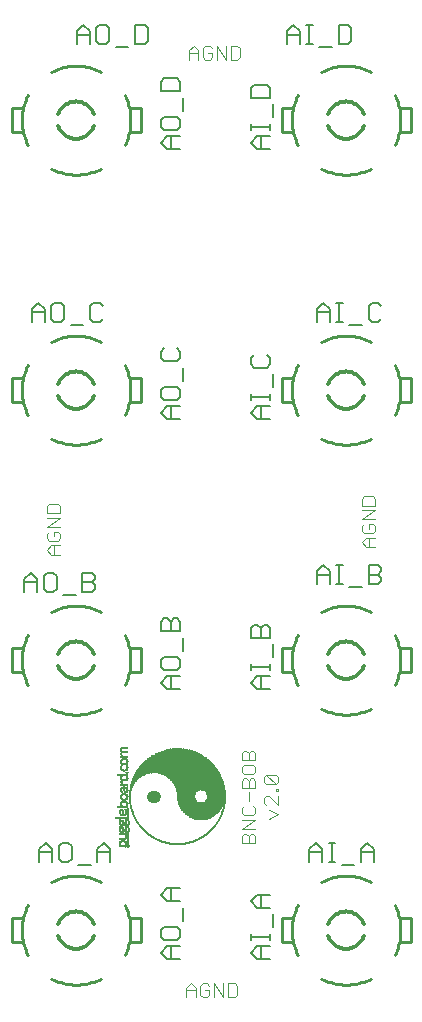
<source format=gto>
G75*
G70*
%OFA0B0*%
%FSLAX24Y24*%
%IPPOS*%
%LPD*%
%AMOC8*
5,1,8,0,0,1.08239X$1,22.5*
%
%ADD10C,0.0040*%
%ADD11C,0.0060*%
%ADD12C,0.0120*%
%ADD13C,0.0100*%
%ADD14R,0.0003X0.0090*%
%ADD15R,0.0003X0.0205*%
%ADD16R,0.0003X0.0270*%
%ADD17R,0.0003X0.0335*%
%ADD18R,0.0003X0.0375*%
%ADD19R,0.0003X0.0413*%
%ADD20R,0.0003X0.0450*%
%ADD21R,0.0003X0.0490*%
%ADD22R,0.0003X0.0520*%
%ADD23R,0.0003X0.0545*%
%ADD24R,0.0003X0.0575*%
%ADD25R,0.0003X0.0605*%
%ADD26R,0.0003X0.0630*%
%ADD27R,0.0003X0.0655*%
%ADD28R,0.0003X0.0275*%
%ADD29R,0.0003X0.0403*%
%ADD30R,0.0003X0.0243*%
%ADD31R,0.0003X0.0430*%
%ADD32R,0.0003X0.0220*%
%ADD33R,0.0003X0.0460*%
%ADD34R,0.0003X0.0208*%
%ADD35R,0.0003X0.0198*%
%ADD36R,0.0003X0.0515*%
%ADD37R,0.0003X0.0185*%
%ADD38R,0.0003X0.0540*%
%ADD39R,0.0003X0.0175*%
%ADD40R,0.0003X0.0563*%
%ADD41R,0.0003X0.0170*%
%ADD42R,0.0003X0.0583*%
%ADD43R,0.0003X0.0163*%
%ADD44R,0.0003X0.0602*%
%ADD45R,0.0003X0.0160*%
%ADD46R,0.0003X0.0622*%
%ADD47R,0.0003X0.0152*%
%ADD48R,0.0003X0.0640*%
%ADD49R,0.0003X0.0147*%
%ADD50R,0.0003X0.0658*%
%ADD51R,0.0003X0.0143*%
%ADD52R,0.0003X0.0678*%
%ADD53R,0.0003X0.0693*%
%ADD54R,0.0003X0.0138*%
%ADD55R,0.0003X0.0712*%
%ADD56R,0.0003X0.0727*%
%ADD57R,0.0003X0.0132*%
%ADD58R,0.0003X0.0742*%
%ADD59R,0.0003X0.0130*%
%ADD60R,0.0003X0.0757*%
%ADD61R,0.0003X0.0125*%
%ADD62R,0.0003X0.0772*%
%ADD63R,0.0003X0.0123*%
%ADD64R,0.0003X0.0785*%
%ADD65R,0.0003X0.0120*%
%ADD66R,0.0003X0.0800*%
%ADD67R,0.0003X0.0118*%
%ADD68R,0.0003X0.0810*%
%ADD69R,0.0003X0.0825*%
%ADD70R,0.0003X0.0115*%
%ADD71R,0.0003X0.0838*%
%ADD72R,0.0003X0.0112*%
%ADD73R,0.0003X0.0853*%
%ADD74R,0.0003X0.0865*%
%ADD75R,0.0003X0.0110*%
%ADD76R,0.0003X0.0877*%
%ADD77R,0.0003X0.0107*%
%ADD78R,0.0003X0.0890*%
%ADD79R,0.0003X0.0902*%
%ADD80R,0.0003X0.0105*%
%ADD81R,0.0003X0.0912*%
%ADD82R,0.0003X0.0925*%
%ADD83R,0.0003X0.0103*%
%ADD84R,0.0003X0.0935*%
%ADD85R,0.0003X0.0948*%
%ADD86R,0.0003X0.0100*%
%ADD87R,0.0003X0.0958*%
%ADD88R,0.0003X0.0970*%
%ADD89R,0.0003X0.0097*%
%ADD90R,0.0003X0.0980*%
%ADD91R,0.0003X0.0993*%
%ADD92R,0.0003X0.0095*%
%ADD93R,0.0003X0.1003*%
%ADD94R,0.0003X0.0092*%
%ADD95R,0.0003X0.1013*%
%ADD96R,0.0003X0.1025*%
%ADD97R,0.0003X0.1032*%
%ADD98R,0.0003X0.1042*%
%ADD99R,0.0003X0.1052*%
%ADD100R,0.0003X0.0088*%
%ADD101R,0.0003X0.1065*%
%ADD102R,0.0003X0.1072*%
%ADD103R,0.0003X0.1082*%
%ADD104R,0.0003X0.1092*%
%ADD105R,0.0003X0.0085*%
%ADD106R,0.0003X0.1100*%
%ADD107R,0.0003X0.1113*%
%ADD108R,0.0003X0.1120*%
%ADD109R,0.0003X0.1130*%
%ADD110R,0.0003X0.1138*%
%ADD111R,0.0003X0.0083*%
%ADD112R,0.0003X0.1148*%
%ADD113R,0.0003X0.0080*%
%ADD114R,0.0003X0.1155*%
%ADD115R,0.0003X0.1163*%
%ADD116R,0.0003X0.1170*%
%ADD117R,0.0003X0.1180*%
%ADD118R,0.0003X0.0077*%
%ADD119R,0.0003X0.1187*%
%ADD120R,0.0003X0.1197*%
%ADD121R,0.0003X0.1205*%
%ADD122R,0.0003X0.1212*%
%ADD123R,0.0003X0.1222*%
%ADD124R,0.0003X0.1230*%
%ADD125R,0.0003X0.1237*%
%ADD126R,0.0003X0.1247*%
%ADD127R,0.0003X0.0075*%
%ADD128R,0.0003X0.1253*%
%ADD129R,0.0003X0.1260*%
%ADD130R,0.0003X0.1268*%
%ADD131R,0.0003X0.1278*%
%ADD132R,0.0003X0.0073*%
%ADD133R,0.0003X0.1283*%
%ADD134R,0.0003X0.1290*%
%ADD135R,0.0003X0.1300*%
%ADD136R,0.0003X0.1308*%
%ADD137R,0.0003X0.0070*%
%ADD138R,0.0003X0.1313*%
%ADD139R,0.0003X0.1320*%
%ADD140R,0.0003X0.1328*%
%ADD141R,0.0003X0.1335*%
%ADD142R,0.0003X0.1343*%
%ADD143R,0.0003X0.1350*%
%ADD144R,0.0003X0.1358*%
%ADD145R,0.0003X0.1363*%
%ADD146R,0.0003X0.1370*%
%ADD147R,0.0003X0.0067*%
%ADD148R,0.0003X0.1375*%
%ADD149R,0.0003X0.1383*%
%ADD150R,0.0003X0.1390*%
%ADD151R,0.0003X0.1395*%
%ADD152R,0.0003X0.1403*%
%ADD153R,0.0003X0.0065*%
%ADD154R,0.0003X0.1407*%
%ADD155R,0.0003X0.1415*%
%ADD156R,0.0003X0.1422*%
%ADD157R,0.0003X0.1430*%
%ADD158R,0.0003X0.1437*%
%ADD159R,0.0003X0.1442*%
%ADD160R,0.0003X0.1450*%
%ADD161R,0.0003X0.1452*%
%ADD162R,0.0003X0.1460*%
%ADD163R,0.0003X0.1465*%
%ADD164R,0.0003X0.0063*%
%ADD165R,0.0003X0.1472*%
%ADD166R,0.0003X0.1477*%
%ADD167R,0.0003X0.1482*%
%ADD168R,0.0003X0.1490*%
%ADD169R,0.0003X0.1495*%
%ADD170R,0.0003X0.1502*%
%ADD171R,0.0003X0.1507*%
%ADD172R,0.0003X0.0060*%
%ADD173R,0.0003X0.1512*%
%ADD174R,0.0003X0.1520*%
%ADD175R,0.0003X0.1525*%
%ADD176R,0.0003X0.1530*%
%ADD177R,0.0003X0.1535*%
%ADD178R,0.0003X0.1540*%
%ADD179R,0.0003X0.1547*%
%ADD180R,0.0003X0.1552*%
%ADD181R,0.0003X0.1560*%
%ADD182R,0.0003X0.1565*%
%ADD183R,0.0003X0.1570*%
%ADD184R,0.0003X0.1575*%
%ADD185R,0.0003X0.1580*%
%ADD186R,0.0003X0.0057*%
%ADD187R,0.0003X0.1585*%
%ADD188R,0.0003X0.1590*%
%ADD189R,0.0003X0.1595*%
%ADD190R,0.0003X0.1600*%
%ADD191R,0.0003X0.1605*%
%ADD192R,0.0003X0.0055*%
%ADD193R,0.0003X0.1613*%
%ADD194R,0.0003X0.1618*%
%ADD195R,0.0003X0.1620*%
%ADD196R,0.0003X0.1625*%
%ADD197R,0.0003X0.1633*%
%ADD198R,0.0003X0.1638*%
%ADD199R,0.0003X0.1640*%
%ADD200R,0.0003X0.1645*%
%ADD201R,0.0003X0.1653*%
%ADD202R,0.0003X0.1655*%
%ADD203R,0.0003X0.1660*%
%ADD204R,0.0003X0.1665*%
%ADD205R,0.0003X0.1673*%
%ADD206R,0.0003X0.1675*%
%ADD207R,0.0003X0.1680*%
%ADD208R,0.0003X0.1685*%
%ADD209R,0.0003X0.1688*%
%ADD210R,0.0003X0.0053*%
%ADD211R,0.0003X0.1693*%
%ADD212R,0.0003X0.1700*%
%ADD213R,0.0003X0.1703*%
%ADD214R,0.0003X0.1708*%
%ADD215R,0.0003X0.1713*%
%ADD216R,0.0003X0.1715*%
%ADD217R,0.0003X0.1720*%
%ADD218R,0.0003X0.1725*%
%ADD219R,0.0003X0.1730*%
%ADD220R,0.0003X0.1735*%
%ADD221R,0.0003X0.1737*%
%ADD222R,0.0003X0.1742*%
%ADD223R,0.0003X0.1747*%
%ADD224R,0.0003X0.1750*%
%ADD225R,0.0003X0.1755*%
%ADD226R,0.0003X0.1757*%
%ADD227R,0.0003X0.0050*%
%ADD228R,0.0003X0.1765*%
%ADD229R,0.0003X0.1770*%
%ADD230R,0.0003X0.1772*%
%ADD231R,0.0003X0.1777*%
%ADD232R,0.0003X0.1780*%
%ADD233R,0.0003X0.1785*%
%ADD234R,0.0003X0.1787*%
%ADD235R,0.0003X0.1792*%
%ADD236R,0.0003X0.1797*%
%ADD237R,0.0003X0.1800*%
%ADD238R,0.0003X0.1805*%
%ADD239R,0.0003X0.1807*%
%ADD240R,0.0003X0.1812*%
%ADD241R,0.0003X0.1815*%
%ADD242R,0.0003X0.1820*%
%ADD243R,0.0003X0.1822*%
%ADD244R,0.0003X0.1827*%
%ADD245R,0.0003X0.1830*%
%ADD246R,0.0003X0.1835*%
%ADD247R,0.0003X0.1837*%
%ADD248R,0.0003X0.1842*%
%ADD249R,0.0003X0.1845*%
%ADD250R,0.0003X0.1850*%
%ADD251R,0.0003X0.0047*%
%ADD252R,0.0003X0.1852*%
%ADD253R,0.0003X0.1857*%
%ADD254R,0.0003X0.1860*%
%ADD255R,0.0003X0.1865*%
%ADD256R,0.0003X0.1867*%
%ADD257R,0.0003X0.1872*%
%ADD258R,0.0003X0.1875*%
%ADD259R,0.0003X0.1878*%
%ADD260R,0.0003X0.1883*%
%ADD261R,0.0003X0.1885*%
%ADD262R,0.0003X0.1890*%
%ADD263R,0.0003X0.1893*%
%ADD264R,0.0003X0.1898*%
%ADD265R,0.0003X0.1900*%
%ADD266R,0.0003X0.1905*%
%ADD267R,0.0003X0.1908*%
%ADD268R,0.0003X0.1913*%
%ADD269R,0.0003X0.1915*%
%ADD270R,0.0003X0.1920*%
%ADD271R,0.0003X0.1923*%
%ADD272R,0.0003X0.1925*%
%ADD273R,0.0003X0.1930*%
%ADD274R,0.0003X0.1933*%
%ADD275R,0.0003X0.0045*%
%ADD276R,0.0003X0.1938*%
%ADD277R,0.0003X0.1940*%
%ADD278R,0.0003X0.1945*%
%ADD279R,0.0003X0.1948*%
%ADD280R,0.0003X0.1950*%
%ADD281R,0.0003X0.1955*%
%ADD282R,0.0003X0.1958*%
%ADD283R,0.0003X0.1960*%
%ADD284R,0.0003X0.1963*%
%ADD285R,0.0003X0.1965*%
%ADD286R,0.0003X0.1968*%
%ADD287R,0.0003X0.1973*%
%ADD288R,0.0003X0.1975*%
%ADD289R,0.0003X0.1978*%
%ADD290R,0.0003X0.1983*%
%ADD291R,0.0003X0.1985*%
%ADD292R,0.0003X0.1990*%
%ADD293R,0.0003X0.1993*%
%ADD294R,0.0003X0.1995*%
%ADD295R,0.0003X0.1998*%
%ADD296R,0.0003X0.2000*%
%ADD297R,0.0003X0.2003*%
%ADD298R,0.0003X0.2008*%
%ADD299R,0.0003X0.2010*%
%ADD300R,0.0003X0.0043*%
%ADD301R,0.0003X0.2013*%
%ADD302R,0.0003X0.0750*%
%ADD303R,0.0003X0.0725*%
%ADD304R,0.0003X0.1217*%
%ADD305R,0.0003X0.0703*%
%ADD306R,0.0003X0.1207*%
%ADD307R,0.0003X0.0695*%
%ADD308R,0.0003X0.1202*%
%ADD309R,0.0003X0.0688*%
%ADD310R,0.0003X0.0683*%
%ADD311R,0.0003X0.1195*%
%ADD312R,0.0003X0.0673*%
%ADD313R,0.0003X0.1185*%
%ADD314R,0.0003X0.0668*%
%ADD315R,0.0003X0.1182*%
%ADD316R,0.0003X0.0663*%
%ADD317R,0.0003X0.0660*%
%ADD318R,0.0003X0.1177*%
%ADD319R,0.0003X0.1175*%
%ADD320R,0.0003X0.0653*%
%ADD321R,0.0003X0.1172*%
%ADD322R,0.0003X0.0650*%
%ADD323R,0.0003X0.0645*%
%ADD324R,0.0003X0.1168*%
%ADD325R,0.0003X0.0643*%
%ADD326R,0.0003X0.1165*%
%ADD327R,0.0003X0.0638*%
%ADD328R,0.0003X0.0635*%
%ADD329R,0.0003X0.0633*%
%ADD330R,0.0003X0.1160*%
%ADD331R,0.0003X0.0625*%
%ADD332R,0.0003X0.1158*%
%ADD333R,0.0003X0.0620*%
%ADD334R,0.0003X0.0617*%
%ADD335R,0.0003X0.0615*%
%ADD336R,0.0003X0.0612*%
%ADD337R,0.0003X0.0610*%
%ADD338R,0.0003X0.0607*%
%ADD339R,0.0003X0.0600*%
%ADD340R,0.0003X0.0597*%
%ADD341R,0.0003X0.0040*%
%ADD342R,0.0003X0.0595*%
%ADD343R,0.0003X0.0592*%
%ADD344R,0.0003X0.0590*%
%ADD345R,0.0003X0.0587*%
%ADD346R,0.0003X0.0585*%
%ADD347R,0.0003X0.0580*%
%ADD348R,0.0003X0.0578*%
%ADD349R,0.0003X0.1190*%
%ADD350R,0.0003X0.1192*%
%ADD351R,0.0003X0.1200*%
%ADD352R,0.0003X0.1215*%
%ADD353R,0.0003X0.0037*%
%ADD354R,0.0003X0.1220*%
%ADD355R,0.0003X0.1225*%
%ADD356R,0.0003X0.1227*%
%ADD357R,0.0003X0.1232*%
%ADD358R,0.0003X0.1235*%
%ADD359R,0.0003X0.1240*%
%ADD360R,0.0003X0.1242*%
%ADD361R,0.0003X0.1245*%
%ADD362R,0.0003X0.1250*%
%ADD363R,0.0003X0.1255*%
%ADD364R,0.0003X0.1265*%
%ADD365R,0.0003X0.1270*%
%ADD366R,0.0003X0.1273*%
%ADD367R,0.0003X0.1288*%
%ADD368R,0.0003X0.1295*%
%ADD369R,0.0003X0.1298*%
%ADD370R,0.0003X0.1303*%
%ADD371R,0.0003X0.1310*%
%ADD372R,0.0003X0.1315*%
%ADD373R,0.0003X0.1318*%
%ADD374R,0.0003X0.1323*%
%ADD375R,0.0003X0.1325*%
%ADD376R,0.0003X0.0628*%
%ADD377R,0.0003X0.1333*%
%ADD378R,0.0003X0.1340*%
%ADD379R,0.0003X0.1353*%
%ADD380R,0.0003X0.1355*%
%ADD381R,0.0003X0.0648*%
%ADD382R,0.0003X0.1365*%
%ADD383R,0.0003X0.1380*%
%ADD384R,0.0003X0.1385*%
%ADD385R,0.0003X0.0665*%
%ADD386R,0.0003X0.0670*%
%ADD387R,0.0003X0.1398*%
%ADD388R,0.0003X0.0680*%
%ADD389R,0.0003X0.1410*%
%ADD390R,0.0003X0.0685*%
%ADD391R,0.0003X0.1417*%
%ADD392R,0.0003X0.1425*%
%ADD393R,0.0003X0.0700*%
%ADD394R,0.0003X0.1435*%
%ADD395R,0.0003X0.0707*%
%ADD396R,0.0003X0.1445*%
%ADD397R,0.0003X0.0717*%
%ADD398R,0.0003X0.1455*%
%ADD399R,0.0003X0.0735*%
%ADD400R,0.0003X0.1475*%
%ADD401R,0.0003X0.2253*%
%ADD402R,0.0003X0.2255*%
%ADD403R,0.0003X0.2258*%
%ADD404R,0.0003X0.0035*%
%ADD405R,0.0003X0.2250*%
%ADD406R,0.0003X0.2248*%
%ADD407R,0.0003X0.2245*%
%ADD408R,0.0003X0.2243*%
%ADD409R,0.0003X0.2240*%
%ADD410R,0.0003X0.2238*%
%ADD411R,0.0003X0.2235*%
%ADD412R,0.0003X0.2233*%
%ADD413R,0.0003X0.2230*%
%ADD414R,0.0003X0.2228*%
%ADD415R,0.0003X0.2225*%
%ADD416R,0.0003X0.2223*%
%ADD417R,0.0003X0.2220*%
%ADD418R,0.0003X0.2218*%
%ADD419R,0.0003X0.2215*%
%ADD420R,0.0003X0.2213*%
%ADD421R,0.0003X0.2210*%
%ADD422R,0.0003X0.2208*%
%ADD423R,0.0003X0.2205*%
%ADD424R,0.0003X0.2203*%
%ADD425R,0.0003X0.2200*%
%ADD426R,0.0003X0.2198*%
%ADD427R,0.0003X0.2195*%
%ADD428R,0.0003X0.2193*%
%ADD429R,0.0003X0.2190*%
%ADD430R,0.0003X0.2188*%
%ADD431R,0.0003X0.2185*%
%ADD432R,0.0003X0.2182*%
%ADD433R,0.0003X0.2180*%
%ADD434R,0.0003X0.2177*%
%ADD435R,0.0003X0.2175*%
%ADD436R,0.0003X0.2172*%
%ADD437R,0.0003X0.2170*%
%ADD438R,0.0003X0.2167*%
%ADD439R,0.0003X0.2165*%
%ADD440R,0.0003X0.2162*%
%ADD441R,0.0003X0.2160*%
%ADD442R,0.0003X0.2157*%
%ADD443R,0.0003X0.2155*%
%ADD444R,0.0003X0.2152*%
%ADD445R,0.0003X0.2150*%
%ADD446R,0.0003X0.2147*%
%ADD447R,0.0003X0.2145*%
%ADD448R,0.0003X0.2142*%
%ADD449R,0.0003X0.2140*%
%ADD450R,0.0003X0.2137*%
%ADD451R,0.0003X0.2135*%
%ADD452R,0.0003X0.2132*%
%ADD453R,0.0003X0.2130*%
%ADD454R,0.0003X0.2127*%
%ADD455R,0.0003X0.2125*%
%ADD456R,0.0003X0.2122*%
%ADD457R,0.0003X0.2120*%
%ADD458R,0.0003X0.2117*%
%ADD459R,0.0003X0.2115*%
%ADD460R,0.0003X0.2112*%
%ADD461R,0.0003X0.2110*%
%ADD462R,0.0003X0.2107*%
%ADD463R,0.0003X0.2105*%
%ADD464R,0.0003X0.2100*%
%ADD465R,0.0003X0.2097*%
%ADD466R,0.0003X0.2095*%
%ADD467R,0.0003X0.2092*%
%ADD468R,0.0003X0.2090*%
%ADD469R,0.0003X0.2085*%
%ADD470R,0.0003X0.2082*%
%ADD471R,0.0003X0.2080*%
%ADD472R,0.0003X0.2075*%
%ADD473R,0.0003X0.2072*%
%ADD474R,0.0003X0.2070*%
%ADD475R,0.0003X0.2065*%
%ADD476R,0.0003X0.2062*%
%ADD477R,0.0003X0.2060*%
%ADD478R,0.0003X0.2055*%
%ADD479R,0.0003X0.2052*%
%ADD480R,0.0003X0.2047*%
%ADD481R,0.0003X0.2045*%
%ADD482R,0.0003X0.2040*%
%ADD483R,0.0003X0.2037*%
%ADD484R,0.0003X0.0032*%
%ADD485R,0.0003X0.2035*%
%ADD486R,0.0003X0.2032*%
%ADD487R,0.0003X0.2028*%
%ADD488R,0.0003X0.2025*%
%ADD489R,0.0003X0.2020*%
%ADD490R,0.0003X0.2018*%
%ADD491R,0.0003X0.2005*%
%ADD492R,0.0003X0.1988*%
%ADD493R,0.0003X0.1953*%
%ADD494R,0.0003X0.1943*%
%ADD495R,0.0003X0.1910*%
%ADD496R,0.0003X0.1903*%
%ADD497R,0.0003X0.1810*%
%ADD498R,0.0003X0.1802*%
%ADD499R,0.0003X0.1790*%
%ADD500R,0.0003X0.1545*%
%ADD501R,0.0003X0.1517*%
%ADD502R,0.0003X0.1497*%
%ADD503R,0.0003X0.1480*%
%ADD504R,0.0003X0.1467*%
%ADD505R,0.0003X0.1440*%
%ADD506R,0.0003X0.1400*%
%ADD507R,0.0003X0.1348*%
%ADD508R,0.0003X0.1285*%
%ADD509R,0.0003X0.1280*%
%ADD510R,0.0003X0.1263*%
%ADD511R,0.0003X0.1258*%
%ADD512R,0.0003X0.1150*%
%ADD513R,0.0003X0.1143*%
%ADD514R,0.0003X0.1140*%
%ADD515R,0.0003X0.1135*%
%ADD516R,0.0003X0.1133*%
%ADD517R,0.0003X0.1125*%
%ADD518R,0.0003X0.1123*%
%ADD519R,0.0003X0.1110*%
%ADD520R,0.0003X0.1108*%
%ADD521R,0.0003X0.1105*%
%ADD522R,0.0003X0.1098*%
%ADD523R,0.0003X0.1095*%
%ADD524R,0.0003X0.1087*%
%ADD525R,0.0003X0.1080*%
%ADD526R,0.0003X0.1077*%
%ADD527R,0.0003X0.1075*%
%ADD528R,0.0003X0.1070*%
%ADD529R,0.0003X0.1060*%
%ADD530R,0.0003X0.1057*%
%ADD531R,0.0003X0.1055*%
%ADD532R,0.0003X0.1050*%
%ADD533R,0.0003X0.1047*%
%ADD534R,0.0003X0.1045*%
%ADD535R,0.0003X0.1037*%
%ADD536R,0.0003X0.1035*%
%ADD537R,0.0003X0.1030*%
%ADD538R,0.0003X0.1027*%
%ADD539R,0.0003X0.1022*%
%ADD540R,0.0003X0.1020*%
%ADD541R,0.0003X0.1015*%
%ADD542R,0.0003X0.1010*%
%ADD543R,0.0003X0.1008*%
%ADD544R,0.0003X0.1005*%
%ADD545R,0.0003X0.1000*%
%ADD546R,0.0003X0.0998*%
%ADD547R,0.0003X0.0995*%
%ADD548R,0.0003X0.0990*%
%ADD549R,0.0003X0.0985*%
%ADD550R,0.0003X0.0983*%
%ADD551R,0.0003X0.0978*%
%ADD552R,0.0003X0.0975*%
%ADD553R,0.0003X0.0968*%
%ADD554R,0.0003X0.0965*%
%ADD555R,0.0003X0.0963*%
%ADD556R,0.0003X0.0955*%
%ADD557R,0.0003X0.0953*%
%ADD558R,0.0003X0.0950*%
%ADD559R,0.0003X0.0943*%
%ADD560R,0.0003X0.0940*%
%ADD561R,0.0003X0.0938*%
%ADD562R,0.0003X0.0932*%
%ADD563R,0.0003X0.0930*%
%ADD564R,0.0003X0.0927*%
%ADD565R,0.0003X0.0922*%
%ADD566R,0.0003X0.0920*%
%ADD567R,0.0003X0.0917*%
%ADD568R,0.0003X0.0915*%
%ADD569R,0.0003X0.0910*%
%ADD570R,0.0003X0.0907*%
%ADD571R,0.0003X0.0900*%
%ADD572R,0.0003X0.0897*%
%ADD573R,0.0003X0.0892*%
%ADD574R,0.0003X0.0887*%
%ADD575R,0.0003X0.0882*%
%ADD576R,0.0003X0.0880*%
%ADD577R,0.0003X0.0875*%
%ADD578R,0.0003X0.0872*%
%ADD579R,0.0003X0.0870*%
%ADD580R,0.0003X0.0867*%
%ADD581R,0.0003X0.0862*%
%ADD582R,0.0003X0.0860*%
%ADD583R,0.0003X0.0858*%
%ADD584R,0.0003X0.0855*%
%ADD585R,0.0003X0.0850*%
%ADD586R,0.0003X0.0848*%
%ADD587R,0.0003X0.0845*%
%ADD588R,0.0003X0.0843*%
%ADD589R,0.0003X0.0835*%
%ADD590R,0.0003X0.0830*%
%ADD591R,0.0003X0.0828*%
%ADD592R,0.0003X0.0823*%
%ADD593R,0.0003X0.0818*%
%ADD594R,0.0003X0.0815*%
%ADD595R,0.0003X0.0813*%
%ADD596R,0.0003X0.0805*%
%ADD597R,0.0003X0.0803*%
%ADD598R,0.0003X0.0798*%
%ADD599R,0.0003X0.0795*%
%ADD600R,0.0003X0.0793*%
%ADD601R,0.0003X0.0790*%
%ADD602R,0.0003X0.0788*%
%ADD603R,0.0003X0.0783*%
%ADD604R,0.0003X0.0780*%
%ADD605R,0.0003X0.0777*%
%ADD606R,0.0003X0.0775*%
%ADD607R,0.0003X0.0770*%
%ADD608R,0.0003X0.0767*%
%ADD609R,0.0003X0.0765*%
%ADD610R,0.0003X0.0762*%
%ADD611R,0.0003X0.0760*%
%ADD612R,0.0003X0.0755*%
%ADD613R,0.0003X0.0752*%
%ADD614R,0.0003X0.0745*%
%ADD615R,0.0003X0.0740*%
%ADD616R,0.0003X0.0737*%
%ADD617R,0.0003X0.0135*%
%ADD618R,0.0003X0.0732*%
%ADD619R,0.0003X0.0730*%
%ADD620R,0.0003X0.0180*%
%ADD621R,0.0003X0.0192*%
%ADD622R,0.0003X0.0200*%
%ADD623R,0.0003X0.0210*%
%ADD624R,0.0003X0.0720*%
%ADD625R,0.0003X0.0225*%
%ADD626R,0.0003X0.0235*%
%ADD627R,0.0003X0.0240*%
%ADD628R,0.0003X0.0715*%
%ADD629R,0.0003X0.0250*%
%ADD630R,0.0003X0.0255*%
%ADD631R,0.0003X0.0260*%
%ADD632R,0.0003X0.0267*%
%ADD633R,0.0003X0.0710*%
%ADD634R,0.0003X0.0280*%
%ADD635R,0.0003X0.0705*%
%ADD636R,0.0003X0.0285*%
%ADD637R,0.0003X0.0290*%
%ADD638R,0.0003X0.0295*%
%ADD639R,0.0003X0.0300*%
%ADD640R,0.0003X0.0305*%
%ADD641R,0.0003X0.0698*%
%ADD642R,0.0003X0.0310*%
%ADD643R,0.0003X0.0315*%
%ADD644R,0.0003X0.0318*%
%ADD645R,0.0003X0.0320*%
%ADD646R,0.0003X0.0325*%
%ADD647R,0.0003X0.0690*%
%ADD648R,0.0003X0.0330*%
%ADD649R,0.0003X0.0340*%
%ADD650R,0.0003X0.0345*%
%ADD651R,0.0003X0.0348*%
%ADD652R,0.0003X0.0350*%
%ADD653R,0.0003X0.0355*%
%ADD654R,0.0003X0.0360*%
%ADD655R,0.0003X0.0675*%
%ADD656R,0.0003X0.0365*%
%ADD657R,0.0003X0.0370*%
%ADD658R,0.0003X0.0380*%
%ADD659R,0.0003X0.0385*%
%ADD660R,0.0003X0.0390*%
%ADD661R,0.0003X0.0395*%
%ADD662R,0.0003X0.0398*%
%ADD663R,0.0003X0.0400*%
%ADD664R,0.0003X0.0405*%
%ADD665R,0.0003X0.0410*%
%ADD666R,0.0003X0.0415*%
%ADD667R,0.0003X0.0408*%
%ADD668R,0.0003X0.0573*%
%ADD669R,0.0003X0.0570*%
%ADD670R,0.0003X0.0568*%
%ADD671R,0.0003X0.0565*%
%ADD672R,0.0003X0.0372*%
%ADD673R,0.0003X0.0367*%
%ADD674R,0.0003X0.0560*%
%ADD675R,0.0003X0.0558*%
%ADD676R,0.0003X0.0555*%
%ADD677R,0.0003X0.0352*%
%ADD678R,0.0003X0.0553*%
%ADD679R,0.0003X0.0550*%
%ADD680R,0.0003X0.0548*%
%ADD681R,0.0003X0.0542*%
%ADD682R,0.0003X0.0537*%
%ADD683R,0.0003X0.0302*%
%ADD684R,0.0003X0.0535*%
%ADD685R,0.0003X0.0288*%
%ADD686R,0.0003X0.0532*%
%ADD687R,0.0003X0.0530*%
%ADD688R,0.0003X0.0527*%
%ADD689R,0.0003X0.0265*%
%ADD690R,0.0003X0.0253*%
%ADD691R,0.0003X0.0525*%
%ADD692R,0.0003X0.0245*%
%ADD693R,0.0003X0.0522*%
%ADD694R,0.0003X0.0230*%
%ADD695R,0.0003X0.0215*%
%ADD696R,0.0003X0.0517*%
%ADD697R,0.0003X0.0190*%
%ADD698R,0.0003X0.0512*%
%ADD699R,0.0003X0.0155*%
%ADD700R,0.0003X0.0510*%
%ADD701R,0.0003X0.0508*%
%ADD702R,0.0003X0.0505*%
%ADD703R,0.0003X0.0010*%
%ADD704R,0.0003X0.0503*%
%ADD705R,0.0003X0.0500*%
%ADD706R,0.0003X0.0498*%
%ADD707R,0.0003X0.0495*%
%ADD708R,0.0003X0.0493*%
%ADD709R,0.0003X0.0488*%
%ADD710R,0.0003X0.0485*%
%ADD711R,0.0003X0.0483*%
%ADD712R,0.0003X0.0480*%
%ADD713R,0.0003X0.0478*%
%ADD714R,0.0003X0.0475*%
%ADD715R,0.0003X0.0473*%
%ADD716R,0.0003X0.0470*%
%ADD717R,0.0003X0.0467*%
%ADD718R,0.0003X0.0465*%
%ADD719R,0.0003X0.0462*%
%ADD720R,0.0003X0.0457*%
%ADD721R,0.0003X0.0455*%
%ADD722R,0.0003X0.0452*%
%ADD723R,0.0003X0.0447*%
%ADD724R,0.0003X0.0445*%
%ADD725R,0.0003X0.0442*%
%ADD726R,0.0003X0.0440*%
%ADD727R,0.0003X0.0437*%
%ADD728R,0.0003X0.0435*%
%ADD729R,0.0003X0.0432*%
%ADD730R,0.0003X0.0428*%
%ADD731R,0.0003X0.0425*%
%ADD732R,0.0003X0.0423*%
%ADD733R,0.0003X0.0420*%
%ADD734R,0.0003X0.0418*%
%ADD735R,0.0003X0.0393*%
%ADD736R,0.0003X0.0387*%
%ADD737R,0.0003X0.0382*%
%ADD738R,0.0003X0.0377*%
%ADD739R,0.0003X0.0362*%
%ADD740R,0.0003X0.0343*%
%ADD741R,0.0003X0.0338*%
%ADD742R,0.0003X0.0333*%
%ADD743R,0.0003X0.0328*%
%ADD744R,0.0003X0.0323*%
%ADD745R,0.0003X0.0312*%
%ADD746R,0.0003X0.0307*%
%ADD747R,0.0003X0.0297*%
%ADD748R,0.0003X0.0293*%
%ADD749R,0.0003X0.0283*%
%ADD750R,0.0003X0.0278*%
%ADD751R,0.0003X0.0272*%
%ADD752R,0.0003X0.0262*%
%ADD753R,0.0003X0.0257*%
%ADD754R,0.0003X0.0248*%
%ADD755R,0.0003X0.0238*%
%ADD756R,0.0003X0.0140*%
%ADD757R,0.0003X0.0145*%
%ADD758R,0.0003X0.0158*%
%ADD759R,0.0003X0.0195*%
%ADD760R,0.0003X0.0150*%
%ADD761R,0.0003X0.0165*%
%ADD762R,0.0003X0.0173*%
%ADD763R,0.0003X0.0203*%
%ADD764R,0.0003X0.0018*%
%ADD765R,0.0003X0.0020*%
%ADD766R,0.0003X0.0025*%
%ADD767R,0.0003X0.0015*%
%ADD768R,0.0003X0.0005*%
%ADD769R,0.0003X0.0027*%
%ADD770R,0.0003X0.0127*%
%ADD771R,0.0003X0.0168*%
%ADD772R,0.0003X0.0177*%
%ADD773R,0.0003X0.0182*%
%ADD774R,0.0003X0.0030*%
%ADD775R,0.0003X0.0187*%
%ADD776R,0.0003X0.0022*%
%ADD777R,0.0003X0.0222*%
%ADD778R,0.0003X0.0227*%
%ADD779R,0.0003X0.0213*%
D10*
X006328Y001920D02*
X006328Y002227D01*
X006482Y002380D01*
X006635Y002227D01*
X006635Y001920D01*
X006789Y001997D02*
X006789Y002304D01*
X006866Y002380D01*
X007019Y002380D01*
X007096Y002304D01*
X007096Y002150D02*
X006942Y002150D01*
X007096Y002150D02*
X007096Y001997D01*
X007019Y001920D01*
X006866Y001920D01*
X006789Y001997D01*
X006635Y002150D02*
X006328Y002150D01*
X007249Y001920D02*
X007249Y002380D01*
X007556Y001920D01*
X007556Y002380D01*
X007710Y002380D02*
X007710Y001920D01*
X007940Y001920D01*
X008017Y001997D01*
X008017Y002304D01*
X007940Y002380D01*
X007710Y002380D01*
X008170Y007059D02*
X008170Y007289D01*
X008246Y007366D01*
X008323Y007366D01*
X008400Y007289D01*
X008400Y007059D01*
X008400Y007289D02*
X008477Y007366D01*
X008553Y007366D01*
X008630Y007289D01*
X008630Y007059D01*
X008170Y007059D01*
X008170Y007519D02*
X008630Y007826D01*
X008170Y007826D01*
X008246Y007979D02*
X008553Y007979D01*
X008630Y008056D01*
X008630Y008210D01*
X008553Y008286D01*
X008400Y008440D02*
X008400Y008747D01*
X008400Y008900D02*
X008400Y009130D01*
X008477Y009207D01*
X008553Y009207D01*
X008630Y009130D01*
X008630Y008900D01*
X008170Y008900D01*
X008170Y009130D01*
X008246Y009207D01*
X008323Y009207D01*
X008400Y009130D01*
X008246Y009361D02*
X008553Y009361D01*
X008630Y009437D01*
X008630Y009591D01*
X008553Y009668D01*
X008246Y009668D01*
X008170Y009591D01*
X008170Y009437D01*
X008246Y009361D01*
X008170Y009821D02*
X008170Y010051D01*
X008246Y010128D01*
X008323Y010128D01*
X008400Y010051D01*
X008400Y009821D01*
X008630Y009821D02*
X008170Y009821D01*
X008400Y010051D02*
X008477Y010128D01*
X008553Y010128D01*
X008630Y010051D01*
X008630Y009821D01*
X008996Y009322D02*
X009303Y009015D01*
X009380Y009092D01*
X009380Y009245D01*
X009303Y009322D01*
X008996Y009322D01*
X008920Y009245D01*
X008920Y009092D01*
X008996Y009015D01*
X009303Y009015D01*
X009303Y008862D02*
X009380Y008862D01*
X009380Y008785D01*
X009303Y008785D01*
X009303Y008862D01*
X009380Y008632D02*
X009380Y008325D01*
X009073Y008632D01*
X008996Y008632D01*
X008920Y008555D01*
X008920Y008401D01*
X008996Y008325D01*
X009073Y008171D02*
X009380Y008018D01*
X009073Y007864D01*
X008630Y007519D02*
X008170Y007519D01*
X008246Y007979D02*
X008170Y008056D01*
X008170Y008210D01*
X008246Y008286D01*
X012323Y016920D02*
X012170Y017073D01*
X012323Y017227D01*
X012630Y017227D01*
X012553Y017380D02*
X012630Y017457D01*
X012630Y017611D01*
X012553Y017687D01*
X012400Y017687D01*
X012400Y017534D01*
X012246Y017380D02*
X012553Y017380D01*
X012400Y017227D02*
X012400Y016920D01*
X012323Y016920D02*
X012630Y016920D01*
X012246Y017380D02*
X012170Y017457D01*
X012170Y017611D01*
X012246Y017687D01*
X012170Y017841D02*
X012630Y018148D01*
X012170Y018148D01*
X012170Y018301D02*
X012170Y018531D01*
X012246Y018608D01*
X012553Y018608D01*
X012630Y018531D01*
X012630Y018301D01*
X012170Y018301D01*
X012170Y017841D02*
X012630Y017841D01*
X008031Y033170D02*
X007801Y033170D01*
X007801Y033630D01*
X008031Y033630D01*
X008108Y033554D01*
X008108Y033247D01*
X008031Y033170D01*
X007648Y033170D02*
X007648Y033630D01*
X007341Y033630D02*
X007341Y033170D01*
X007187Y033247D02*
X007187Y033400D01*
X007034Y033400D01*
X007187Y033247D02*
X007111Y033170D01*
X006957Y033170D01*
X006880Y033247D01*
X006880Y033554D01*
X006957Y033630D01*
X007111Y033630D01*
X007187Y033554D01*
X007341Y033630D02*
X007648Y033170D01*
X006727Y033170D02*
X006727Y033477D01*
X006573Y033630D01*
X006420Y033477D01*
X006420Y033170D01*
X006420Y033400D02*
X006727Y033400D01*
X002053Y018358D02*
X001746Y018358D01*
X001670Y018281D01*
X001670Y018051D01*
X002130Y018051D01*
X002130Y018281D01*
X002053Y018358D01*
X002130Y017898D02*
X001670Y017898D01*
X001670Y017591D02*
X002130Y017898D01*
X002130Y017591D02*
X001670Y017591D01*
X001746Y017437D02*
X001670Y017361D01*
X001670Y017207D01*
X001746Y017130D01*
X002053Y017130D01*
X002130Y017207D01*
X002130Y017361D01*
X002053Y017437D01*
X001900Y017437D01*
X001900Y017284D01*
X001900Y016977D02*
X001900Y016670D01*
X001823Y016670D02*
X001670Y016823D01*
X001823Y016977D01*
X002130Y016977D01*
X002130Y016670D02*
X001823Y016670D01*
D11*
X001895Y016071D02*
X001681Y016071D01*
X001575Y015964D01*
X001575Y015537D01*
X001681Y015430D01*
X001895Y015430D01*
X002002Y015537D01*
X002002Y015964D01*
X001895Y016071D01*
X002219Y015323D02*
X002646Y015323D01*
X002864Y015430D02*
X002864Y016071D01*
X003184Y016071D01*
X003291Y015964D01*
X003291Y015857D01*
X003184Y015750D01*
X002864Y015750D01*
X002864Y015430D02*
X003184Y015430D01*
X003291Y015537D01*
X003291Y015644D01*
X003184Y015750D01*
X001357Y015750D02*
X000930Y015750D01*
X000930Y015857D02*
X001144Y016071D01*
X001357Y015857D01*
X001357Y015430D01*
X000930Y015430D02*
X000930Y015857D01*
X002469Y024323D02*
X002896Y024323D01*
X003114Y024537D02*
X003220Y024430D01*
X003434Y024430D01*
X003541Y024537D01*
X003541Y024964D02*
X003434Y025071D01*
X003220Y025071D01*
X003114Y024964D01*
X003114Y024537D01*
X002252Y024537D02*
X002252Y024964D01*
X002145Y025071D01*
X001931Y025071D01*
X001825Y024964D01*
X001825Y024537D01*
X001931Y024430D01*
X002145Y024430D01*
X002252Y024537D01*
X001607Y024430D02*
X001607Y024857D01*
X001394Y025071D01*
X001180Y024857D01*
X001180Y024430D01*
X001180Y024750D02*
X001607Y024750D01*
X002680Y033680D02*
X002680Y034107D01*
X002894Y034321D01*
X003107Y034107D01*
X003107Y033680D01*
X003107Y034000D02*
X002680Y034000D01*
X003325Y033787D02*
X003431Y033680D01*
X003645Y033680D01*
X003752Y033787D01*
X003752Y034214D01*
X003645Y034321D01*
X003431Y034321D01*
X003325Y034214D01*
X003325Y033787D01*
X003969Y033573D02*
X004396Y033573D01*
X004614Y033680D02*
X004614Y034321D01*
X004934Y034321D01*
X005041Y034214D01*
X005041Y033787D01*
X004934Y033680D01*
X004614Y033680D01*
X005586Y032541D02*
X005479Y032434D01*
X005479Y032114D01*
X006120Y032114D01*
X006120Y032434D01*
X006013Y032541D01*
X005586Y032541D01*
X006227Y031896D02*
X006227Y031469D01*
X006013Y031252D02*
X005586Y031252D01*
X005479Y031145D01*
X005479Y030931D01*
X005586Y030825D01*
X006013Y030825D01*
X006120Y030931D01*
X006120Y031145D01*
X006013Y031252D01*
X006120Y030607D02*
X005693Y030607D01*
X005479Y030394D01*
X005693Y030180D01*
X006120Y030180D01*
X005800Y030180D02*
X005800Y030607D01*
X008479Y030394D02*
X008693Y030607D01*
X009120Y030607D01*
X009120Y030825D02*
X009120Y031038D01*
X009120Y030931D02*
X008479Y030931D01*
X008479Y030825D02*
X008479Y031038D01*
X008479Y030394D02*
X008693Y030180D01*
X009120Y030180D01*
X008800Y030180D02*
X008800Y030607D01*
X009227Y031254D02*
X009227Y031681D01*
X009120Y031899D02*
X009120Y032219D01*
X009013Y032326D01*
X008586Y032326D01*
X008479Y032219D01*
X008479Y031899D01*
X009120Y031899D01*
X009680Y033680D02*
X009680Y034107D01*
X009894Y034321D01*
X010107Y034107D01*
X010107Y033680D01*
X010107Y034000D02*
X009680Y034000D01*
X010325Y033680D02*
X010538Y033680D01*
X010431Y033680D02*
X010431Y034321D01*
X010325Y034321D02*
X010538Y034321D01*
X010754Y033573D02*
X011181Y033573D01*
X011399Y033680D02*
X011719Y033680D01*
X011826Y033787D01*
X011826Y034214D01*
X011719Y034321D01*
X011399Y034321D01*
X011399Y033680D01*
X011431Y025071D02*
X011431Y024430D01*
X011325Y024430D02*
X011538Y024430D01*
X011754Y024323D02*
X012181Y024323D01*
X012399Y024537D02*
X012506Y024430D01*
X012719Y024430D01*
X012826Y024537D01*
X012826Y024964D02*
X012719Y025071D01*
X012506Y025071D01*
X012399Y024964D01*
X012399Y024537D01*
X011538Y025071D02*
X011325Y025071D01*
X011107Y024857D02*
X011107Y024430D01*
X011107Y024750D02*
X010680Y024750D01*
X010680Y024857D02*
X010894Y025071D01*
X011107Y024857D01*
X010680Y024857D02*
X010680Y024430D01*
X009227Y022681D02*
X009227Y022254D01*
X009120Y022038D02*
X009120Y021825D01*
X009120Y021931D02*
X008479Y021931D01*
X008479Y021825D02*
X008479Y022038D01*
X008693Y021607D02*
X009120Y021607D01*
X009120Y021180D02*
X008693Y021180D01*
X008479Y021394D01*
X008693Y021607D01*
X008800Y021607D02*
X008800Y021180D01*
X008586Y022899D02*
X009013Y022899D01*
X009120Y023006D01*
X009120Y023219D01*
X009013Y023326D01*
X008586Y023326D02*
X008479Y023219D01*
X008479Y023006D01*
X008586Y022899D01*
X006227Y022896D02*
X006227Y022469D01*
X006013Y022252D02*
X006120Y022145D01*
X006120Y021931D01*
X006013Y021825D01*
X005586Y021825D01*
X005479Y021931D01*
X005479Y022145D01*
X005586Y022252D01*
X006013Y022252D01*
X006120Y021607D02*
X005693Y021607D01*
X005479Y021394D01*
X005693Y021180D01*
X006120Y021180D01*
X005800Y021180D02*
X005800Y021607D01*
X006013Y023114D02*
X005586Y023114D01*
X005479Y023220D01*
X005479Y023434D01*
X005586Y023541D01*
X006013Y023541D02*
X006120Y023434D01*
X006120Y023220D01*
X006013Y023114D01*
X005906Y014541D02*
X006013Y014541D01*
X006120Y014434D01*
X006120Y014114D01*
X005479Y014114D01*
X005479Y014434D01*
X005586Y014541D01*
X005693Y014541D01*
X005800Y014434D01*
X005800Y014114D01*
X005800Y014434D02*
X005906Y014541D01*
X006227Y013896D02*
X006227Y013469D01*
X006013Y013252D02*
X005586Y013252D01*
X005479Y013145D01*
X005479Y012931D01*
X005586Y012825D01*
X006013Y012825D01*
X006120Y012931D01*
X006120Y013145D01*
X006013Y013252D01*
X006120Y012607D02*
X005693Y012607D01*
X005479Y012394D01*
X005693Y012180D01*
X006120Y012180D01*
X005800Y012180D02*
X005800Y012607D01*
X003577Y007071D02*
X003791Y006857D01*
X003791Y006430D01*
X003791Y006750D02*
X003364Y006750D01*
X003364Y006857D02*
X003577Y007071D01*
X003364Y006857D02*
X003364Y006430D01*
X003146Y006323D02*
X002719Y006323D01*
X002502Y006537D02*
X002502Y006964D01*
X002395Y007071D01*
X002181Y007071D01*
X002075Y006964D01*
X002075Y006537D01*
X002181Y006430D01*
X002395Y006430D01*
X002502Y006537D01*
X001857Y006430D02*
X001857Y006857D01*
X001644Y007071D01*
X001430Y006857D01*
X001430Y006430D01*
X001430Y006750D02*
X001857Y006750D01*
X005479Y005327D02*
X005693Y005541D01*
X006120Y005541D01*
X006120Y005114D02*
X005693Y005114D01*
X005479Y005327D01*
X005800Y005114D02*
X005800Y005541D01*
X006227Y004896D02*
X006227Y004469D01*
X006013Y004252D02*
X006120Y004145D01*
X006120Y003931D01*
X006013Y003825D01*
X005586Y003825D01*
X005479Y003931D01*
X005479Y004145D01*
X005586Y004252D01*
X006013Y004252D01*
X006120Y003607D02*
X005693Y003607D01*
X005479Y003394D01*
X005693Y003180D01*
X006120Y003180D01*
X005800Y003180D02*
X005800Y003607D01*
X008479Y003394D02*
X008693Y003607D01*
X009120Y003607D01*
X009120Y003825D02*
X009120Y004038D01*
X009120Y003931D02*
X008479Y003931D01*
X008479Y003825D02*
X008479Y004038D01*
X008800Y003607D02*
X008800Y003180D01*
X008693Y003180D02*
X008479Y003394D01*
X008693Y003180D02*
X009120Y003180D01*
X009227Y004254D02*
X009227Y004681D01*
X009120Y004899D02*
X008693Y004899D01*
X008479Y005112D01*
X008693Y005326D01*
X009120Y005326D01*
X008800Y005326D02*
X008800Y004899D01*
X010430Y006430D02*
X010430Y006857D01*
X010644Y007071D01*
X010857Y006857D01*
X010857Y006430D01*
X010857Y006750D02*
X010430Y006750D01*
X011075Y006430D02*
X011288Y006430D01*
X011181Y006430D02*
X011181Y007071D01*
X011075Y007071D02*
X011288Y007071D01*
X011504Y006323D02*
X011931Y006323D01*
X012149Y006430D02*
X012149Y006857D01*
X012362Y007071D01*
X012576Y006857D01*
X012576Y006430D01*
X012576Y006750D02*
X012149Y006750D01*
X009227Y013254D02*
X009227Y013681D01*
X009120Y013899D02*
X009120Y014219D01*
X009013Y014326D01*
X008906Y014326D01*
X008800Y014219D01*
X008800Y013899D01*
X008800Y014219D02*
X008693Y014326D01*
X008586Y014326D01*
X008479Y014219D01*
X008479Y013899D01*
X009120Y013899D01*
X009120Y013038D02*
X009120Y012825D01*
X009120Y012931D02*
X008479Y012931D01*
X008479Y012825D02*
X008479Y013038D01*
X008693Y012607D02*
X008479Y012394D01*
X008693Y012180D01*
X009120Y012180D01*
X009120Y012607D02*
X008693Y012607D01*
X008800Y012607D02*
X008800Y012180D01*
X010680Y015680D02*
X010680Y016107D01*
X010894Y016321D01*
X011107Y016107D01*
X011107Y015680D01*
X011107Y016000D02*
X010680Y016000D01*
X011325Y015680D02*
X011538Y015680D01*
X011431Y015680D02*
X011431Y016321D01*
X011325Y016321D02*
X011538Y016321D01*
X011754Y015573D02*
X012181Y015573D01*
X012399Y015680D02*
X012719Y015680D01*
X012826Y015787D01*
X012826Y015894D01*
X012719Y016000D01*
X012399Y016000D01*
X012399Y015680D02*
X012399Y016321D01*
X012719Y016321D01*
X012826Y016214D01*
X012826Y016107D01*
X012719Y016000D01*
D12*
X012240Y012953D02*
X012223Y012908D01*
X012202Y012864D01*
X012178Y012822D01*
X012151Y012782D01*
X012121Y012744D01*
X012088Y012708D01*
X012052Y012675D01*
X012014Y012645D01*
X011973Y012619D01*
X011931Y012595D01*
X011887Y012575D01*
X011841Y012558D01*
X011794Y012545D01*
X011747Y012536D01*
X011699Y012530D01*
X011650Y012528D01*
X011601Y012530D01*
X011553Y012536D01*
X011506Y012545D01*
X011459Y012558D01*
X011413Y012575D01*
X011369Y012595D01*
X011327Y012619D01*
X011286Y012645D01*
X011248Y012675D01*
X011212Y012708D01*
X011179Y012744D01*
X011149Y012782D01*
X011122Y012822D01*
X011098Y012864D01*
X011077Y012908D01*
X011060Y012953D01*
X011060Y013347D02*
X011077Y013392D01*
X011098Y013436D01*
X011122Y013478D01*
X011149Y013518D01*
X011179Y013556D01*
X011212Y013592D01*
X011248Y013625D01*
X011286Y013655D01*
X011327Y013681D01*
X011369Y013705D01*
X011413Y013725D01*
X011459Y013742D01*
X011506Y013755D01*
X011553Y013764D01*
X011601Y013770D01*
X011650Y013772D01*
X011699Y013770D01*
X011747Y013764D01*
X011794Y013755D01*
X011841Y013742D01*
X011887Y013725D01*
X011931Y013705D01*
X011973Y013681D01*
X012014Y013655D01*
X012052Y013625D01*
X012088Y013592D01*
X012121Y013556D01*
X012151Y013518D01*
X012178Y013478D01*
X012202Y013436D01*
X012223Y013392D01*
X012240Y013347D01*
X012240Y022347D02*
X012223Y022392D01*
X012202Y022436D01*
X012178Y022478D01*
X012151Y022518D01*
X012121Y022556D01*
X012088Y022592D01*
X012052Y022625D01*
X012014Y022655D01*
X011973Y022681D01*
X011931Y022705D01*
X011887Y022725D01*
X011841Y022742D01*
X011794Y022755D01*
X011747Y022764D01*
X011699Y022770D01*
X011650Y022772D01*
X011601Y022770D01*
X011553Y022764D01*
X011506Y022755D01*
X011459Y022742D01*
X011413Y022725D01*
X011369Y022705D01*
X011327Y022681D01*
X011286Y022655D01*
X011248Y022625D01*
X011212Y022592D01*
X011179Y022556D01*
X011149Y022518D01*
X011122Y022478D01*
X011098Y022436D01*
X011077Y022392D01*
X011060Y022347D01*
X011060Y021953D02*
X011077Y021908D01*
X011098Y021864D01*
X011122Y021822D01*
X011149Y021782D01*
X011179Y021744D01*
X011212Y021708D01*
X011248Y021675D01*
X011286Y021645D01*
X011327Y021619D01*
X011369Y021595D01*
X011413Y021575D01*
X011459Y021558D01*
X011506Y021545D01*
X011553Y021536D01*
X011601Y021530D01*
X011650Y021528D01*
X011699Y021530D01*
X011747Y021536D01*
X011794Y021545D01*
X011841Y021558D01*
X011887Y021575D01*
X011931Y021595D01*
X011973Y021619D01*
X012014Y021645D01*
X012052Y021675D01*
X012088Y021708D01*
X012121Y021744D01*
X012151Y021782D01*
X012178Y021822D01*
X012202Y021864D01*
X012223Y021908D01*
X012240Y021953D01*
X012240Y031347D02*
X012223Y031392D01*
X012202Y031436D01*
X012178Y031478D01*
X012151Y031518D01*
X012121Y031556D01*
X012088Y031592D01*
X012052Y031625D01*
X012014Y031655D01*
X011973Y031681D01*
X011931Y031705D01*
X011887Y031725D01*
X011841Y031742D01*
X011794Y031755D01*
X011747Y031764D01*
X011699Y031770D01*
X011650Y031772D01*
X011601Y031770D01*
X011553Y031764D01*
X011506Y031755D01*
X011459Y031742D01*
X011413Y031725D01*
X011369Y031705D01*
X011327Y031681D01*
X011286Y031655D01*
X011248Y031625D01*
X011212Y031592D01*
X011179Y031556D01*
X011149Y031518D01*
X011122Y031478D01*
X011098Y031436D01*
X011077Y031392D01*
X011060Y031347D01*
X011060Y030953D02*
X011077Y030908D01*
X011098Y030864D01*
X011122Y030822D01*
X011149Y030782D01*
X011179Y030744D01*
X011212Y030708D01*
X011248Y030675D01*
X011286Y030645D01*
X011327Y030619D01*
X011369Y030595D01*
X011413Y030575D01*
X011459Y030558D01*
X011506Y030545D01*
X011553Y030536D01*
X011601Y030530D01*
X011650Y030528D01*
X011699Y030530D01*
X011747Y030536D01*
X011794Y030545D01*
X011841Y030558D01*
X011887Y030575D01*
X011931Y030595D01*
X011973Y030619D01*
X012014Y030645D01*
X012052Y030675D01*
X012088Y030708D01*
X012121Y030744D01*
X012151Y030782D01*
X012178Y030822D01*
X012202Y030864D01*
X012223Y030908D01*
X012240Y030953D01*
X003240Y030953D02*
X003223Y030908D01*
X003202Y030864D01*
X003178Y030822D01*
X003151Y030782D01*
X003121Y030744D01*
X003088Y030708D01*
X003052Y030675D01*
X003014Y030645D01*
X002973Y030619D01*
X002931Y030595D01*
X002887Y030575D01*
X002841Y030558D01*
X002794Y030545D01*
X002747Y030536D01*
X002699Y030530D01*
X002650Y030528D01*
X002601Y030530D01*
X002553Y030536D01*
X002506Y030545D01*
X002459Y030558D01*
X002413Y030575D01*
X002369Y030595D01*
X002327Y030619D01*
X002286Y030645D01*
X002248Y030675D01*
X002212Y030708D01*
X002179Y030744D01*
X002149Y030782D01*
X002122Y030822D01*
X002098Y030864D01*
X002077Y030908D01*
X002060Y030953D01*
X002060Y031347D02*
X002077Y031392D01*
X002098Y031436D01*
X002122Y031478D01*
X002149Y031518D01*
X002179Y031556D01*
X002212Y031592D01*
X002248Y031625D01*
X002286Y031655D01*
X002327Y031681D01*
X002369Y031705D01*
X002413Y031725D01*
X002459Y031742D01*
X002506Y031755D01*
X002553Y031764D01*
X002601Y031770D01*
X002650Y031772D01*
X002699Y031770D01*
X002747Y031764D01*
X002794Y031755D01*
X002841Y031742D01*
X002887Y031725D01*
X002931Y031705D01*
X002973Y031681D01*
X003014Y031655D01*
X003052Y031625D01*
X003088Y031592D01*
X003121Y031556D01*
X003151Y031518D01*
X003178Y031478D01*
X003202Y031436D01*
X003223Y031392D01*
X003240Y031347D01*
X003240Y021953D02*
X003223Y021908D01*
X003202Y021864D01*
X003178Y021822D01*
X003151Y021782D01*
X003121Y021744D01*
X003088Y021708D01*
X003052Y021675D01*
X003014Y021645D01*
X002973Y021619D01*
X002931Y021595D01*
X002887Y021575D01*
X002841Y021558D01*
X002794Y021545D01*
X002747Y021536D01*
X002699Y021530D01*
X002650Y021528D01*
X002601Y021530D01*
X002553Y021536D01*
X002506Y021545D01*
X002459Y021558D01*
X002413Y021575D01*
X002369Y021595D01*
X002327Y021619D01*
X002286Y021645D01*
X002248Y021675D01*
X002212Y021708D01*
X002179Y021744D01*
X002149Y021782D01*
X002122Y021822D01*
X002098Y021864D01*
X002077Y021908D01*
X002060Y021953D01*
X002060Y022347D02*
X002077Y022392D01*
X002098Y022436D01*
X002122Y022478D01*
X002149Y022518D01*
X002179Y022556D01*
X002212Y022592D01*
X002248Y022625D01*
X002286Y022655D01*
X002327Y022681D01*
X002369Y022705D01*
X002413Y022725D01*
X002459Y022742D01*
X002506Y022755D01*
X002553Y022764D01*
X002601Y022770D01*
X002650Y022772D01*
X002699Y022770D01*
X002747Y022764D01*
X002794Y022755D01*
X002841Y022742D01*
X002887Y022725D01*
X002931Y022705D01*
X002973Y022681D01*
X003014Y022655D01*
X003052Y022625D01*
X003088Y022592D01*
X003121Y022556D01*
X003151Y022518D01*
X003178Y022478D01*
X003202Y022436D01*
X003223Y022392D01*
X003240Y022347D01*
X003240Y012953D02*
X003223Y012908D01*
X003202Y012864D01*
X003178Y012822D01*
X003151Y012782D01*
X003121Y012744D01*
X003088Y012708D01*
X003052Y012675D01*
X003014Y012645D01*
X002973Y012619D01*
X002931Y012595D01*
X002887Y012575D01*
X002841Y012558D01*
X002794Y012545D01*
X002747Y012536D01*
X002699Y012530D01*
X002650Y012528D01*
X002601Y012530D01*
X002553Y012536D01*
X002506Y012545D01*
X002459Y012558D01*
X002413Y012575D01*
X002369Y012595D01*
X002327Y012619D01*
X002286Y012645D01*
X002248Y012675D01*
X002212Y012708D01*
X002179Y012744D01*
X002149Y012782D01*
X002122Y012822D01*
X002098Y012864D01*
X002077Y012908D01*
X002060Y012953D01*
X002060Y013347D02*
X002077Y013392D01*
X002098Y013436D01*
X002122Y013478D01*
X002149Y013518D01*
X002179Y013556D01*
X002212Y013592D01*
X002248Y013625D01*
X002286Y013655D01*
X002327Y013681D01*
X002369Y013705D01*
X002413Y013725D01*
X002459Y013742D01*
X002506Y013755D01*
X002553Y013764D01*
X002601Y013770D01*
X002650Y013772D01*
X002699Y013770D01*
X002747Y013764D01*
X002794Y013755D01*
X002841Y013742D01*
X002887Y013725D01*
X002931Y013705D01*
X002973Y013681D01*
X003014Y013655D01*
X003052Y013625D01*
X003088Y013592D01*
X003121Y013556D01*
X003151Y013518D01*
X003178Y013478D01*
X003202Y013436D01*
X003223Y013392D01*
X003240Y013347D01*
X003240Y003953D02*
X003223Y003908D01*
X003202Y003864D01*
X003178Y003822D01*
X003151Y003782D01*
X003121Y003744D01*
X003088Y003708D01*
X003052Y003675D01*
X003014Y003645D01*
X002973Y003619D01*
X002931Y003595D01*
X002887Y003575D01*
X002841Y003558D01*
X002794Y003545D01*
X002747Y003536D01*
X002699Y003530D01*
X002650Y003528D01*
X002601Y003530D01*
X002553Y003536D01*
X002506Y003545D01*
X002459Y003558D01*
X002413Y003575D01*
X002369Y003595D01*
X002327Y003619D01*
X002286Y003645D01*
X002248Y003675D01*
X002212Y003708D01*
X002179Y003744D01*
X002149Y003782D01*
X002122Y003822D01*
X002098Y003864D01*
X002077Y003908D01*
X002060Y003953D01*
X002060Y004347D02*
X002077Y004392D01*
X002098Y004436D01*
X002122Y004478D01*
X002149Y004518D01*
X002179Y004556D01*
X002212Y004592D01*
X002248Y004625D01*
X002286Y004655D01*
X002327Y004681D01*
X002369Y004705D01*
X002413Y004725D01*
X002459Y004742D01*
X002506Y004755D01*
X002553Y004764D01*
X002601Y004770D01*
X002650Y004772D01*
X002699Y004770D01*
X002747Y004764D01*
X002794Y004755D01*
X002841Y004742D01*
X002887Y004725D01*
X002931Y004705D01*
X002973Y004681D01*
X003014Y004655D01*
X003052Y004625D01*
X003088Y004592D01*
X003121Y004556D01*
X003151Y004518D01*
X003178Y004478D01*
X003202Y004436D01*
X003223Y004392D01*
X003240Y004347D01*
X011060Y003953D02*
X011077Y003908D01*
X011098Y003864D01*
X011122Y003822D01*
X011149Y003782D01*
X011179Y003744D01*
X011212Y003708D01*
X011248Y003675D01*
X011286Y003645D01*
X011327Y003619D01*
X011369Y003595D01*
X011413Y003575D01*
X011459Y003558D01*
X011506Y003545D01*
X011553Y003536D01*
X011601Y003530D01*
X011650Y003528D01*
X011699Y003530D01*
X011747Y003536D01*
X011794Y003545D01*
X011841Y003558D01*
X011887Y003575D01*
X011931Y003595D01*
X011973Y003619D01*
X012014Y003645D01*
X012052Y003675D01*
X012088Y003708D01*
X012121Y003744D01*
X012151Y003782D01*
X012178Y003822D01*
X012202Y003864D01*
X012223Y003908D01*
X012240Y003953D01*
X012240Y004347D02*
X012223Y004392D01*
X012202Y004436D01*
X012178Y004478D01*
X012151Y004518D01*
X012121Y004556D01*
X012088Y004592D01*
X012052Y004625D01*
X012014Y004655D01*
X011973Y004681D01*
X011931Y004705D01*
X011887Y004725D01*
X011841Y004742D01*
X011794Y004755D01*
X011747Y004764D01*
X011699Y004770D01*
X011650Y004772D01*
X011601Y004770D01*
X011553Y004764D01*
X011506Y004755D01*
X011459Y004742D01*
X011413Y004725D01*
X011369Y004705D01*
X011327Y004681D01*
X011286Y004655D01*
X011248Y004625D01*
X011212Y004592D01*
X011179Y004556D01*
X011149Y004518D01*
X011122Y004478D01*
X011098Y004436D01*
X011077Y004392D01*
X011060Y004347D01*
D13*
X000850Y003750D02*
X000500Y003750D01*
X000500Y004550D01*
X000850Y004550D01*
X001035Y004977D02*
X000998Y004900D01*
X000965Y004821D01*
X000935Y004740D01*
X000909Y004658D01*
X000887Y004575D01*
X000868Y004491D01*
X000854Y004407D01*
X000844Y004321D01*
X000838Y004236D01*
X000836Y004150D01*
X000838Y004064D01*
X000844Y003979D01*
X000854Y003893D01*
X000868Y003809D01*
X000887Y003725D01*
X000909Y003642D01*
X000935Y003560D01*
X000965Y003479D01*
X000998Y003400D01*
X001035Y003323D01*
X001823Y002535D02*
X001900Y002498D01*
X001979Y002465D01*
X002060Y002435D01*
X002142Y002409D01*
X002225Y002387D01*
X002309Y002368D01*
X002393Y002354D01*
X002479Y002344D01*
X002564Y002338D01*
X002650Y002336D01*
X002736Y002338D01*
X002821Y002344D01*
X002907Y002354D01*
X002991Y002368D01*
X003075Y002387D01*
X003158Y002409D01*
X003240Y002435D01*
X003321Y002465D01*
X003400Y002498D01*
X003477Y002535D01*
X003477Y005765D02*
X003400Y005802D01*
X003321Y005835D01*
X003240Y005865D01*
X003158Y005891D01*
X003075Y005913D01*
X002991Y005932D01*
X002907Y005946D01*
X002821Y005956D01*
X002736Y005962D01*
X002650Y005964D01*
X002564Y005962D01*
X002479Y005956D01*
X002393Y005946D01*
X002309Y005932D01*
X002225Y005913D01*
X002142Y005891D01*
X002060Y005865D01*
X001979Y005835D01*
X001900Y005802D01*
X001823Y005765D01*
X004265Y004977D02*
X004302Y004900D01*
X004335Y004821D01*
X004365Y004740D01*
X004391Y004658D01*
X004413Y004575D01*
X004432Y004491D01*
X004446Y004407D01*
X004456Y004321D01*
X004462Y004236D01*
X004464Y004150D01*
X004462Y004064D01*
X004456Y003979D01*
X004446Y003893D01*
X004432Y003809D01*
X004413Y003725D01*
X004391Y003642D01*
X004365Y003560D01*
X004335Y003479D01*
X004302Y003400D01*
X004265Y003323D01*
X004450Y003750D02*
X004800Y003750D01*
X004800Y004550D01*
X004450Y004550D01*
X004450Y012750D02*
X004800Y012750D01*
X004800Y013550D01*
X004450Y013550D01*
X003477Y014765D02*
X003400Y014802D01*
X003321Y014835D01*
X003240Y014865D01*
X003158Y014891D01*
X003075Y014913D01*
X002991Y014932D01*
X002907Y014946D01*
X002821Y014956D01*
X002736Y014962D01*
X002650Y014964D01*
X002564Y014962D01*
X002479Y014956D01*
X002393Y014946D01*
X002309Y014932D01*
X002225Y014913D01*
X002142Y014891D01*
X002060Y014865D01*
X001979Y014835D01*
X001900Y014802D01*
X001823Y014765D01*
X001035Y013977D02*
X000998Y013900D01*
X000965Y013821D01*
X000935Y013740D01*
X000909Y013658D01*
X000887Y013575D01*
X000868Y013491D01*
X000854Y013407D01*
X000844Y013321D01*
X000838Y013236D01*
X000836Y013150D01*
X000838Y013064D01*
X000844Y012979D01*
X000854Y012893D01*
X000868Y012809D01*
X000887Y012725D01*
X000909Y012642D01*
X000935Y012560D01*
X000965Y012479D01*
X000998Y012400D01*
X001035Y012323D01*
X000850Y012750D02*
X000500Y012750D01*
X000500Y013550D01*
X000850Y013550D01*
X004265Y013977D02*
X004302Y013900D01*
X004335Y013821D01*
X004365Y013740D01*
X004391Y013658D01*
X004413Y013575D01*
X004432Y013491D01*
X004446Y013407D01*
X004456Y013321D01*
X004462Y013236D01*
X004464Y013150D01*
X004462Y013064D01*
X004456Y012979D01*
X004446Y012893D01*
X004432Y012809D01*
X004413Y012725D01*
X004391Y012642D01*
X004365Y012560D01*
X004335Y012479D01*
X004302Y012400D01*
X004265Y012323D01*
X003477Y011535D02*
X003400Y011498D01*
X003321Y011465D01*
X003240Y011435D01*
X003158Y011409D01*
X003075Y011387D01*
X002991Y011368D01*
X002907Y011354D01*
X002821Y011344D01*
X002736Y011338D01*
X002650Y011336D01*
X002564Y011338D01*
X002479Y011344D01*
X002393Y011354D01*
X002309Y011368D01*
X002225Y011387D01*
X002142Y011409D01*
X002060Y011435D01*
X001979Y011465D01*
X001900Y011498D01*
X001823Y011535D01*
X000850Y021750D02*
X000500Y021750D01*
X000500Y022550D01*
X000850Y022550D01*
X001035Y022977D02*
X000998Y022900D01*
X000965Y022821D01*
X000935Y022740D01*
X000909Y022658D01*
X000887Y022575D01*
X000868Y022491D01*
X000854Y022407D01*
X000844Y022321D01*
X000838Y022236D01*
X000836Y022150D01*
X000838Y022064D01*
X000844Y021979D01*
X000854Y021893D01*
X000868Y021809D01*
X000887Y021725D01*
X000909Y021642D01*
X000935Y021560D01*
X000965Y021479D01*
X000998Y021400D01*
X001035Y021323D01*
X001823Y020535D02*
X001900Y020498D01*
X001979Y020465D01*
X002060Y020435D01*
X002142Y020409D01*
X002225Y020387D01*
X002309Y020368D01*
X002393Y020354D01*
X002479Y020344D01*
X002564Y020338D01*
X002650Y020336D01*
X002736Y020338D01*
X002821Y020344D01*
X002907Y020354D01*
X002991Y020368D01*
X003075Y020387D01*
X003158Y020409D01*
X003240Y020435D01*
X003321Y020465D01*
X003400Y020498D01*
X003477Y020535D01*
X003477Y023765D02*
X003400Y023802D01*
X003321Y023835D01*
X003240Y023865D01*
X003158Y023891D01*
X003075Y023913D01*
X002991Y023932D01*
X002907Y023946D01*
X002821Y023956D01*
X002736Y023962D01*
X002650Y023964D01*
X002564Y023962D01*
X002479Y023956D01*
X002393Y023946D01*
X002309Y023932D01*
X002225Y023913D01*
X002142Y023891D01*
X002060Y023865D01*
X001979Y023835D01*
X001900Y023802D01*
X001823Y023765D01*
X004265Y022977D02*
X004302Y022900D01*
X004335Y022821D01*
X004365Y022740D01*
X004391Y022658D01*
X004413Y022575D01*
X004432Y022491D01*
X004446Y022407D01*
X004456Y022321D01*
X004462Y022236D01*
X004464Y022150D01*
X004462Y022064D01*
X004456Y021979D01*
X004446Y021893D01*
X004432Y021809D01*
X004413Y021725D01*
X004391Y021642D01*
X004365Y021560D01*
X004335Y021479D01*
X004302Y021400D01*
X004265Y021323D01*
X004450Y021750D02*
X004800Y021750D01*
X004800Y022550D01*
X004450Y022550D01*
X004450Y030750D02*
X004800Y030750D01*
X004800Y031550D01*
X004450Y031550D01*
X003477Y032765D02*
X003400Y032802D01*
X003321Y032835D01*
X003240Y032865D01*
X003158Y032891D01*
X003075Y032913D01*
X002991Y032932D01*
X002907Y032946D01*
X002821Y032956D01*
X002736Y032962D01*
X002650Y032964D01*
X002564Y032962D01*
X002479Y032956D01*
X002393Y032946D01*
X002309Y032932D01*
X002225Y032913D01*
X002142Y032891D01*
X002060Y032865D01*
X001979Y032835D01*
X001900Y032802D01*
X001823Y032765D01*
X001035Y031977D02*
X000998Y031900D01*
X000965Y031821D01*
X000935Y031740D01*
X000909Y031658D01*
X000887Y031575D01*
X000868Y031491D01*
X000854Y031407D01*
X000844Y031321D01*
X000838Y031236D01*
X000836Y031150D01*
X000838Y031064D01*
X000844Y030979D01*
X000854Y030893D01*
X000868Y030809D01*
X000887Y030725D01*
X000909Y030642D01*
X000935Y030560D01*
X000965Y030479D01*
X000998Y030400D01*
X001035Y030323D01*
X000850Y030750D02*
X000500Y030750D01*
X000500Y031550D01*
X000850Y031550D01*
X004265Y031977D02*
X004302Y031900D01*
X004335Y031821D01*
X004365Y031740D01*
X004391Y031658D01*
X004413Y031575D01*
X004432Y031491D01*
X004446Y031407D01*
X004456Y031321D01*
X004462Y031236D01*
X004464Y031150D01*
X004462Y031064D01*
X004456Y030979D01*
X004446Y030893D01*
X004432Y030809D01*
X004413Y030725D01*
X004391Y030642D01*
X004365Y030560D01*
X004335Y030479D01*
X004302Y030400D01*
X004265Y030323D01*
X003477Y029535D02*
X003400Y029498D01*
X003321Y029465D01*
X003240Y029435D01*
X003158Y029409D01*
X003075Y029387D01*
X002991Y029368D01*
X002907Y029354D01*
X002821Y029344D01*
X002736Y029338D01*
X002650Y029336D01*
X002564Y029338D01*
X002479Y029344D01*
X002393Y029354D01*
X002309Y029368D01*
X002225Y029387D01*
X002142Y029409D01*
X002060Y029435D01*
X001979Y029465D01*
X001900Y029498D01*
X001823Y029535D01*
X009500Y030750D02*
X009850Y030750D01*
X009500Y030750D02*
X009500Y031550D01*
X009850Y031550D01*
X010035Y031977D02*
X009998Y031900D01*
X009965Y031821D01*
X009935Y031740D01*
X009909Y031658D01*
X009887Y031575D01*
X009868Y031491D01*
X009854Y031407D01*
X009844Y031321D01*
X009838Y031236D01*
X009836Y031150D01*
X009838Y031064D01*
X009844Y030979D01*
X009854Y030893D01*
X009868Y030809D01*
X009887Y030725D01*
X009909Y030642D01*
X009935Y030560D01*
X009965Y030479D01*
X009998Y030400D01*
X010035Y030323D01*
X010823Y029535D02*
X010900Y029498D01*
X010979Y029465D01*
X011060Y029435D01*
X011142Y029409D01*
X011225Y029387D01*
X011309Y029368D01*
X011393Y029354D01*
X011479Y029344D01*
X011564Y029338D01*
X011650Y029336D01*
X011736Y029338D01*
X011821Y029344D01*
X011907Y029354D01*
X011991Y029368D01*
X012075Y029387D01*
X012158Y029409D01*
X012240Y029435D01*
X012321Y029465D01*
X012400Y029498D01*
X012477Y029535D01*
X012477Y032765D02*
X012400Y032802D01*
X012321Y032835D01*
X012240Y032865D01*
X012158Y032891D01*
X012075Y032913D01*
X011991Y032932D01*
X011907Y032946D01*
X011821Y032956D01*
X011736Y032962D01*
X011650Y032964D01*
X011564Y032962D01*
X011479Y032956D01*
X011393Y032946D01*
X011309Y032932D01*
X011225Y032913D01*
X011142Y032891D01*
X011060Y032865D01*
X010979Y032835D01*
X010900Y032802D01*
X010823Y032765D01*
X013265Y031977D02*
X013302Y031900D01*
X013335Y031821D01*
X013365Y031740D01*
X013391Y031658D01*
X013413Y031575D01*
X013432Y031491D01*
X013446Y031407D01*
X013456Y031321D01*
X013462Y031236D01*
X013464Y031150D01*
X013462Y031064D01*
X013456Y030979D01*
X013446Y030893D01*
X013432Y030809D01*
X013413Y030725D01*
X013391Y030642D01*
X013365Y030560D01*
X013335Y030479D01*
X013302Y030400D01*
X013265Y030323D01*
X013450Y030750D02*
X013800Y030750D01*
X013800Y031550D01*
X013450Y031550D01*
X013450Y022550D02*
X013800Y022550D01*
X013800Y021750D01*
X013450Y021750D01*
X012477Y020535D02*
X012400Y020498D01*
X012321Y020465D01*
X012240Y020435D01*
X012158Y020409D01*
X012075Y020387D01*
X011991Y020368D01*
X011907Y020354D01*
X011821Y020344D01*
X011736Y020338D01*
X011650Y020336D01*
X011564Y020338D01*
X011479Y020344D01*
X011393Y020354D01*
X011309Y020368D01*
X011225Y020387D01*
X011142Y020409D01*
X011060Y020435D01*
X010979Y020465D01*
X010900Y020498D01*
X010823Y020535D01*
X010035Y021323D02*
X009998Y021400D01*
X009965Y021479D01*
X009935Y021560D01*
X009909Y021642D01*
X009887Y021725D01*
X009868Y021809D01*
X009854Y021893D01*
X009844Y021979D01*
X009838Y022064D01*
X009836Y022150D01*
X009838Y022236D01*
X009844Y022321D01*
X009854Y022407D01*
X009868Y022491D01*
X009887Y022575D01*
X009909Y022658D01*
X009935Y022740D01*
X009965Y022821D01*
X009998Y022900D01*
X010035Y022977D01*
X009850Y022550D02*
X009500Y022550D01*
X009500Y021750D01*
X009850Y021750D01*
X010823Y023765D02*
X010900Y023802D01*
X010979Y023835D01*
X011060Y023865D01*
X011142Y023891D01*
X011225Y023913D01*
X011309Y023932D01*
X011393Y023946D01*
X011479Y023956D01*
X011564Y023962D01*
X011650Y023964D01*
X011736Y023962D01*
X011821Y023956D01*
X011907Y023946D01*
X011991Y023932D01*
X012075Y023913D01*
X012158Y023891D01*
X012240Y023865D01*
X012321Y023835D01*
X012400Y023802D01*
X012477Y023765D01*
X013265Y022977D02*
X013302Y022900D01*
X013335Y022821D01*
X013365Y022740D01*
X013391Y022658D01*
X013413Y022575D01*
X013432Y022491D01*
X013446Y022407D01*
X013456Y022321D01*
X013462Y022236D01*
X013464Y022150D01*
X013462Y022064D01*
X013456Y021979D01*
X013446Y021893D01*
X013432Y021809D01*
X013413Y021725D01*
X013391Y021642D01*
X013365Y021560D01*
X013335Y021479D01*
X013302Y021400D01*
X013265Y021323D01*
X013450Y013550D02*
X013800Y013550D01*
X013800Y012750D01*
X013450Y012750D01*
X012477Y011535D02*
X012400Y011498D01*
X012321Y011465D01*
X012240Y011435D01*
X012158Y011409D01*
X012075Y011387D01*
X011991Y011368D01*
X011907Y011354D01*
X011821Y011344D01*
X011736Y011338D01*
X011650Y011336D01*
X011564Y011338D01*
X011479Y011344D01*
X011393Y011354D01*
X011309Y011368D01*
X011225Y011387D01*
X011142Y011409D01*
X011060Y011435D01*
X010979Y011465D01*
X010900Y011498D01*
X010823Y011535D01*
X010035Y012323D02*
X009998Y012400D01*
X009965Y012479D01*
X009935Y012560D01*
X009909Y012642D01*
X009887Y012725D01*
X009868Y012809D01*
X009854Y012893D01*
X009844Y012979D01*
X009838Y013064D01*
X009836Y013150D01*
X009838Y013236D01*
X009844Y013321D01*
X009854Y013407D01*
X009868Y013491D01*
X009887Y013575D01*
X009909Y013658D01*
X009935Y013740D01*
X009965Y013821D01*
X009998Y013900D01*
X010035Y013977D01*
X009850Y013550D02*
X009500Y013550D01*
X009500Y012750D01*
X009850Y012750D01*
X010823Y014765D02*
X010900Y014802D01*
X010979Y014835D01*
X011060Y014865D01*
X011142Y014891D01*
X011225Y014913D01*
X011309Y014932D01*
X011393Y014946D01*
X011479Y014956D01*
X011564Y014962D01*
X011650Y014964D01*
X011736Y014962D01*
X011821Y014956D01*
X011907Y014946D01*
X011991Y014932D01*
X012075Y014913D01*
X012158Y014891D01*
X012240Y014865D01*
X012321Y014835D01*
X012400Y014802D01*
X012477Y014765D01*
X013265Y013977D02*
X013302Y013900D01*
X013335Y013821D01*
X013365Y013740D01*
X013391Y013658D01*
X013413Y013575D01*
X013432Y013491D01*
X013446Y013407D01*
X013456Y013321D01*
X013462Y013236D01*
X013464Y013150D01*
X013462Y013064D01*
X013456Y012979D01*
X013446Y012893D01*
X013432Y012809D01*
X013413Y012725D01*
X013391Y012642D01*
X013365Y012560D01*
X013335Y012479D01*
X013302Y012400D01*
X013265Y012323D01*
X013450Y004550D02*
X013800Y004550D01*
X013800Y003750D01*
X013450Y003750D01*
X012477Y002535D02*
X012400Y002498D01*
X012321Y002465D01*
X012240Y002435D01*
X012158Y002409D01*
X012075Y002387D01*
X011991Y002368D01*
X011907Y002354D01*
X011821Y002344D01*
X011736Y002338D01*
X011650Y002336D01*
X011564Y002338D01*
X011479Y002344D01*
X011393Y002354D01*
X011309Y002368D01*
X011225Y002387D01*
X011142Y002409D01*
X011060Y002435D01*
X010979Y002465D01*
X010900Y002498D01*
X010823Y002535D01*
X010035Y003323D02*
X009998Y003400D01*
X009965Y003479D01*
X009935Y003560D01*
X009909Y003642D01*
X009887Y003725D01*
X009868Y003809D01*
X009854Y003893D01*
X009844Y003979D01*
X009838Y004064D01*
X009836Y004150D01*
X009838Y004236D01*
X009844Y004321D01*
X009854Y004407D01*
X009868Y004491D01*
X009887Y004575D01*
X009909Y004658D01*
X009935Y004740D01*
X009965Y004821D01*
X009998Y004900D01*
X010035Y004977D01*
X009850Y004550D02*
X009500Y004550D01*
X009500Y003750D01*
X009850Y003750D01*
X010823Y005765D02*
X010900Y005802D01*
X010979Y005835D01*
X011060Y005865D01*
X011142Y005891D01*
X011225Y005913D01*
X011309Y005932D01*
X011393Y005946D01*
X011479Y005956D01*
X011564Y005962D01*
X011650Y005964D01*
X011736Y005962D01*
X011821Y005956D01*
X011907Y005946D01*
X011991Y005932D01*
X012075Y005913D01*
X012158Y005891D01*
X012240Y005865D01*
X012321Y005835D01*
X012400Y005802D01*
X012477Y005765D01*
X013265Y004977D02*
X013302Y004900D01*
X013335Y004821D01*
X013365Y004740D01*
X013391Y004658D01*
X013413Y004575D01*
X013432Y004491D01*
X013446Y004407D01*
X013456Y004321D01*
X013462Y004236D01*
X013464Y004150D01*
X013462Y004064D01*
X013456Y003979D01*
X013446Y003893D01*
X013432Y003809D01*
X013413Y003725D01*
X013391Y003642D01*
X013365Y003560D01*
X013335Y003479D01*
X013302Y003400D01*
X013265Y003323D01*
D14*
X007650Y008604D03*
X007510Y007991D03*
X007505Y007979D03*
X004590Y007979D03*
X004585Y007991D03*
X004353Y008281D03*
X004155Y008371D03*
X004190Y008644D03*
X004295Y008779D03*
X004355Y008881D03*
X004183Y009066D03*
X004353Y009171D03*
X004348Y009294D03*
X004190Y009509D03*
X004190Y009711D03*
X004190Y009819D03*
X004193Y009951D03*
X004160Y010026D03*
X004153Y007089D03*
X004158Y006964D03*
X004315Y006964D03*
D15*
X004320Y007021D03*
X004323Y007021D03*
X004325Y007279D03*
X004328Y007279D03*
X004410Y007504D03*
X004410Y007729D03*
X004133Y007754D03*
X004133Y007529D03*
X004178Y008339D03*
X004358Y008339D03*
X004488Y008334D03*
X004188Y009236D03*
X007648Y008604D03*
D16*
X007645Y008604D03*
X005105Y008604D03*
X004598Y009154D03*
X004483Y008819D03*
D17*
X004453Y008604D03*
X004723Y009341D03*
X005140Y008604D03*
X005385Y008604D03*
X005388Y008604D03*
X007643Y008604D03*
D18*
X007640Y008604D03*
X005355Y008604D03*
X005353Y008604D03*
X005175Y008604D03*
X005173Y008604D03*
X004800Y009424D03*
X004803Y009426D03*
X004455Y008604D03*
D19*
X004873Y009490D03*
X004875Y009493D03*
X005235Y008605D03*
X005290Y008605D03*
X007638Y008605D03*
D20*
X007635Y008604D03*
X004950Y009549D03*
X004948Y009546D03*
D21*
X005028Y009596D03*
X005030Y009599D03*
X004463Y008604D03*
X007608Y008731D03*
X007633Y008604D03*
D22*
X007630Y008604D03*
X005088Y009629D03*
X004465Y008604D03*
D23*
X005135Y009651D03*
X005138Y009651D03*
X004378Y007171D03*
X007628Y008604D03*
D24*
X007625Y008604D03*
X005193Y009674D03*
X004470Y008604D03*
D25*
X004473Y008604D03*
X005245Y009691D03*
X005248Y009691D03*
X006713Y008131D03*
X006953Y008131D03*
X007623Y008604D03*
D26*
X007620Y008604D03*
X006985Y008149D03*
X006678Y008149D03*
X005293Y009704D03*
X005290Y009704D03*
X004475Y008604D03*
D27*
X004478Y008604D03*
X005333Y009714D03*
X005335Y009714D03*
X006655Y008166D03*
X007618Y008604D03*
D28*
X007615Y008401D03*
X005420Y008604D03*
X005108Y008604D03*
X004603Y009164D03*
X004605Y009169D03*
X004608Y009174D03*
X004450Y008604D03*
D29*
X004855Y009475D03*
X004858Y009478D03*
X005210Y008605D03*
X007615Y008743D03*
D30*
X007613Y008375D03*
X004483Y008375D03*
X004533Y009010D03*
X004535Y009018D03*
X004540Y009030D03*
D31*
X004910Y009519D03*
X004913Y009521D03*
X007613Y008739D03*
D32*
X007610Y008354D03*
X005440Y008604D03*
X004485Y008354D03*
D33*
X004970Y009561D03*
X004973Y009564D03*
X007610Y008734D03*
D34*
X007608Y008335D03*
X005083Y008605D03*
X004355Y008340D03*
X004183Y008340D03*
X004180Y008340D03*
X004135Y007753D03*
X004135Y007528D03*
X004320Y007278D03*
X004323Y007278D03*
X004408Y007728D03*
X004143Y007023D03*
X004360Y009235D03*
X004363Y009235D03*
D35*
X004178Y009240D03*
X004355Y009765D03*
X004355Y008590D03*
X004368Y008335D03*
X004320Y008080D03*
X004318Y008078D03*
X004338Y007748D03*
X004415Y007728D03*
X004338Y007523D03*
X004415Y007503D03*
X004125Y007533D03*
X004125Y007758D03*
X004330Y007018D03*
X007605Y008320D03*
D36*
X007605Y008729D03*
X005078Y009624D03*
D37*
X004493Y008304D03*
X004330Y008081D03*
X004315Y007734D03*
X004420Y007726D03*
X004420Y007501D03*
X004315Y007509D03*
X004313Y007506D03*
X004363Y008591D03*
X004288Y008834D03*
X004363Y009764D03*
X007603Y008304D03*
D38*
X007603Y008726D03*
X005125Y009646D03*
D39*
X004495Y008289D03*
X004368Y008591D03*
X004143Y008071D03*
X004185Y009554D03*
X004183Y009556D03*
X004180Y009559D03*
X007600Y008289D03*
D40*
X007600Y008725D03*
X005170Y009665D03*
X005168Y009665D03*
X005165Y009663D03*
X004398Y007180D03*
D41*
X004230Y007504D03*
X004140Y008071D03*
X004370Y008591D03*
X004278Y008841D03*
X004498Y008276D03*
X005073Y008604D03*
X005453Y008604D03*
X004370Y009764D03*
X007598Y008276D03*
D42*
X007598Y008725D03*
X006893Y008113D03*
X006890Y008113D03*
X006888Y008113D03*
X006778Y008113D03*
X006775Y008113D03*
X006773Y008113D03*
X006770Y008113D03*
X005205Y009678D03*
D43*
X004500Y008265D03*
X004305Y007720D03*
X004235Y007728D03*
X004235Y007503D03*
X004305Y007495D03*
X004370Y009558D03*
X004173Y009560D03*
X004170Y009765D03*
X004373Y009765D03*
X007595Y008265D03*
D44*
X007595Y008723D03*
X006950Y008130D03*
X006948Y008130D03*
X006945Y008128D03*
X006720Y008128D03*
X006718Y008128D03*
X006715Y008130D03*
X005243Y009690D03*
D45*
X005455Y008604D03*
X004340Y008081D03*
X004135Y008071D03*
X004170Y008591D03*
X004173Y008824D03*
X004273Y008846D03*
X007593Y008254D03*
D46*
X007593Y008723D03*
X006980Y008145D03*
X006975Y008143D03*
X006685Y008145D03*
X005278Y009700D03*
X005275Y009700D03*
D47*
X004378Y009765D03*
X004375Y009558D03*
X004168Y009765D03*
X004270Y008850D03*
X004378Y008590D03*
X004343Y008080D03*
X004240Y007728D03*
X004303Y007713D03*
X004240Y007503D03*
X007590Y008243D03*
D48*
X007590Y008721D03*
X006668Y008156D03*
X005308Y009706D03*
D49*
X005458Y008605D03*
X004508Y008230D03*
X004165Y008590D03*
X004200Y009033D03*
X004378Y009558D03*
X004165Y009765D03*
X004130Y008073D03*
X004243Y007728D03*
X004243Y007503D03*
X004140Y007053D03*
X007588Y008230D03*
D50*
X007588Y008723D03*
X007010Y008168D03*
X005340Y009715D03*
X005338Y009715D03*
D51*
X005068Y008605D03*
X004165Y008825D03*
X004165Y009560D03*
X004178Y010170D03*
X004128Y008073D03*
X004245Y007728D03*
X004245Y007503D03*
X004138Y007053D03*
X007583Y008210D03*
X007585Y008220D03*
D52*
X007585Y008723D03*
X007023Y008180D03*
X006643Y008180D03*
X005373Y009720D03*
X005370Y009720D03*
D53*
X005395Y009723D03*
X006635Y008190D03*
X007583Y008723D03*
D54*
X007580Y008200D03*
X007578Y008190D03*
X004518Y008190D03*
X004383Y008590D03*
X004265Y008858D03*
X004175Y008370D03*
X004125Y008073D03*
X004345Y007780D03*
X004435Y007725D03*
X004435Y007503D03*
X004335Y007250D03*
X004135Y007053D03*
X004163Y009765D03*
X004383Y009765D03*
X004175Y010170D03*
D55*
X005425Y009728D03*
X005428Y009728D03*
X005430Y009728D03*
X007035Y008203D03*
X007580Y008723D03*
D56*
X007578Y008723D03*
X005453Y009730D03*
X005450Y009730D03*
D57*
X004520Y008180D03*
X004373Y008363D03*
X004173Y008370D03*
X004375Y008798D03*
X004373Y009205D03*
X004160Y009765D03*
X004170Y010170D03*
X004248Y007728D03*
X004300Y007480D03*
X004338Y007250D03*
X004133Y007053D03*
X007575Y008180D03*
D58*
X007575Y008723D03*
D59*
X007573Y008171D03*
X005065Y008604D03*
X004523Y008171D03*
X004160Y008591D03*
X004263Y008861D03*
X004383Y009556D03*
D60*
X005495Y009733D03*
X005498Y009733D03*
X007573Y008723D03*
D61*
X007570Y008161D03*
X004525Y008161D03*
X004278Y008466D03*
X004275Y008466D03*
X004273Y008466D03*
X004270Y008466D03*
X004268Y008466D03*
X004265Y008466D03*
X004438Y007726D03*
X004438Y007501D03*
X004340Y007249D03*
X004385Y009556D03*
D62*
X005518Y009733D03*
X005520Y009733D03*
X007570Y008723D03*
D63*
X007568Y008155D03*
X004530Y008145D03*
X004528Y008153D03*
X004378Y008363D03*
X004168Y008370D03*
X004158Y008590D03*
X004165Y009215D03*
X004378Y009205D03*
X004158Y009765D03*
X004128Y007053D03*
D64*
X005535Y009731D03*
X007568Y008724D03*
D65*
X007565Y008146D03*
X005463Y008604D03*
X004388Y008591D03*
X004380Y008796D03*
X004120Y008074D03*
X004393Y007619D03*
X004343Y007249D03*
X004343Y007044D03*
X004175Y010024D03*
X004165Y010171D03*
D66*
X005555Y009731D03*
X005558Y009731D03*
X007565Y008724D03*
D67*
X007563Y008138D03*
X007560Y008130D03*
X004535Y008130D03*
X004533Y008138D03*
X004380Y008363D03*
X004165Y008370D03*
X004158Y008828D03*
X004260Y008868D03*
X004380Y009205D03*
X004158Y009560D03*
X004388Y009765D03*
X004253Y007728D03*
X004253Y007503D03*
X004255Y007500D03*
D68*
X005568Y009731D03*
X005570Y009731D03*
X007563Y008724D03*
D69*
X007560Y008724D03*
X005593Y009729D03*
X005590Y009729D03*
D70*
X004538Y008121D03*
X004353Y008081D03*
X004148Y007796D03*
X004255Y007724D03*
X004258Y007719D03*
X004355Y007619D03*
X004390Y007619D03*
X004148Y007571D03*
X004118Y007504D03*
X004345Y007249D03*
X004345Y007044D03*
X004125Y007054D03*
X004383Y008796D03*
X004163Y009216D03*
X004388Y009556D03*
X004173Y010024D03*
X004193Y010084D03*
X004163Y010171D03*
X007558Y008121D03*
D71*
X007558Y008725D03*
X005610Y009728D03*
X005608Y009728D03*
D72*
X004540Y008113D03*
X004543Y008105D03*
X004440Y007503D03*
X004260Y007490D03*
X004258Y007495D03*
X004260Y007715D03*
X004118Y007728D03*
X004155Y009765D03*
X007555Y008113D03*
X007553Y008105D03*
D73*
X007555Y008725D03*
X005628Y009725D03*
D74*
X005640Y009724D03*
X005643Y009724D03*
X007553Y008726D03*
D75*
X007550Y008096D03*
X005063Y008604D03*
X004545Y008096D03*
X004383Y008361D03*
X004163Y008371D03*
X004155Y008591D03*
X004155Y008829D03*
X004118Y008074D03*
X004358Y007619D03*
X004388Y007619D03*
X004440Y007726D03*
X004123Y007054D03*
X004170Y010024D03*
D76*
X007550Y008728D03*
D77*
X007548Y008090D03*
X007545Y008083D03*
X004550Y008083D03*
X004548Y008090D03*
X004360Y007620D03*
X004263Y007710D03*
X004263Y007485D03*
X004348Y007248D03*
X004348Y007043D03*
X004153Y006973D03*
X004390Y008590D03*
X004385Y008795D03*
X004383Y009205D03*
X004353Y009285D03*
X004160Y009215D03*
X004155Y009560D03*
X004390Y009765D03*
X004168Y010025D03*
X004160Y010170D03*
D78*
X005670Y009719D03*
X005673Y009719D03*
X007548Y008726D03*
D79*
X007545Y008728D03*
X005688Y009715D03*
D80*
X004553Y008076D03*
X004555Y008069D03*
X004385Y007619D03*
X004383Y007619D03*
X004160Y008371D03*
X004293Y008789D03*
X004390Y009556D03*
X004195Y010084D03*
X007543Y008076D03*
X007540Y008069D03*
D81*
X007543Y008728D03*
X005698Y009713D03*
D82*
X007540Y008729D03*
D83*
X007538Y008063D03*
X007535Y008055D03*
X004560Y008055D03*
X004558Y008063D03*
X004355Y008080D03*
X004385Y008363D03*
X004388Y008795D03*
X004258Y008875D03*
X004385Y009205D03*
X004158Y009215D03*
X004165Y010025D03*
X004150Y007800D03*
X004115Y007728D03*
X004150Y007575D03*
X004115Y007503D03*
X004363Y007620D03*
X004365Y007620D03*
X004368Y007620D03*
X004120Y007055D03*
X004318Y006970D03*
D84*
X007538Y008729D03*
D85*
X007535Y008730D03*
X005735Y009705D03*
D86*
X005465Y008604D03*
X004563Y008049D03*
X004565Y008041D03*
X004380Y007619D03*
X004378Y007619D03*
X004375Y007619D03*
X004373Y007619D03*
X004370Y007619D03*
X004315Y007331D03*
X004350Y007249D03*
X004350Y007044D03*
X004115Y008074D03*
X004193Y008286D03*
X004153Y008591D03*
X004203Y009009D03*
X004158Y010171D03*
X007533Y008049D03*
X007530Y008041D03*
D87*
X007533Y008730D03*
X005748Y009700D03*
D88*
X005760Y009696D03*
X007530Y008731D03*
D89*
X007528Y008035D03*
X007525Y008028D03*
X004570Y008028D03*
X004568Y008035D03*
X004405Y007673D03*
X004405Y007448D03*
X004155Y006968D03*
X004158Y008373D03*
X004153Y008830D03*
X004358Y008878D03*
X004153Y009560D03*
X004153Y009765D03*
X004393Y009765D03*
X004163Y010025D03*
D90*
X005768Y009694D03*
X005770Y009694D03*
X007528Y008731D03*
D91*
X007525Y008733D03*
X005780Y009690D03*
D92*
X004578Y008009D03*
X004573Y008021D03*
X004405Y007786D03*
X004348Y007801D03*
X004443Y007726D03*
X004405Y007561D03*
X004348Y007576D03*
X004443Y007501D03*
X004388Y008361D03*
X004393Y008591D03*
X004445Y008604D03*
X004388Y009204D03*
X004350Y009291D03*
X004190Y009291D03*
X004198Y010084D03*
X004118Y007054D03*
X007518Y008009D03*
X007523Y008021D03*
D93*
X007523Y008733D03*
D94*
X007520Y008015D03*
X007515Y008003D03*
X007513Y007998D03*
X005060Y008605D03*
X004580Y008003D03*
X004583Y007998D03*
X004575Y008015D03*
X004195Y008283D03*
X004190Y008538D03*
X004390Y008795D03*
X004205Y009005D03*
X004190Y009063D03*
X004188Y009065D03*
X004185Y009065D03*
X004155Y009215D03*
X004393Y009555D03*
X004155Y010170D03*
X004153Y007800D03*
X004113Y007728D03*
X004153Y007575D03*
X004113Y007503D03*
X004313Y007335D03*
X004353Y007248D03*
X004318Y007080D03*
X004353Y007043D03*
D95*
X005800Y009683D03*
X007520Y008733D03*
D96*
X007518Y008734D03*
X005810Y009679D03*
D97*
X005818Y009675D03*
X007515Y008735D03*
D98*
X007513Y008735D03*
X005825Y009673D03*
D99*
X005835Y009668D03*
X007510Y008735D03*
D100*
X007508Y007985D03*
X007503Y007973D03*
X007500Y007968D03*
X007493Y007950D03*
X004600Y007955D03*
X004595Y007968D03*
X004593Y007973D03*
X004588Y007985D03*
X004358Y008080D03*
X004315Y008020D03*
X004198Y008280D03*
X004113Y008073D03*
X004298Y007680D03*
X004298Y007455D03*
X004310Y007338D03*
X004115Y007055D03*
X004208Y009003D03*
X004180Y009068D03*
X004178Y009068D03*
X004190Y009175D03*
X004200Y010083D03*
D101*
X005845Y009664D03*
X007508Y008736D03*
D102*
X007505Y008738D03*
X005850Y009660D03*
D103*
X005860Y009655D03*
X007503Y008738D03*
D104*
X007500Y008738D03*
X005865Y009653D03*
D105*
X004598Y007961D03*
X004603Y007949D03*
X004605Y007944D03*
X004608Y007939D03*
X004610Y007934D03*
X004390Y008361D03*
X004150Y008591D03*
X004150Y008831D03*
X004175Y009069D03*
X004173Y009071D03*
X004153Y009216D03*
X004193Y009296D03*
X004345Y009296D03*
X004390Y009204D03*
X004353Y009706D03*
X004353Y009824D03*
X004195Y009949D03*
X004158Y010026D03*
X004160Y006961D03*
X007488Y007939D03*
X007490Y007944D03*
X007495Y007956D03*
X007498Y007961D03*
D106*
X007498Y008739D03*
X005873Y009649D03*
D107*
X005883Y009643D03*
X007495Y008740D03*
D108*
X007493Y008741D03*
X005885Y009641D03*
D109*
X005893Y009636D03*
X007490Y008741D03*
D110*
X007488Y008743D03*
D111*
X007485Y007935D03*
X004350Y008278D03*
X004353Y008403D03*
X004353Y008533D03*
X004353Y008650D03*
X004298Y008773D03*
X004393Y008795D03*
X004353Y008885D03*
X004210Y009000D03*
X004170Y009073D03*
X004350Y009165D03*
X004353Y009503D03*
X004193Y009503D03*
X004150Y009560D03*
X004150Y009765D03*
X004395Y009765D03*
X004203Y010083D03*
X004153Y010170D03*
X004193Y008410D03*
X004200Y008278D03*
X004308Y007340D03*
X004355Y007248D03*
X004315Y007088D03*
X004355Y007043D03*
X004313Y006960D03*
X004163Y006960D03*
D112*
X005905Y009628D03*
X007485Y008743D03*
D113*
X007483Y007929D03*
X007480Y007924D03*
X007478Y007919D03*
X007475Y007914D03*
X004620Y007914D03*
X004618Y007919D03*
X004615Y007924D03*
X004613Y007929D03*
X004313Y008016D03*
X004150Y008019D03*
X004203Y008276D03*
X004153Y008371D03*
X004193Y008529D03*
X004193Y008651D03*
X004395Y008591D03*
X004350Y008886D03*
X004213Y008999D03*
X004168Y009074D03*
X004195Y009299D03*
X004343Y009299D03*
X004193Y009704D03*
X004193Y009826D03*
X004198Y009946D03*
X004193Y010209D03*
X004148Y007679D03*
X004148Y007454D03*
X004403Y007436D03*
X004403Y007661D03*
X004315Y007211D03*
X004155Y007094D03*
D114*
X005910Y009624D03*
X006920Y009371D03*
X006925Y009369D03*
X006928Y009366D03*
X006930Y009366D03*
X006933Y009364D03*
X006938Y009361D03*
X006940Y009359D03*
X006943Y009359D03*
X006945Y009356D03*
X006948Y009354D03*
X006950Y009354D03*
X006953Y009351D03*
X006955Y009349D03*
X006958Y009346D03*
X006960Y009346D03*
X006963Y009344D03*
X006965Y009341D03*
X006975Y009334D03*
X007483Y008744D03*
D115*
X007480Y008743D03*
X006993Y009318D03*
X006990Y009320D03*
X006988Y009323D03*
X006903Y009380D03*
X006900Y009383D03*
X006898Y009383D03*
X006895Y009385D03*
X006893Y009385D03*
D116*
X006880Y009391D03*
X006878Y009391D03*
X006875Y009394D03*
X006873Y009394D03*
X007003Y009309D03*
X007478Y008744D03*
X005920Y009619D03*
D117*
X005925Y009614D03*
X006853Y009401D03*
X007015Y009294D03*
X007475Y008744D03*
D118*
X007473Y007908D03*
X007470Y007903D03*
X007468Y007898D03*
X007465Y007893D03*
X007463Y007888D03*
X007460Y007883D03*
X007458Y007878D03*
X007455Y007873D03*
X004640Y007873D03*
X004638Y007878D03*
X004635Y007883D03*
X004633Y007888D03*
X004630Y007893D03*
X004628Y007898D03*
X004625Y007903D03*
X004623Y007908D03*
X004403Y007798D03*
X004350Y007810D03*
X004350Y007585D03*
X004228Y007455D03*
X004110Y007503D03*
X004110Y007728D03*
X004158Y007098D03*
X004113Y007055D03*
X004165Y006958D03*
X004310Y006958D03*
X004305Y007343D03*
X004348Y008275D03*
X004350Y008408D03*
X004350Y008528D03*
X004350Y008655D03*
X004255Y008888D03*
X004193Y008880D03*
X004215Y008998D03*
X004165Y009075D03*
X004193Y009170D03*
X004340Y009300D03*
X004350Y009498D03*
X004395Y009555D03*
X004195Y009498D03*
X004195Y009700D03*
X004195Y009830D03*
X004155Y010028D03*
X004205Y010083D03*
X004208Y010083D03*
D119*
X005930Y009610D03*
X006838Y009405D03*
X006840Y009405D03*
X007023Y009283D03*
X007473Y008745D03*
D120*
X007470Y008745D03*
X007028Y009275D03*
X006823Y009410D03*
D121*
X006810Y009414D03*
X006808Y009414D03*
X007468Y008746D03*
D122*
X007465Y008748D03*
X006800Y009415D03*
X006798Y009415D03*
X005945Y009598D03*
D123*
X006783Y009418D03*
X006785Y009418D03*
X007463Y008748D03*
D124*
X007460Y008749D03*
X007038Y009251D03*
X006775Y009419D03*
X006773Y009419D03*
D125*
X006765Y009420D03*
X007458Y008750D03*
X005958Y009588D03*
D126*
X005963Y009583D03*
X006755Y009420D03*
X007455Y008750D03*
D127*
X007453Y007869D03*
X007450Y007864D03*
X007448Y007859D03*
X007445Y007854D03*
X005468Y008604D03*
X004643Y007869D03*
X004645Y007864D03*
X004648Y007859D03*
X004650Y007854D03*
X004403Y007574D03*
X004228Y007551D03*
X004155Y007571D03*
X004228Y007679D03*
X004228Y007776D03*
X004155Y007796D03*
X004153Y008014D03*
X004150Y008126D03*
X004205Y008274D03*
X004345Y008274D03*
X004393Y008361D03*
X004348Y008524D03*
X004195Y008526D03*
X004198Y008416D03*
X004195Y008414D03*
X004195Y008656D03*
X004348Y008889D03*
X004218Y008996D03*
X004163Y009076D03*
X004195Y009166D03*
X004150Y009216D03*
X004198Y009301D03*
X004348Y009161D03*
X004393Y009204D03*
X004348Y009496D03*
X004350Y009701D03*
X004350Y009829D03*
X004200Y009944D03*
X004310Y008011D03*
X004303Y007344D03*
X004313Y007206D03*
X004310Y007094D03*
X004313Y007091D03*
X004168Y006956D03*
D128*
X005965Y009580D03*
X007040Y009238D03*
X007453Y008750D03*
D129*
X007450Y008751D03*
X006743Y009421D03*
X006740Y009421D03*
D130*
X006733Y009420D03*
X007448Y008753D03*
X005973Y009573D03*
D131*
X006723Y009420D03*
X006725Y009420D03*
X007445Y008753D03*
D132*
X007443Y007850D03*
X007440Y007845D03*
X007438Y007840D03*
X007435Y007835D03*
X007425Y007818D03*
X004670Y007818D03*
X004660Y007835D03*
X004658Y007840D03*
X004655Y007845D03*
X004653Y007850D03*
X004445Y007728D03*
X004353Y007590D03*
X004445Y007503D03*
X004300Y007345D03*
X004308Y007098D03*
X004358Y007043D03*
X004308Y006955D03*
X004170Y006955D03*
X004160Y007100D03*
X004163Y007103D03*
X004150Y007673D03*
X004155Y008010D03*
X004110Y008073D03*
X004208Y008273D03*
X004315Y008138D03*
X004308Y008010D03*
X004348Y008410D03*
X004198Y008523D03*
X004348Y008658D03*
X004358Y008760D03*
X004300Y008768D03*
X004193Y008773D03*
X004345Y008890D03*
X004220Y008995D03*
X004160Y009078D03*
X004158Y009080D03*
X004345Y009160D03*
X004338Y009303D03*
X004355Y009398D03*
X004358Y009398D03*
X004360Y009398D03*
X004363Y009398D03*
X004365Y009398D03*
X004368Y009398D03*
X004370Y009398D03*
X004373Y009398D03*
X004345Y009493D03*
X004200Y009493D03*
X004198Y009495D03*
X004198Y009698D03*
X004198Y009833D03*
X004203Y009943D03*
X004210Y010083D03*
X004195Y010213D03*
X004348Y009833D03*
X004348Y009698D03*
X004345Y009695D03*
D133*
X006718Y009420D03*
X006720Y009420D03*
X007443Y008753D03*
D134*
X007440Y008754D03*
X006713Y009419D03*
X006710Y009419D03*
X005983Y009561D03*
D135*
X007438Y008754D03*
D136*
X007435Y008755D03*
X006698Y009418D03*
X005990Y009553D03*
D137*
X004663Y007831D03*
X004665Y007826D03*
X004668Y007821D03*
X004673Y007814D03*
X004675Y007809D03*
X004678Y007804D03*
X004683Y007796D03*
X004400Y007804D03*
X004353Y007814D03*
X004295Y007671D03*
X004225Y007674D03*
X004400Y007656D03*
X004400Y007579D03*
X004225Y007449D03*
X004150Y007449D03*
X004358Y007246D03*
X004310Y007204D03*
X004305Y007099D03*
X004165Y007104D03*
X004173Y006954D03*
X004305Y006954D03*
X004303Y008004D03*
X004305Y008006D03*
X004343Y008271D03*
X004210Y008271D03*
X004200Y008419D03*
X004200Y008519D03*
X004198Y008659D03*
X004200Y008661D03*
X004203Y008664D03*
X004303Y008764D03*
X004395Y008794D03*
X004345Y008661D03*
X004345Y008521D03*
X004343Y008519D03*
X004343Y008416D03*
X004345Y008414D03*
X004148Y008831D03*
X004195Y008884D03*
X004223Y008994D03*
X004200Y009161D03*
X004198Y009164D03*
X004200Y009304D03*
X004335Y009304D03*
X004353Y009399D03*
X004375Y009399D03*
X004340Y009489D03*
X004343Y009491D03*
X004203Y009489D03*
X004200Y009694D03*
X004200Y009836D03*
X004205Y009941D03*
X004213Y010081D03*
X004150Y010171D03*
X004198Y010216D03*
X004345Y009834D03*
X004343Y009156D03*
X007413Y007796D03*
X007415Y007801D03*
X007418Y007804D03*
X007420Y007809D03*
X007423Y007814D03*
X007428Y007821D03*
X007430Y007826D03*
X007433Y007831D03*
D138*
X007433Y008755D03*
D139*
X007430Y008756D03*
X005995Y009546D03*
D140*
X005998Y009543D03*
X006683Y009413D03*
X007428Y008758D03*
D141*
X007425Y008759D03*
X006678Y009411D03*
D142*
X006673Y009410D03*
X007423Y008758D03*
D143*
X007420Y008759D03*
X006670Y009409D03*
D144*
X007418Y008760D03*
D145*
X007415Y008760D03*
X006663Y009405D03*
X006010Y009525D03*
D146*
X006013Y009521D03*
X006658Y009404D03*
X007413Y008761D03*
D147*
X007410Y007793D03*
X007408Y007788D03*
X007405Y007785D03*
X007403Y007780D03*
X007400Y007775D03*
X004695Y007775D03*
X004693Y007780D03*
X004690Y007783D03*
X004688Y007788D03*
X004685Y007793D03*
X004680Y007800D03*
X004398Y007653D03*
X004355Y007818D03*
X004225Y007783D03*
X004225Y007558D03*
X004295Y007448D03*
X004298Y007348D03*
X004308Y007203D03*
X004305Y007200D03*
X004300Y007103D03*
X004303Y007100D03*
X004170Y007108D03*
X004168Y007105D03*
X004110Y007055D03*
X004175Y006953D03*
X004303Y006953D03*
X004298Y008000D03*
X004300Y008003D03*
X004360Y008080D03*
X004340Y008270D03*
X004213Y008270D03*
X004150Y008373D03*
X004203Y008420D03*
X004205Y008423D03*
X004208Y008423D03*
X004205Y008515D03*
X004203Y008518D03*
X004205Y008665D03*
X004208Y008668D03*
X004340Y008665D03*
X004343Y008663D03*
X004355Y008755D03*
X004305Y008760D03*
X004343Y008893D03*
X004198Y008885D03*
X004225Y008993D03*
X004228Y008993D03*
X004155Y009083D03*
X004205Y009158D03*
X004203Y009160D03*
X004335Y009153D03*
X004338Y009153D03*
X004340Y009155D03*
X004333Y009305D03*
X004348Y009398D03*
X004350Y009398D03*
X004378Y009398D03*
X004380Y009398D03*
X004335Y009485D03*
X004338Y009488D03*
X004208Y009485D03*
X004205Y009488D03*
X004203Y009305D03*
X004208Y009688D03*
X004205Y009690D03*
X004203Y009693D03*
X004148Y009765D03*
X004203Y009838D03*
X004205Y009840D03*
X004208Y009940D03*
X004153Y010028D03*
X004215Y010083D03*
X004200Y010218D03*
X004335Y009843D03*
X004340Y009840D03*
X004343Y009838D03*
X004343Y009693D03*
X004340Y009690D03*
X004340Y008418D03*
X004153Y008133D03*
X004158Y008008D03*
X004160Y008005D03*
D148*
X006655Y009401D03*
X007410Y008761D03*
D149*
X007408Y008763D03*
X006015Y009518D03*
D150*
X006018Y009514D03*
X006648Y009396D03*
X007405Y008764D03*
D151*
X007403Y008764D03*
D152*
X007400Y008765D03*
X006643Y009393D03*
D153*
X007398Y007771D03*
X007395Y007766D03*
X007393Y007764D03*
X007390Y007759D03*
X007388Y007756D03*
X007385Y007751D03*
X007383Y007746D03*
X007380Y007744D03*
X007378Y007739D03*
X007375Y007736D03*
X007370Y007729D03*
X005058Y008604D03*
X004698Y007771D03*
X004700Y007766D03*
X004703Y007764D03*
X004705Y007759D03*
X004708Y007756D03*
X004710Y007751D03*
X004713Y007746D03*
X004715Y007744D03*
X004718Y007739D03*
X004720Y007736D03*
X004723Y007731D03*
X004295Y007999D03*
X004168Y007999D03*
X004155Y008134D03*
X004215Y008269D03*
X004338Y008269D03*
X004395Y008361D03*
X004338Y008419D03*
X004335Y008421D03*
X004333Y008421D03*
X004330Y008424D03*
X004328Y008424D03*
X004328Y008509D03*
X004333Y008511D03*
X004335Y008514D03*
X004338Y008514D03*
X004340Y008516D03*
X004223Y008506D03*
X004218Y008509D03*
X004213Y008511D03*
X004210Y008511D03*
X004208Y008514D03*
X004220Y008429D03*
X004223Y008429D03*
X004215Y008426D03*
X004213Y008426D03*
X004210Y008424D03*
X004148Y008591D03*
X004210Y008669D03*
X004215Y008671D03*
X004220Y008674D03*
X004330Y008671D03*
X004333Y008669D03*
X004335Y008669D03*
X004338Y008666D03*
X004353Y008754D03*
X004340Y008894D03*
X004200Y008889D03*
X004230Y008991D03*
X004153Y009084D03*
X004210Y009154D03*
X004213Y009154D03*
X004215Y009151D03*
X004218Y009151D03*
X004223Y009149D03*
X004208Y009156D03*
X004320Y009146D03*
X004328Y009149D03*
X004330Y009149D03*
X004333Y009151D03*
X004330Y009306D03*
X004205Y009306D03*
X004220Y009479D03*
X004215Y009481D03*
X004213Y009484D03*
X004210Y009484D03*
X004148Y009559D03*
X004190Y009606D03*
X004220Y009681D03*
X004215Y009684D03*
X004210Y009686D03*
X004330Y009684D03*
X004333Y009686D03*
X004335Y009686D03*
X004338Y009689D03*
X004338Y009841D03*
X004333Y009844D03*
X004328Y009846D03*
X004323Y009849D03*
X004215Y009846D03*
X004213Y009844D03*
X004210Y009844D03*
X004208Y009841D03*
X004210Y009939D03*
X004218Y010081D03*
X004220Y010081D03*
X004223Y010081D03*
X004203Y010219D03*
X004208Y010221D03*
X004333Y009484D03*
X004330Y009481D03*
X004328Y009481D03*
X004325Y009479D03*
X004323Y009479D03*
X004153Y007669D03*
X004155Y007666D03*
X004153Y007444D03*
X004223Y007446D03*
X004295Y007349D03*
X004300Y007199D03*
X004303Y007199D03*
X004295Y007196D03*
X004283Y007111D03*
X004288Y007109D03*
X004290Y007109D03*
X004293Y007106D03*
X004295Y007106D03*
X004298Y007104D03*
X004190Y007114D03*
X004188Y007114D03*
X004183Y007111D03*
X004180Y007111D03*
X004178Y007111D03*
X004175Y007109D03*
X004173Y007109D03*
X004178Y006951D03*
X004300Y006951D03*
D154*
X006023Y009505D03*
X007398Y008765D03*
D155*
X007395Y008766D03*
D156*
X007393Y008765D03*
D157*
X007390Y008766D03*
X006028Y009494D03*
D158*
X007388Y008768D03*
D159*
X007385Y008768D03*
D160*
X007383Y008769D03*
D161*
X007380Y008770D03*
X006033Y009483D03*
D162*
X007378Y008771D03*
D163*
X007375Y008771D03*
D164*
X007373Y007733D03*
X007368Y007725D03*
X007365Y007720D03*
X007363Y007718D03*
X007360Y007713D03*
X007358Y007710D03*
X007348Y007695D03*
X004748Y007695D03*
X004738Y007710D03*
X004735Y007713D03*
X004733Y007718D03*
X004730Y007720D03*
X004728Y007725D03*
X004725Y007728D03*
X004398Y007808D03*
X004395Y007810D03*
X004358Y007820D03*
X004358Y007900D03*
X004355Y007900D03*
X004353Y007900D03*
X004350Y007900D03*
X004348Y007900D03*
X004345Y007900D03*
X004343Y007900D03*
X004340Y007900D03*
X004338Y007900D03*
X004335Y007900D03*
X004333Y007900D03*
X004330Y007900D03*
X004328Y007900D03*
X004325Y007900D03*
X004323Y007900D03*
X004320Y007900D03*
X004318Y007900D03*
X004315Y007900D03*
X004313Y007900D03*
X004310Y007900D03*
X004308Y007900D03*
X004305Y007900D03*
X004303Y007900D03*
X004300Y007900D03*
X004298Y007900D03*
X004295Y007900D03*
X004293Y007900D03*
X004290Y007900D03*
X004288Y007900D03*
X004285Y007900D03*
X004283Y007900D03*
X004280Y007900D03*
X004278Y007900D03*
X004275Y007900D03*
X004273Y007900D03*
X004270Y007900D03*
X004268Y007900D03*
X004265Y007900D03*
X004263Y007900D03*
X004260Y007900D03*
X004258Y007900D03*
X004255Y007900D03*
X004253Y007900D03*
X004250Y007900D03*
X004248Y007900D03*
X004245Y007900D03*
X004243Y007900D03*
X004240Y007900D03*
X004238Y007900D03*
X004235Y007900D03*
X004233Y007900D03*
X004230Y007900D03*
X004228Y007900D03*
X004225Y007900D03*
X004223Y007900D03*
X004220Y007900D03*
X004218Y007900D03*
X004215Y007900D03*
X004213Y007900D03*
X004210Y007900D03*
X004208Y007900D03*
X004205Y007900D03*
X004203Y007900D03*
X004200Y007900D03*
X004198Y007900D03*
X004195Y007900D03*
X004193Y007900D03*
X004190Y007900D03*
X004188Y007900D03*
X004185Y007900D03*
X004183Y007900D03*
X004180Y007900D03*
X004178Y007900D03*
X004175Y007900D03*
X004173Y007900D03*
X004170Y007900D03*
X004168Y007900D03*
X004165Y007900D03*
X004163Y007900D03*
X004160Y007900D03*
X004158Y007900D03*
X004155Y007900D03*
X004153Y007900D03*
X004150Y007900D03*
X004148Y007900D03*
X004145Y007900D03*
X004143Y007900D03*
X004140Y007900D03*
X004138Y007900D03*
X004135Y007900D03*
X004133Y007900D03*
X004130Y007900D03*
X004128Y007900D03*
X004125Y007900D03*
X004123Y007900D03*
X004120Y007900D03*
X004118Y007900D03*
X004115Y007900D03*
X004113Y007900D03*
X004110Y007900D03*
X004108Y007900D03*
X004105Y007900D03*
X004103Y007900D03*
X004100Y007900D03*
X004098Y007900D03*
X004095Y007900D03*
X004093Y007900D03*
X004090Y007900D03*
X004088Y007900D03*
X004085Y007900D03*
X004083Y007900D03*
X004080Y007900D03*
X004078Y007900D03*
X004075Y007900D03*
X004073Y007900D03*
X004070Y007900D03*
X004068Y007900D03*
X004065Y007900D03*
X004063Y007900D03*
X004060Y007900D03*
X004058Y007900D03*
X004055Y007900D03*
X004053Y007900D03*
X004050Y007900D03*
X004048Y007900D03*
X004045Y007900D03*
X004043Y007900D03*
X004040Y007900D03*
X004038Y007900D03*
X004035Y007900D03*
X004033Y007900D03*
X004030Y007900D03*
X004028Y007900D03*
X004025Y007900D03*
X004023Y007900D03*
X004020Y007900D03*
X004018Y007900D03*
X004015Y007900D03*
X004013Y007900D03*
X004010Y007900D03*
X004008Y007900D03*
X004005Y007900D03*
X004003Y007900D03*
X004000Y007900D03*
X004163Y008003D03*
X004165Y008000D03*
X004170Y007998D03*
X004278Y007990D03*
X004283Y007993D03*
X004285Y007993D03*
X004288Y007995D03*
X004290Y007995D03*
X004293Y007998D03*
X004158Y008138D03*
X004218Y008268D03*
X004335Y008268D03*
X004325Y008425D03*
X004323Y008428D03*
X004320Y008428D03*
X004318Y008428D03*
X004315Y008430D03*
X004313Y008430D03*
X004310Y008430D03*
X004305Y008433D03*
X004303Y008433D03*
X004300Y008433D03*
X004298Y008433D03*
X004288Y008435D03*
X004285Y008435D03*
X004283Y008435D03*
X004280Y008435D03*
X004263Y008435D03*
X004260Y008435D03*
X004258Y008435D03*
X004255Y008435D03*
X004253Y008435D03*
X004250Y008435D03*
X004243Y008433D03*
X004240Y008433D03*
X004238Y008433D03*
X004235Y008433D03*
X004233Y008433D03*
X004230Y008430D03*
X004228Y008430D03*
X004225Y008430D03*
X004218Y008428D03*
X004230Y008503D03*
X004233Y008503D03*
X004235Y008503D03*
X004238Y008503D03*
X004243Y008500D03*
X004245Y008500D03*
X004248Y008500D03*
X004250Y008500D03*
X004253Y008500D03*
X004228Y008505D03*
X004225Y008505D03*
X004220Y008508D03*
X004215Y008510D03*
X004293Y008500D03*
X004295Y008500D03*
X004298Y008500D03*
X004300Y008500D03*
X004303Y008500D03*
X004308Y008503D03*
X004310Y008503D03*
X004313Y008503D03*
X004318Y008505D03*
X004320Y008505D03*
X004323Y008508D03*
X004325Y008508D03*
X004330Y008510D03*
X004328Y008673D03*
X004325Y008673D03*
X004323Y008675D03*
X004320Y008675D03*
X004315Y008678D03*
X004313Y008678D03*
X004305Y008680D03*
X004303Y008680D03*
X004300Y008680D03*
X004290Y008683D03*
X004288Y008683D03*
X004285Y008683D03*
X004283Y008683D03*
X004280Y008683D03*
X004278Y008683D03*
X004275Y008683D03*
X004273Y008683D03*
X004270Y008683D03*
X004268Y008683D03*
X004265Y008683D03*
X004263Y008683D03*
X004260Y008683D03*
X004258Y008683D03*
X004255Y008683D03*
X004253Y008683D03*
X004245Y008680D03*
X004243Y008680D03*
X004240Y008680D03*
X004238Y008680D03*
X004233Y008678D03*
X004230Y008678D03*
X004228Y008678D03*
X004225Y008675D03*
X004223Y008675D03*
X004218Y008673D03*
X004213Y008670D03*
X004308Y008758D03*
X004310Y008755D03*
X004350Y008753D03*
X004338Y008895D03*
X004208Y008893D03*
X004205Y008890D03*
X004203Y008890D03*
X004233Y008990D03*
X004235Y008990D03*
X004243Y009143D03*
X004245Y009143D03*
X004248Y009143D03*
X004250Y009143D03*
X004253Y009143D03*
X004255Y009143D03*
X004270Y009140D03*
X004273Y009140D03*
X004275Y009140D03*
X004295Y009143D03*
X004298Y009143D03*
X004300Y009143D03*
X004303Y009143D03*
X004305Y009143D03*
X004308Y009143D03*
X004310Y009145D03*
X004313Y009145D03*
X004315Y009145D03*
X004318Y009145D03*
X004323Y009148D03*
X004325Y009148D03*
X004238Y009145D03*
X004235Y009145D03*
X004233Y009145D03*
X004228Y009148D03*
X004225Y009148D03*
X004220Y009150D03*
X004208Y009308D03*
X004328Y009308D03*
X004345Y009398D03*
X004383Y009398D03*
X004320Y009478D03*
X004318Y009478D03*
X004315Y009475D03*
X004313Y009475D03*
X004310Y009475D03*
X004305Y009473D03*
X004303Y009473D03*
X004300Y009473D03*
X004288Y009470D03*
X004285Y009470D03*
X004283Y009470D03*
X004280Y009470D03*
X004278Y009470D03*
X004275Y009470D03*
X004273Y009470D03*
X004270Y009470D03*
X004268Y009470D03*
X004265Y009470D03*
X004263Y009470D03*
X004260Y009470D03*
X004258Y009470D03*
X004255Y009470D03*
X004245Y009473D03*
X004243Y009473D03*
X004240Y009473D03*
X004235Y009475D03*
X004233Y009475D03*
X004230Y009475D03*
X004228Y009478D03*
X004225Y009478D03*
X004223Y009478D03*
X004218Y009480D03*
X004353Y009613D03*
X004323Y009680D03*
X004320Y009680D03*
X004318Y009680D03*
X004315Y009678D03*
X004313Y009678D03*
X004310Y009678D03*
X004305Y009675D03*
X004303Y009675D03*
X004300Y009675D03*
X004298Y009675D03*
X004290Y009673D03*
X004288Y009673D03*
X004285Y009673D03*
X004283Y009673D03*
X004280Y009673D03*
X004278Y009673D03*
X004275Y009673D03*
X004273Y009673D03*
X004270Y009673D03*
X004268Y009673D03*
X004265Y009673D03*
X004263Y009673D03*
X004260Y009673D03*
X004258Y009673D03*
X004255Y009673D03*
X004245Y009675D03*
X004243Y009675D03*
X004240Y009675D03*
X004238Y009675D03*
X004235Y009678D03*
X004233Y009678D03*
X004230Y009678D03*
X004228Y009678D03*
X004225Y009680D03*
X004223Y009680D03*
X004218Y009683D03*
X004213Y009685D03*
X004325Y009683D03*
X004328Y009683D03*
X004330Y009845D03*
X004325Y009848D03*
X004320Y009850D03*
X004318Y009850D03*
X004313Y009853D03*
X004310Y009853D03*
X004308Y009853D03*
X004303Y009855D03*
X004300Y009855D03*
X004298Y009855D03*
X004295Y009855D03*
X004283Y009858D03*
X004280Y009858D03*
X004278Y009858D03*
X004275Y009858D03*
X004273Y009858D03*
X004270Y009858D03*
X004268Y009858D03*
X004265Y009858D03*
X004263Y009858D03*
X004250Y009855D03*
X004248Y009855D03*
X004245Y009855D03*
X004243Y009855D03*
X004235Y009853D03*
X004233Y009853D03*
X004230Y009853D03*
X004228Y009850D03*
X004225Y009850D03*
X004223Y009850D03*
X004220Y009848D03*
X004218Y009848D03*
X004213Y009938D03*
X004225Y010083D03*
X004205Y010220D03*
X004210Y010223D03*
X004213Y010223D03*
X004223Y010225D03*
X004395Y009203D03*
X004223Y007785D03*
X004223Y007670D03*
X004220Y007668D03*
X004158Y007665D03*
X004158Y007568D03*
X004223Y007560D03*
X004220Y007443D03*
X004158Y007440D03*
X004155Y007443D03*
X004293Y007350D03*
X004298Y007198D03*
X004293Y007195D03*
X004290Y007195D03*
X004278Y007193D03*
X004275Y007193D03*
X004273Y007193D03*
X004270Y007193D03*
X004260Y007118D03*
X004258Y007118D03*
X004255Y007118D03*
X004253Y007118D03*
X004250Y007118D03*
X004248Y007118D03*
X004245Y007118D03*
X004243Y007118D03*
X004240Y007118D03*
X004238Y007118D03*
X004235Y007118D03*
X004233Y007118D03*
X004230Y007118D03*
X004228Y007118D03*
X004225Y007118D03*
X004223Y007118D03*
X004220Y007118D03*
X004218Y007118D03*
X004215Y007118D03*
X004213Y007118D03*
X004210Y007118D03*
X004208Y007118D03*
X004205Y007118D03*
X004203Y007118D03*
X004200Y007115D03*
X004198Y007115D03*
X004195Y007115D03*
X004193Y007115D03*
X004185Y007113D03*
X004265Y007115D03*
X004268Y007115D03*
X004270Y007115D03*
X004273Y007115D03*
X004275Y007113D03*
X004278Y007113D03*
X004280Y007113D03*
X004285Y007110D03*
X004298Y006950D03*
X004375Y006950D03*
X004180Y006950D03*
X004398Y007583D03*
X004395Y007650D03*
X004293Y007668D03*
D165*
X007373Y008773D03*
D166*
X007370Y008773D03*
D167*
X007368Y008773D03*
D168*
X007365Y008774D03*
D169*
X007363Y008774D03*
D170*
X007360Y008775D03*
D171*
X007358Y008775D03*
D172*
X007355Y007706D03*
X007353Y007701D03*
X007350Y007699D03*
X007345Y007691D03*
X007343Y007689D03*
X007340Y007684D03*
X007338Y007681D03*
X007335Y007676D03*
X007333Y007674D03*
X007330Y007671D03*
X007328Y007666D03*
X007325Y007664D03*
X007318Y007654D03*
X004770Y007664D03*
X004768Y007666D03*
X004765Y007671D03*
X004763Y007674D03*
X004760Y007676D03*
X004758Y007681D03*
X004755Y007684D03*
X004753Y007689D03*
X004750Y007691D03*
X004745Y007699D03*
X004743Y007701D03*
X004740Y007706D03*
X004440Y006949D03*
X004438Y006949D03*
X004435Y006949D03*
X004433Y006949D03*
X004430Y006949D03*
X004428Y006949D03*
X004425Y006949D03*
X004423Y006949D03*
X004420Y006949D03*
X004418Y006949D03*
X004415Y006949D03*
X004413Y006949D03*
X004410Y006949D03*
X004408Y006949D03*
X004405Y006949D03*
X004403Y006949D03*
X004373Y006949D03*
X004370Y006949D03*
X004368Y006949D03*
X004365Y006949D03*
X004363Y006949D03*
X004360Y006949D03*
X004358Y006949D03*
X004355Y006949D03*
X004353Y006949D03*
X004350Y006949D03*
X004348Y006949D03*
X004345Y006949D03*
X004343Y006949D03*
X004295Y006949D03*
X004293Y006949D03*
X004290Y006949D03*
X004288Y006949D03*
X004285Y006949D03*
X004283Y006949D03*
X004280Y006949D03*
X004278Y006949D03*
X004275Y006949D03*
X004273Y006949D03*
X004270Y006949D03*
X004268Y006949D03*
X004265Y006949D03*
X004263Y006949D03*
X004260Y006949D03*
X004258Y006949D03*
X004255Y006949D03*
X004253Y006949D03*
X004250Y006949D03*
X004248Y006949D03*
X004245Y006949D03*
X004243Y006949D03*
X004240Y006949D03*
X004238Y006949D03*
X004235Y006949D03*
X004233Y006949D03*
X004230Y006949D03*
X004228Y006949D03*
X004225Y006949D03*
X004223Y006949D03*
X004220Y006949D03*
X004218Y006949D03*
X004215Y006949D03*
X004213Y006949D03*
X004210Y006949D03*
X004208Y006949D03*
X004205Y006949D03*
X004203Y006949D03*
X004200Y006949D03*
X004198Y006949D03*
X004195Y006949D03*
X004193Y006949D03*
X004190Y006949D03*
X004188Y006949D03*
X004185Y006949D03*
X004183Y006949D03*
X004263Y007116D03*
X004263Y007191D03*
X004265Y007191D03*
X004268Y007191D03*
X004260Y007191D03*
X004258Y007191D03*
X004255Y007191D03*
X004253Y007191D03*
X004250Y007191D03*
X004248Y007191D03*
X004245Y007191D03*
X004243Y007191D03*
X004240Y007191D03*
X004238Y007191D03*
X004235Y007191D03*
X004233Y007191D03*
X004230Y007191D03*
X004228Y007191D03*
X004225Y007191D03*
X004223Y007191D03*
X004220Y007191D03*
X004218Y007191D03*
X004215Y007191D03*
X004213Y007191D03*
X004210Y007191D03*
X004208Y007191D03*
X004205Y007191D03*
X004203Y007191D03*
X004200Y007191D03*
X004198Y007191D03*
X004195Y007191D03*
X004193Y007191D03*
X004190Y007191D03*
X004188Y007191D03*
X004185Y007191D03*
X004183Y007191D03*
X004180Y007191D03*
X004178Y007191D03*
X004175Y007191D03*
X004173Y007191D03*
X004170Y007191D03*
X004168Y007191D03*
X004165Y007191D03*
X004163Y007191D03*
X004160Y007191D03*
X004158Y007191D03*
X004155Y007191D03*
X004153Y007191D03*
X004150Y007191D03*
X004148Y007191D03*
X004145Y007191D03*
X004143Y007191D03*
X004140Y007191D03*
X004138Y007191D03*
X004135Y007191D03*
X004133Y007191D03*
X004130Y007191D03*
X004128Y007191D03*
X004125Y007191D03*
X004123Y007191D03*
X004120Y007191D03*
X004118Y007191D03*
X004115Y007191D03*
X004113Y007191D03*
X004110Y007191D03*
X004110Y007351D03*
X004113Y007351D03*
X004115Y007351D03*
X004118Y007351D03*
X004120Y007351D03*
X004123Y007351D03*
X004125Y007351D03*
X004128Y007351D03*
X004130Y007351D03*
X004133Y007351D03*
X004135Y007351D03*
X004138Y007351D03*
X004140Y007351D03*
X004143Y007351D03*
X004145Y007351D03*
X004148Y007351D03*
X004150Y007351D03*
X004153Y007351D03*
X004155Y007351D03*
X004158Y007351D03*
X004160Y007351D03*
X004163Y007351D03*
X004165Y007351D03*
X004168Y007351D03*
X004170Y007351D03*
X004173Y007351D03*
X004175Y007351D03*
X004178Y007351D03*
X004180Y007351D03*
X004183Y007351D03*
X004185Y007351D03*
X004188Y007351D03*
X004190Y007351D03*
X004193Y007351D03*
X004195Y007351D03*
X004198Y007351D03*
X004200Y007351D03*
X004203Y007351D03*
X004205Y007351D03*
X004208Y007351D03*
X004210Y007351D03*
X004213Y007351D03*
X004215Y007351D03*
X004218Y007351D03*
X004220Y007351D03*
X004223Y007351D03*
X004225Y007351D03*
X004228Y007351D03*
X004230Y007351D03*
X004233Y007351D03*
X004235Y007351D03*
X004238Y007351D03*
X004240Y007351D03*
X004243Y007351D03*
X004245Y007351D03*
X004248Y007351D03*
X004250Y007351D03*
X004253Y007351D03*
X004255Y007351D03*
X004258Y007351D03*
X004260Y007351D03*
X004263Y007351D03*
X004265Y007351D03*
X004268Y007351D03*
X004270Y007351D03*
X004273Y007351D03*
X004275Y007351D03*
X004278Y007351D03*
X004280Y007351D03*
X004283Y007351D03*
X004285Y007351D03*
X004288Y007351D03*
X004290Y007351D03*
X004293Y007444D03*
X004218Y007441D03*
X004215Y007439D03*
X004160Y007439D03*
X004220Y007564D03*
X004218Y007566D03*
X004215Y007664D03*
X004218Y007666D03*
X004163Y007661D03*
X004160Y007664D03*
X004158Y007791D03*
X004220Y007789D03*
X004360Y007821D03*
X004363Y007821D03*
X004280Y007991D03*
X004275Y007989D03*
X004273Y007989D03*
X004270Y007989D03*
X004268Y007986D03*
X004265Y007986D03*
X004263Y007986D03*
X004260Y007986D03*
X004258Y007986D03*
X004253Y007984D03*
X004250Y007984D03*
X004248Y007984D03*
X004245Y007984D03*
X004243Y007984D03*
X004205Y007986D03*
X004203Y007986D03*
X004200Y007986D03*
X004198Y007986D03*
X004195Y007986D03*
X004190Y007989D03*
X004188Y007989D03*
X004185Y007991D03*
X004183Y007991D03*
X004180Y007991D03*
X004178Y007994D03*
X004175Y007994D03*
X004173Y007996D03*
X004160Y008139D03*
X004163Y008141D03*
X004163Y008266D03*
X004165Y008266D03*
X004168Y008266D03*
X004170Y008266D03*
X004173Y008266D03*
X004175Y008266D03*
X004160Y008266D03*
X004158Y008266D03*
X004155Y008266D03*
X004153Y008266D03*
X004150Y008266D03*
X004148Y008266D03*
X004145Y008266D03*
X004143Y008266D03*
X004140Y008266D03*
X004138Y008266D03*
X004135Y008266D03*
X004133Y008266D03*
X004130Y008266D03*
X004128Y008266D03*
X004125Y008266D03*
X004123Y008266D03*
X004120Y008266D03*
X004118Y008266D03*
X004115Y008266D03*
X004113Y008266D03*
X004110Y008266D03*
X004108Y008266D03*
X004105Y008266D03*
X004103Y008266D03*
X004100Y008266D03*
X004098Y008266D03*
X004095Y008266D03*
X004093Y008266D03*
X004090Y008266D03*
X004088Y008266D03*
X004085Y008266D03*
X004083Y008266D03*
X004080Y008266D03*
X004078Y008266D03*
X004075Y008266D03*
X004073Y008266D03*
X004070Y008266D03*
X004068Y008266D03*
X004065Y008266D03*
X004063Y008266D03*
X004060Y008266D03*
X004058Y008266D03*
X004055Y008266D03*
X004053Y008266D03*
X004050Y008266D03*
X004048Y008266D03*
X004045Y008266D03*
X004043Y008266D03*
X004040Y008266D03*
X004038Y008266D03*
X004220Y008266D03*
X004223Y008266D03*
X004225Y008266D03*
X004228Y008266D03*
X004230Y008266D03*
X004233Y008266D03*
X004235Y008266D03*
X004238Y008266D03*
X004240Y008266D03*
X004243Y008266D03*
X004245Y008266D03*
X004248Y008266D03*
X004250Y008266D03*
X004253Y008266D03*
X004255Y008266D03*
X004258Y008266D03*
X004260Y008266D03*
X004263Y008266D03*
X004265Y008266D03*
X004268Y008266D03*
X004270Y008266D03*
X004273Y008266D03*
X004275Y008266D03*
X004278Y008266D03*
X004280Y008266D03*
X004283Y008266D03*
X004285Y008266D03*
X004288Y008266D03*
X004290Y008266D03*
X004293Y008266D03*
X004295Y008266D03*
X004298Y008266D03*
X004300Y008266D03*
X004303Y008266D03*
X004305Y008266D03*
X004308Y008266D03*
X004310Y008266D03*
X004313Y008266D03*
X004315Y008266D03*
X004318Y008266D03*
X004320Y008266D03*
X004323Y008266D03*
X004325Y008266D03*
X004328Y008266D03*
X004330Y008266D03*
X004333Y008266D03*
X004313Y008141D03*
X004308Y008431D03*
X004295Y008434D03*
X004293Y008434D03*
X004290Y008434D03*
X004248Y008434D03*
X004245Y008434D03*
X004255Y008499D03*
X004258Y008499D03*
X004260Y008499D03*
X004263Y008499D03*
X004280Y008499D03*
X004283Y008499D03*
X004285Y008499D03*
X004288Y008499D03*
X004290Y008499D03*
X004305Y008501D03*
X004315Y008504D03*
X004240Y008501D03*
X004235Y008679D03*
X004248Y008681D03*
X004250Y008681D03*
X004293Y008681D03*
X004295Y008681D03*
X004298Y008681D03*
X004308Y008679D03*
X004310Y008679D03*
X004318Y008676D03*
X004318Y008751D03*
X004313Y008754D03*
X004340Y008749D03*
X004343Y008749D03*
X004348Y008751D03*
X004335Y008896D03*
X004225Y008896D03*
X004223Y008896D03*
X004220Y008896D03*
X004218Y008896D03*
X004215Y008894D03*
X004213Y008894D03*
X004210Y008894D03*
X004238Y008989D03*
X004240Y008989D03*
X004258Y009141D03*
X004260Y009141D03*
X004263Y009141D03*
X004265Y009141D03*
X004268Y009141D03*
X004278Y009141D03*
X004280Y009141D03*
X004283Y009141D03*
X004285Y009141D03*
X004288Y009141D03*
X004290Y009141D03*
X004293Y009141D03*
X004240Y009144D03*
X004230Y009146D03*
X004148Y009216D03*
X004148Y009309D03*
X004150Y009309D03*
X004153Y009309D03*
X004155Y009309D03*
X004158Y009309D03*
X004160Y009309D03*
X004163Y009309D03*
X004165Y009309D03*
X004145Y009309D03*
X004143Y009309D03*
X004140Y009309D03*
X004138Y009309D03*
X004135Y009309D03*
X004133Y009309D03*
X004130Y009309D03*
X004128Y009309D03*
X004125Y009309D03*
X004123Y009309D03*
X004120Y009309D03*
X004118Y009309D03*
X004115Y009309D03*
X004113Y009309D03*
X004110Y009309D03*
X004108Y009309D03*
X004105Y009309D03*
X004103Y009309D03*
X004100Y009309D03*
X004098Y009309D03*
X004095Y009309D03*
X004093Y009309D03*
X004090Y009309D03*
X004088Y009309D03*
X004085Y009309D03*
X004083Y009309D03*
X004080Y009309D03*
X004078Y009309D03*
X004075Y009309D03*
X004073Y009309D03*
X004070Y009309D03*
X004068Y009309D03*
X004065Y009309D03*
X004063Y009309D03*
X004060Y009309D03*
X004058Y009309D03*
X004055Y009309D03*
X004053Y009309D03*
X004050Y009309D03*
X004048Y009309D03*
X004045Y009309D03*
X004043Y009309D03*
X004040Y009309D03*
X004038Y009309D03*
X004210Y009309D03*
X004213Y009309D03*
X004215Y009309D03*
X004218Y009309D03*
X004220Y009309D03*
X004223Y009309D03*
X004225Y009309D03*
X004228Y009309D03*
X004230Y009309D03*
X004233Y009309D03*
X004235Y009309D03*
X004238Y009309D03*
X004240Y009309D03*
X004243Y009309D03*
X004245Y009309D03*
X004248Y009309D03*
X004250Y009309D03*
X004253Y009309D03*
X004255Y009309D03*
X004258Y009309D03*
X004260Y009309D03*
X004263Y009309D03*
X004265Y009309D03*
X004268Y009309D03*
X004270Y009309D03*
X004273Y009309D03*
X004275Y009309D03*
X004278Y009309D03*
X004280Y009309D03*
X004283Y009309D03*
X004285Y009309D03*
X004288Y009309D03*
X004290Y009309D03*
X004293Y009309D03*
X004295Y009309D03*
X004298Y009309D03*
X004300Y009309D03*
X004303Y009309D03*
X004305Y009309D03*
X004308Y009309D03*
X004310Y009309D03*
X004313Y009309D03*
X004315Y009309D03*
X004318Y009309D03*
X004320Y009309D03*
X004323Y009309D03*
X004325Y009309D03*
X004343Y009399D03*
X004385Y009399D03*
X004308Y009474D03*
X004298Y009471D03*
X004295Y009471D03*
X004293Y009471D03*
X004290Y009471D03*
X004253Y009471D03*
X004250Y009471D03*
X004248Y009471D03*
X004238Y009474D03*
X004248Y009674D03*
X004250Y009674D03*
X004253Y009674D03*
X004293Y009674D03*
X004295Y009674D03*
X004308Y009676D03*
X004315Y009851D03*
X004305Y009854D03*
X004293Y009856D03*
X004290Y009856D03*
X004288Y009856D03*
X004285Y009856D03*
X004260Y009856D03*
X004258Y009856D03*
X004255Y009856D03*
X004253Y009856D03*
X004240Y009854D03*
X004238Y009854D03*
X004238Y009936D03*
X004240Y009936D03*
X004243Y009936D03*
X004245Y009936D03*
X004248Y009936D03*
X004250Y009936D03*
X004253Y009936D03*
X004255Y009936D03*
X004258Y009936D03*
X004260Y009936D03*
X004263Y009936D03*
X004265Y009936D03*
X004268Y009936D03*
X004270Y009936D03*
X004273Y009936D03*
X004275Y009936D03*
X004278Y009936D03*
X004280Y009936D03*
X004283Y009936D03*
X004285Y009936D03*
X004288Y009936D03*
X004290Y009936D03*
X004293Y009936D03*
X004295Y009936D03*
X004298Y009936D03*
X004300Y009936D03*
X004303Y009936D03*
X004305Y009936D03*
X004308Y009936D03*
X004310Y009936D03*
X004313Y009936D03*
X004315Y009936D03*
X004318Y009936D03*
X004320Y009936D03*
X004323Y009936D03*
X004325Y009936D03*
X004328Y009936D03*
X004330Y009936D03*
X004333Y009936D03*
X004335Y009936D03*
X004338Y009936D03*
X004340Y009936D03*
X004343Y009936D03*
X004345Y009936D03*
X004348Y009936D03*
X004350Y009936D03*
X004353Y009936D03*
X004355Y009936D03*
X004358Y009936D03*
X004360Y009936D03*
X004363Y009936D03*
X004365Y009936D03*
X004368Y009936D03*
X004370Y009936D03*
X004373Y009936D03*
X004375Y009936D03*
X004378Y009936D03*
X004380Y009936D03*
X004383Y009936D03*
X004385Y009936D03*
X004388Y009936D03*
X004390Y009936D03*
X004393Y009936D03*
X004395Y009936D03*
X004395Y010081D03*
X004393Y010081D03*
X004390Y010081D03*
X004388Y010081D03*
X004385Y010081D03*
X004383Y010081D03*
X004380Y010081D03*
X004378Y010081D03*
X004375Y010081D03*
X004373Y010081D03*
X004370Y010081D03*
X004368Y010081D03*
X004365Y010081D03*
X004363Y010081D03*
X004360Y010081D03*
X004358Y010081D03*
X004355Y010081D03*
X004353Y010081D03*
X004350Y010081D03*
X004348Y010081D03*
X004345Y010081D03*
X004343Y010081D03*
X004340Y010081D03*
X004338Y010081D03*
X004335Y010081D03*
X004333Y010081D03*
X004330Y010081D03*
X004328Y010081D03*
X004325Y010081D03*
X004323Y010081D03*
X004320Y010081D03*
X004318Y010081D03*
X004315Y010081D03*
X004313Y010081D03*
X004310Y010081D03*
X004308Y010081D03*
X004305Y010081D03*
X004303Y010081D03*
X004300Y010081D03*
X004298Y010081D03*
X004295Y010081D03*
X004293Y010081D03*
X004290Y010081D03*
X004288Y010081D03*
X004285Y010081D03*
X004283Y010081D03*
X004280Y010081D03*
X004278Y010081D03*
X004275Y010081D03*
X004273Y010081D03*
X004270Y010081D03*
X004268Y010081D03*
X004265Y010081D03*
X004263Y010081D03*
X004260Y010081D03*
X004258Y010081D03*
X004255Y010081D03*
X004253Y010081D03*
X004250Y010081D03*
X004248Y010081D03*
X004245Y010081D03*
X004243Y010081D03*
X004240Y010081D03*
X004238Y010081D03*
X004235Y010081D03*
X004233Y010081D03*
X004230Y010081D03*
X004228Y010081D03*
X004220Y010224D03*
X004218Y010224D03*
X004215Y010224D03*
X004225Y010226D03*
X004228Y010226D03*
X004230Y010226D03*
X004233Y010226D03*
X004235Y010226D03*
X004238Y010226D03*
X004240Y010226D03*
X004243Y010226D03*
X004245Y010226D03*
X004248Y010226D03*
X004250Y010226D03*
X004253Y010226D03*
X004255Y010226D03*
X004258Y010226D03*
X004260Y010226D03*
X004263Y010226D03*
X004265Y010226D03*
X004268Y010226D03*
X004270Y010226D03*
X004273Y010226D03*
X004275Y010226D03*
X004278Y010226D03*
X004280Y010226D03*
X004283Y010226D03*
X004285Y010226D03*
X004288Y010226D03*
X004290Y010226D03*
X004293Y010226D03*
X004295Y010226D03*
X004298Y010226D03*
X004300Y010226D03*
X004303Y010226D03*
X004305Y010226D03*
X004308Y010226D03*
X004310Y010226D03*
X004313Y010226D03*
X004315Y010226D03*
X004318Y010226D03*
X004320Y010226D03*
X004323Y010226D03*
X004325Y010226D03*
X004328Y010226D03*
X004330Y010226D03*
X004333Y010226D03*
X004335Y010226D03*
X004338Y010226D03*
X004340Y010226D03*
X004343Y010226D03*
X004345Y010226D03*
X004348Y010226D03*
X004350Y010226D03*
X004353Y010226D03*
X004355Y010226D03*
X004358Y010226D03*
X004360Y010226D03*
X004363Y010226D03*
X004365Y010226D03*
X004368Y010226D03*
X004370Y010226D03*
X004373Y010226D03*
X004375Y010226D03*
X004378Y010226D03*
X004380Y010226D03*
X004383Y010226D03*
X004385Y010226D03*
X004388Y010226D03*
X004390Y010226D03*
X004393Y010226D03*
X004395Y010226D03*
X004235Y009936D03*
X004233Y009936D03*
X004230Y009936D03*
X004228Y009936D03*
X004225Y009936D03*
X004223Y009936D03*
X004220Y009936D03*
X004218Y009936D03*
X004215Y009936D03*
X004195Y008769D03*
X004398Y008591D03*
X003998Y007901D03*
X004280Y007194D03*
X004283Y007194D03*
X004285Y007194D03*
X004288Y007194D03*
X004395Y007586D03*
D173*
X007355Y008775D03*
D174*
X007353Y008776D03*
D175*
X007350Y008776D03*
D176*
X007348Y008779D03*
D177*
X007345Y008779D03*
D178*
X007343Y008779D03*
D179*
X007340Y008780D03*
D180*
X007338Y008780D03*
D181*
X007335Y008781D03*
D182*
X007333Y008781D03*
D183*
X007330Y008781D03*
D184*
X007328Y008784D03*
D185*
X007325Y008784D03*
D186*
X007323Y007660D03*
X007320Y007658D03*
X007315Y007650D03*
X007313Y007648D03*
X007308Y007640D03*
X007305Y007638D03*
X007300Y007630D03*
X007298Y007628D03*
X007290Y007618D03*
X007288Y007615D03*
X004815Y007605D03*
X004808Y007615D03*
X004805Y007618D03*
X004798Y007628D03*
X004795Y007630D03*
X004790Y007638D03*
X004788Y007640D03*
X004783Y007648D03*
X004780Y007650D03*
X004778Y007653D03*
X004775Y007658D03*
X004773Y007660D03*
X004393Y007813D03*
X004390Y007815D03*
X004365Y007823D03*
X004218Y007790D03*
X004215Y007793D03*
X004210Y007795D03*
X004165Y007795D03*
X004163Y007795D03*
X004160Y007793D03*
X004108Y007728D03*
X004165Y007660D03*
X004168Y007660D03*
X004173Y007658D03*
X004175Y007658D03*
X004200Y007658D03*
X004208Y007660D03*
X004210Y007660D03*
X004213Y007663D03*
X004210Y007570D03*
X004215Y007568D03*
X004163Y007570D03*
X004160Y007568D03*
X004108Y007503D03*
X004163Y007438D03*
X004165Y007435D03*
X004168Y007435D03*
X004175Y007433D03*
X004198Y007433D03*
X004208Y007435D03*
X004213Y007438D03*
X004255Y007985D03*
X004193Y007988D03*
X004168Y008145D03*
X004370Y008265D03*
X004373Y008265D03*
X004338Y008748D03*
X004335Y008748D03*
X004333Y008748D03*
X004330Y008748D03*
X004328Y008748D03*
X004323Y008750D03*
X004320Y008750D03*
X004315Y008753D03*
X004345Y008750D03*
X004333Y008898D03*
X004330Y008898D03*
X004328Y008898D03*
X004325Y008898D03*
X004323Y008898D03*
X004320Y008898D03*
X004318Y008898D03*
X004315Y008898D03*
X004313Y008898D03*
X004310Y008898D03*
X004308Y008898D03*
X004305Y008898D03*
X004303Y008898D03*
X004300Y008898D03*
X004298Y008898D03*
X004295Y008898D03*
X004293Y008898D03*
X004253Y008898D03*
X004250Y008898D03*
X004248Y008898D03*
X004245Y008898D03*
X004243Y008898D03*
X004240Y008898D03*
X004238Y008898D03*
X004235Y008898D03*
X004233Y008898D03*
X004230Y008898D03*
X004228Y008898D03*
X004243Y008988D03*
X004245Y008988D03*
X004248Y008988D03*
X004250Y008988D03*
X004253Y008988D03*
X004255Y008988D03*
X004258Y008988D03*
X004260Y008988D03*
X004263Y008988D03*
X004265Y008988D03*
X004268Y008988D03*
X004270Y008988D03*
X004273Y008988D03*
X004275Y008988D03*
X004278Y008988D03*
X004280Y008988D03*
X004283Y008988D03*
X004285Y008988D03*
X004288Y008988D03*
X004290Y008988D03*
X004293Y008988D03*
X004295Y008988D03*
X004298Y008988D03*
X004300Y008988D03*
X004303Y008988D03*
X004305Y008988D03*
X004308Y008988D03*
X004310Y008988D03*
X004313Y008988D03*
X004315Y008988D03*
X004318Y008988D03*
X004320Y008988D03*
X004323Y008988D03*
X004325Y008988D03*
X004328Y008988D03*
X004330Y008988D03*
X004333Y008988D03*
X004335Y008988D03*
X004338Y008988D03*
X004340Y008988D03*
X004343Y008988D03*
X004345Y008988D03*
X004348Y008988D03*
X004350Y008988D03*
X004353Y008988D03*
X004355Y008988D03*
X004358Y008988D03*
X004360Y008988D03*
X004363Y008988D03*
X004365Y008988D03*
X004368Y008988D03*
X004370Y008988D03*
X004373Y008988D03*
X004375Y008988D03*
X004378Y008988D03*
X004380Y008988D03*
X004383Y008988D03*
X004385Y008988D03*
X004388Y008988D03*
X004390Y008988D03*
X004393Y008988D03*
X004395Y008988D03*
X004150Y009085D03*
X004340Y009398D03*
X004388Y009398D03*
X004398Y009555D03*
X004398Y009765D03*
X004150Y010028D03*
X004140Y006948D03*
D187*
X007323Y008784D03*
D188*
X007320Y008784D03*
D189*
X007318Y008786D03*
D190*
X007315Y008786D03*
D191*
X007313Y008786D03*
X006048Y009406D03*
D192*
X007293Y007621D03*
X007295Y007624D03*
X007303Y007634D03*
X007310Y007644D03*
X007285Y007611D03*
X007283Y007609D03*
X007280Y007606D03*
X007278Y007601D03*
X007275Y007599D03*
X007273Y007596D03*
X007270Y007594D03*
X007263Y007584D03*
X007260Y007581D03*
X007248Y007566D03*
X007245Y007564D03*
X004848Y007566D03*
X004833Y007584D03*
X004825Y007594D03*
X004823Y007596D03*
X004820Y007599D03*
X004818Y007601D03*
X004813Y007609D03*
X004810Y007611D03*
X004803Y007621D03*
X004800Y007624D03*
X004793Y007634D03*
X004785Y007644D03*
X004388Y007816D03*
X004375Y007821D03*
X004373Y007821D03*
X004370Y007821D03*
X004368Y007821D03*
X004213Y007794D03*
X004208Y007796D03*
X004205Y007796D03*
X004200Y007799D03*
X004198Y007799D03*
X004195Y007799D03*
X004193Y007799D03*
X004183Y007799D03*
X004180Y007799D03*
X004178Y007799D03*
X004175Y007799D03*
X004173Y007799D03*
X004170Y007796D03*
X004168Y007796D03*
X004170Y007659D03*
X004178Y007656D03*
X004180Y007656D03*
X004183Y007656D03*
X004185Y007656D03*
X004188Y007656D03*
X004190Y007656D03*
X004193Y007656D03*
X004195Y007656D03*
X004198Y007656D03*
X004203Y007659D03*
X004205Y007659D03*
X004290Y007666D03*
X004213Y007569D03*
X004208Y007571D03*
X004205Y007571D03*
X004200Y007574D03*
X004198Y007574D03*
X004178Y007574D03*
X004175Y007574D03*
X004173Y007574D03*
X004170Y007574D03*
X004168Y007571D03*
X004165Y007571D03*
X004170Y007434D03*
X004173Y007434D03*
X004178Y007431D03*
X004180Y007431D03*
X004183Y007431D03*
X004185Y007431D03*
X004188Y007431D03*
X004190Y007431D03*
X004193Y007431D03*
X004195Y007431D03*
X004200Y007434D03*
X004203Y007434D03*
X004205Y007434D03*
X004210Y007436D03*
X004290Y007441D03*
X004333Y007354D03*
X004335Y007354D03*
X004338Y007354D03*
X004340Y007354D03*
X004343Y007354D03*
X004360Y007246D03*
X004360Y007041D03*
X004138Y006946D03*
X004135Y006946D03*
X004133Y006946D03*
X004130Y006946D03*
X004128Y006946D03*
X004165Y008144D03*
X004170Y008146D03*
X004173Y008149D03*
X004175Y008149D03*
X004180Y008151D03*
X004183Y008151D03*
X004193Y008154D03*
X004310Y008144D03*
X004375Y008264D03*
X004378Y008264D03*
X004380Y008264D03*
X004383Y008264D03*
X004385Y008264D03*
X004325Y008749D03*
X004398Y008794D03*
X004198Y008766D03*
X004190Y008986D03*
X004188Y008986D03*
X004185Y008986D03*
X004183Y008986D03*
X004365Y009311D03*
X004368Y009311D03*
X004370Y009311D03*
X004373Y009311D03*
X004175Y009934D03*
X004173Y009934D03*
X004170Y009934D03*
X004148Y010171D03*
D193*
X007310Y008788D03*
D194*
X007308Y008788D03*
D195*
X007305Y008789D03*
D196*
X007303Y008789D03*
D197*
X007300Y008790D03*
D198*
X007298Y008790D03*
D199*
X007295Y008791D03*
D200*
X007293Y008791D03*
D201*
X007290Y008793D03*
D202*
X007288Y008794D03*
D203*
X007285Y008794D03*
D204*
X007283Y008794D03*
X006050Y009376D03*
D205*
X007280Y008795D03*
D206*
X007278Y008796D03*
D207*
X007275Y008796D03*
D208*
X007273Y008796D03*
D209*
X007270Y008798D03*
D210*
X007268Y007590D03*
X007265Y007588D03*
X007258Y007578D03*
X007255Y007575D03*
X007253Y007573D03*
X007250Y007570D03*
X007243Y007560D03*
X007240Y007558D03*
X007238Y007555D03*
X007235Y007553D03*
X007233Y007550D03*
X007230Y007548D03*
X007223Y007538D03*
X007220Y007535D03*
X007218Y007533D03*
X007215Y007530D03*
X004880Y007530D03*
X004878Y007533D03*
X004875Y007535D03*
X004873Y007538D03*
X004870Y007540D03*
X004865Y007548D03*
X004863Y007550D03*
X004860Y007553D03*
X004858Y007555D03*
X004855Y007558D03*
X004853Y007560D03*
X004850Y007563D03*
X004845Y007570D03*
X004843Y007573D03*
X004840Y007575D03*
X004838Y007578D03*
X004835Y007580D03*
X004830Y007588D03*
X004828Y007590D03*
X004375Y007418D03*
X004368Y007420D03*
X004358Y007425D03*
X004348Y007435D03*
X004345Y007438D03*
X004288Y007440D03*
X004285Y007440D03*
X004345Y007355D03*
X004348Y007355D03*
X004350Y007355D03*
X004203Y007573D03*
X004195Y007575D03*
X004193Y007575D03*
X004190Y007575D03*
X004188Y007575D03*
X004185Y007575D03*
X004183Y007575D03*
X004180Y007575D03*
X004288Y007665D03*
X004345Y007663D03*
X004348Y007660D03*
X004203Y007798D03*
X004190Y007800D03*
X004188Y007800D03*
X004185Y007800D03*
X004178Y008150D03*
X004185Y008153D03*
X004188Y008153D03*
X004190Y008153D03*
X004195Y008155D03*
X004198Y008155D03*
X004200Y008155D03*
X004203Y008155D03*
X004205Y008155D03*
X004388Y008263D03*
X004390Y008263D03*
X004148Y008373D03*
X004163Y008985D03*
X004165Y008985D03*
X004168Y008985D03*
X004170Y008985D03*
X004173Y008985D03*
X004175Y008985D03*
X004178Y008985D03*
X004180Y008985D03*
X004375Y009313D03*
X004378Y009313D03*
X004380Y009313D03*
X004383Y009313D03*
X004385Y009313D03*
X004390Y009398D03*
X004338Y009398D03*
X004350Y009615D03*
X004193Y009610D03*
X004168Y009933D03*
X004165Y009933D03*
X004163Y009933D03*
X004160Y009933D03*
X004125Y006945D03*
X004123Y006945D03*
X004120Y006945D03*
X004118Y006945D03*
D211*
X006053Y009363D03*
X007268Y008798D03*
D212*
X007265Y008799D03*
D213*
X007263Y008800D03*
D214*
X007260Y008800D03*
D215*
X007258Y008800D03*
X006055Y009353D03*
D216*
X007255Y008801D03*
D217*
X007253Y008801D03*
D218*
X007250Y008801D03*
D219*
X007248Y008804D03*
X006058Y009344D03*
D220*
X007245Y008804D03*
D221*
X007243Y008805D03*
D222*
X007240Y008805D03*
X006060Y009338D03*
D223*
X007238Y008805D03*
D224*
X007235Y008806D03*
D225*
X007233Y008806D03*
D226*
X007230Y008808D03*
X006063Y009330D03*
D227*
X007140Y007454D03*
X007138Y007451D03*
X007173Y007486D03*
X007175Y007489D03*
X007178Y007491D03*
X007180Y007494D03*
X007183Y007496D03*
X007185Y007499D03*
X007188Y007501D03*
X007190Y007504D03*
X007193Y007506D03*
X007195Y007509D03*
X007198Y007511D03*
X007200Y007514D03*
X007203Y007516D03*
X007205Y007519D03*
X007208Y007521D03*
X007210Y007524D03*
X007213Y007526D03*
X007225Y007541D03*
X007228Y007544D03*
X004960Y007449D03*
X004958Y007451D03*
X004955Y007454D03*
X004920Y007489D03*
X004918Y007491D03*
X004915Y007494D03*
X004913Y007496D03*
X004910Y007499D03*
X004908Y007501D03*
X004905Y007504D03*
X004903Y007506D03*
X004900Y007509D03*
X004898Y007511D03*
X004895Y007514D03*
X004893Y007516D03*
X004890Y007519D03*
X004888Y007521D03*
X004885Y007524D03*
X004883Y007526D03*
X004868Y007544D03*
X004373Y007419D03*
X004370Y007419D03*
X004365Y007421D03*
X004363Y007421D03*
X004360Y007424D03*
X004355Y007426D03*
X004353Y007429D03*
X004350Y007431D03*
X004353Y007356D03*
X004355Y007356D03*
X004353Y007654D03*
X004350Y007656D03*
X004285Y007664D03*
X004108Y008074D03*
X004393Y008261D03*
X004375Y008901D03*
X004373Y008901D03*
X004370Y008901D03*
X004160Y008984D03*
X004158Y008984D03*
X004155Y008984D03*
X004388Y009314D03*
X004390Y009314D03*
X004158Y009931D03*
X004155Y009931D03*
X004108Y007056D03*
X004115Y006944D03*
D228*
X007228Y008809D03*
D229*
X007225Y008809D03*
X006065Y009324D03*
D230*
X007223Y008810D03*
D231*
X007220Y008810D03*
D232*
X007218Y008811D03*
X006068Y009319D03*
D233*
X007215Y008811D03*
D234*
X007213Y008813D03*
D235*
X007210Y008813D03*
D236*
X007208Y008813D03*
D237*
X007205Y008814D03*
D238*
X007203Y008814D03*
D239*
X007200Y008815D03*
D240*
X007198Y008815D03*
D241*
X007195Y008816D03*
D242*
X007193Y008816D03*
X006078Y009299D03*
D243*
X007190Y008818D03*
D244*
X007188Y008818D03*
X006080Y009295D03*
D245*
X007185Y008819D03*
D246*
X007183Y008819D03*
X006083Y009289D03*
D247*
X007180Y008820D03*
D248*
X007178Y008820D03*
X006085Y009285D03*
D249*
X007175Y008821D03*
D250*
X007173Y008821D03*
X006088Y009281D03*
D251*
X007148Y007460D03*
X007150Y007463D03*
X007153Y007465D03*
X007155Y007468D03*
X007158Y007470D03*
X007160Y007473D03*
X007163Y007475D03*
X007165Y007478D03*
X007168Y007480D03*
X007170Y007483D03*
X007145Y007458D03*
X007143Y007455D03*
X007135Y007450D03*
X007133Y007448D03*
X007130Y007445D03*
X007128Y007443D03*
X007125Y007440D03*
X007123Y007438D03*
X007120Y007435D03*
X007118Y007433D03*
X007115Y007430D03*
X007113Y007428D03*
X007095Y007413D03*
X007093Y007410D03*
X007078Y007398D03*
X007075Y007395D03*
X007073Y007393D03*
X007060Y007383D03*
X005035Y007383D03*
X005023Y007393D03*
X005020Y007395D03*
X005018Y007398D03*
X005003Y007410D03*
X005000Y007413D03*
X004985Y007425D03*
X004983Y007428D03*
X004980Y007430D03*
X004978Y007433D03*
X004975Y007435D03*
X004973Y007438D03*
X004970Y007440D03*
X004968Y007443D03*
X004965Y007445D03*
X004963Y007448D03*
X004953Y007455D03*
X004950Y007458D03*
X004948Y007460D03*
X004945Y007463D03*
X004943Y007465D03*
X004940Y007468D03*
X004938Y007470D03*
X004935Y007473D03*
X004933Y007475D03*
X004930Y007478D03*
X004928Y007480D03*
X004925Y007483D03*
X004923Y007485D03*
X004395Y008260D03*
X004398Y008360D03*
X004200Y008765D03*
X004153Y008983D03*
X004148Y009085D03*
X004398Y009203D03*
X004393Y009315D03*
X004383Y008903D03*
X004380Y008903D03*
X004378Y008903D03*
X004153Y009930D03*
X004275Y007668D03*
X004280Y007665D03*
X004283Y007665D03*
X004275Y007443D03*
X004280Y007440D03*
X004283Y007440D03*
X004113Y006943D03*
D252*
X007170Y008823D03*
D253*
X007168Y008823D03*
X006090Y009278D03*
D254*
X007165Y008824D03*
D255*
X007163Y008824D03*
X006093Y009274D03*
D256*
X007160Y008825D03*
D257*
X007158Y008825D03*
X006095Y009270D03*
D258*
X007155Y008826D03*
D259*
X007153Y008828D03*
X006098Y009268D03*
D260*
X007150Y008828D03*
D261*
X007148Y008829D03*
X006100Y009264D03*
D262*
X006103Y009261D03*
X007145Y008829D03*
D263*
X007143Y008830D03*
D264*
X007140Y008830D03*
X006105Y009258D03*
D265*
X007138Y008831D03*
D266*
X007135Y008831D03*
D267*
X007133Y008833D03*
X007130Y008833D03*
D268*
X007128Y008833D03*
D269*
X007125Y008834D03*
X006113Y009249D03*
D270*
X006115Y009246D03*
X007123Y008834D03*
D271*
X007120Y008835D03*
D272*
X007118Y008836D03*
X006118Y009244D03*
D273*
X007115Y008836D03*
D274*
X007113Y008838D03*
X006120Y009240D03*
D275*
X005470Y008604D03*
X004988Y007424D03*
X004990Y007421D03*
X004993Y007419D03*
X004995Y007416D03*
X004998Y007414D03*
X005005Y007409D03*
X005008Y007406D03*
X005010Y007404D03*
X005013Y007401D03*
X005015Y007399D03*
X005025Y007391D03*
X005028Y007389D03*
X005030Y007386D03*
X005033Y007384D03*
X005038Y007381D03*
X005040Y007379D03*
X005043Y007376D03*
X005045Y007374D03*
X005048Y007371D03*
X005053Y007369D03*
X005055Y007366D03*
X005058Y007364D03*
X005065Y007359D03*
X005068Y007356D03*
X005070Y007354D03*
X005078Y007349D03*
X005080Y007346D03*
X005083Y007344D03*
X005088Y007341D03*
X005090Y007339D03*
X005093Y007336D03*
X005100Y007331D03*
X005110Y007324D03*
X005128Y007311D03*
X004358Y007359D03*
X004278Y007441D03*
X004273Y007444D03*
X004270Y007446D03*
X004268Y007449D03*
X004265Y007451D03*
X004265Y007504D03*
X004278Y007666D03*
X004273Y007669D03*
X004270Y007671D03*
X004268Y007674D03*
X004265Y007676D03*
X004265Y007729D03*
X004308Y008146D03*
X004145Y008834D03*
X004150Y008981D03*
X004385Y008904D03*
X004388Y008904D03*
X004395Y009316D03*
X004393Y009399D03*
X004335Y009399D03*
X004348Y009616D03*
X004150Y009929D03*
X004148Y010029D03*
X006943Y007294D03*
X006985Y007324D03*
X006995Y007331D03*
X007003Y007336D03*
X007005Y007339D03*
X007008Y007341D03*
X007013Y007344D03*
X007015Y007346D03*
X007018Y007349D03*
X007020Y007351D03*
X007025Y007354D03*
X007028Y007356D03*
X007030Y007359D03*
X007038Y007364D03*
X007040Y007366D03*
X007043Y007369D03*
X007048Y007371D03*
X007050Y007374D03*
X007053Y007376D03*
X007055Y007379D03*
X007058Y007381D03*
X007063Y007384D03*
X007065Y007386D03*
X007068Y007389D03*
X007070Y007391D03*
X007080Y007399D03*
X007083Y007401D03*
X007085Y007404D03*
X007088Y007406D03*
X007090Y007409D03*
X007098Y007414D03*
X007100Y007416D03*
X007103Y007419D03*
X007105Y007421D03*
X007108Y007424D03*
X007110Y007426D03*
D276*
X007110Y008838D03*
X007108Y008838D03*
X006123Y009238D03*
D277*
X007105Y008839D03*
D278*
X007103Y008839D03*
D279*
X007100Y008840D03*
X006128Y009233D03*
D280*
X007098Y008841D03*
D281*
X007095Y008841D03*
D282*
X007093Y008843D03*
X006133Y009228D03*
D283*
X007090Y008844D03*
D284*
X007088Y008843D03*
X006135Y009225D03*
D285*
X007085Y008844D03*
D286*
X007083Y008845D03*
X006138Y009223D03*
D287*
X006140Y009220D03*
X007080Y008845D03*
D288*
X007078Y008846D03*
D289*
X007075Y008848D03*
X006143Y009218D03*
D290*
X006145Y009215D03*
X006148Y009213D03*
X007070Y008848D03*
X007073Y008848D03*
D291*
X007068Y008849D03*
D292*
X007065Y008849D03*
D293*
X007063Y008850D03*
X006153Y009208D03*
D294*
X007060Y008851D03*
D295*
X007058Y008850D03*
X006155Y009205D03*
D296*
X006158Y009204D03*
X007055Y008851D03*
D297*
X007053Y008853D03*
D298*
X007050Y008853D03*
D299*
X007048Y008854D03*
X007045Y008854D03*
X006163Y009199D03*
D300*
X007045Y007370D03*
X007035Y007363D03*
X007033Y007360D03*
X007023Y007353D03*
X007010Y007343D03*
X007000Y007335D03*
X006998Y007333D03*
X006993Y007330D03*
X006990Y007328D03*
X006988Y007325D03*
X006983Y007323D03*
X006980Y007320D03*
X006978Y007318D03*
X006975Y007318D03*
X006973Y007315D03*
X006970Y007313D03*
X006968Y007313D03*
X006965Y007310D03*
X006963Y007308D03*
X006960Y007305D03*
X006958Y007305D03*
X006955Y007303D03*
X006953Y007300D03*
X006950Y007300D03*
X006948Y007298D03*
X006945Y007295D03*
X006940Y007293D03*
X006938Y007290D03*
X006933Y007288D03*
X006930Y007285D03*
X006925Y007283D03*
X006923Y007280D03*
X006918Y007278D03*
X006915Y007275D03*
X006910Y007273D03*
X006908Y007270D03*
X006903Y007268D03*
X006895Y007263D03*
X006890Y007260D03*
X006888Y007258D03*
X006883Y007255D03*
X006880Y007253D03*
X006875Y007250D03*
X006863Y007243D03*
X006850Y007235D03*
X006833Y007225D03*
X006815Y007215D03*
X005280Y007215D03*
X005263Y007225D03*
X005233Y007243D03*
X005228Y007245D03*
X005220Y007250D03*
X005215Y007253D03*
X005213Y007255D03*
X005208Y007258D03*
X005205Y007260D03*
X005200Y007263D03*
X005193Y007268D03*
X005188Y007270D03*
X005185Y007273D03*
X005180Y007275D03*
X005173Y007280D03*
X005170Y007283D03*
X005165Y007285D03*
X005163Y007288D03*
X005158Y007290D03*
X005155Y007293D03*
X005153Y007293D03*
X005150Y007295D03*
X005148Y007298D03*
X005145Y007300D03*
X005143Y007300D03*
X005140Y007303D03*
X005138Y007305D03*
X005135Y007305D03*
X005133Y007308D03*
X005130Y007310D03*
X005125Y007313D03*
X005123Y007315D03*
X005120Y007318D03*
X005118Y007318D03*
X005115Y007320D03*
X005113Y007323D03*
X005108Y007325D03*
X005105Y007328D03*
X005103Y007330D03*
X005098Y007333D03*
X005095Y007335D03*
X005085Y007343D03*
X005075Y007350D03*
X005073Y007353D03*
X005063Y007360D03*
X005060Y007363D03*
X005050Y007370D03*
X004393Y008905D03*
X004390Y008905D03*
X004195Y009613D03*
X004110Y006940D03*
D301*
X006165Y009198D03*
X007043Y008855D03*
D302*
X007040Y008221D03*
X005485Y009731D03*
X005483Y009731D03*
D303*
X005448Y009729D03*
X005445Y009729D03*
X007038Y008209D03*
D304*
X007035Y009260D03*
X006790Y009418D03*
X005948Y009595D03*
D305*
X005413Y009725D03*
X005410Y009725D03*
X007033Y008198D03*
D306*
X007033Y009265D03*
X006805Y009415D03*
X006803Y009415D03*
X005943Y009600D03*
D307*
X005400Y009724D03*
X005398Y009724D03*
X007030Y008191D03*
D308*
X007030Y009270D03*
X006815Y009413D03*
X006813Y009413D03*
X005940Y009603D03*
D309*
X005390Y009723D03*
X005388Y009723D03*
X005385Y009723D03*
X007028Y008188D03*
D310*
X007025Y008185D03*
D311*
X007025Y009279D03*
X006828Y009409D03*
X006825Y009409D03*
X005935Y009606D03*
D312*
X005363Y009718D03*
X007020Y008178D03*
D313*
X007020Y009286D03*
X006845Y009404D03*
X006843Y009404D03*
D314*
X007018Y008175D03*
X005355Y009718D03*
X005353Y009718D03*
D315*
X005928Y009613D03*
X006848Y009403D03*
X006850Y009403D03*
X007018Y009290D03*
D316*
X007015Y008173D03*
X005345Y009715D03*
X005343Y009715D03*
D317*
X006650Y008171D03*
X006653Y008169D03*
X007013Y008171D03*
D318*
X007013Y009298D03*
X006863Y009398D03*
X006858Y009400D03*
X006855Y009400D03*
D319*
X006860Y009399D03*
X006865Y009396D03*
X006868Y009396D03*
X007010Y009299D03*
X005923Y009616D03*
D320*
X005330Y009713D03*
X005328Y009713D03*
X006658Y008165D03*
X007008Y008165D03*
D321*
X007008Y009303D03*
X007005Y009305D03*
X006870Y009395D03*
D322*
X007005Y008164D03*
X005325Y009711D03*
D323*
X005318Y009709D03*
X005315Y009709D03*
X006663Y008161D03*
X007000Y008159D03*
X007003Y008161D03*
D324*
X007000Y009310D03*
X006888Y009388D03*
X006883Y009390D03*
X005918Y009620D03*
D325*
X005313Y009708D03*
X005310Y009708D03*
X006665Y008158D03*
X006998Y008158D03*
D326*
X006998Y009314D03*
X006995Y009316D03*
X006890Y009386D03*
X006885Y009389D03*
D327*
X006995Y008155D03*
X006670Y008155D03*
X005305Y009708D03*
D328*
X005303Y009706D03*
X005300Y009706D03*
X006993Y008154D03*
D329*
X006990Y008153D03*
X006988Y008150D03*
X006675Y008150D03*
X006673Y008153D03*
X005298Y009705D03*
X005295Y009705D03*
D330*
X005915Y009621D03*
X006905Y009379D03*
X006908Y009379D03*
X006910Y009376D03*
X006985Y009326D03*
D331*
X006983Y008146D03*
X006683Y008146D03*
X005283Y009701D03*
X005280Y009701D03*
D332*
X005913Y009623D03*
X006913Y009375D03*
X006915Y009375D03*
X006918Y009373D03*
X006923Y009370D03*
X006935Y009363D03*
X006968Y009340D03*
X006970Y009338D03*
X006973Y009335D03*
X006978Y009333D03*
X006980Y009330D03*
X006983Y009328D03*
D333*
X006978Y008144D03*
X006973Y008141D03*
X006690Y008141D03*
X006688Y008144D03*
X005273Y009699D03*
D334*
X005270Y009698D03*
X005268Y009698D03*
X006693Y008140D03*
X006970Y008140D03*
D335*
X006968Y008139D03*
X006695Y008139D03*
X005265Y009696D03*
X005263Y009696D03*
D336*
X005260Y009695D03*
X005258Y009695D03*
X006698Y008138D03*
X006700Y008138D03*
X006703Y008135D03*
X006965Y008138D03*
D337*
X006963Y008136D03*
X006960Y008134D03*
X006958Y008134D03*
X006705Y008134D03*
X005255Y009694D03*
D338*
X005253Y009693D03*
X005250Y009693D03*
X006708Y008133D03*
X006710Y008133D03*
X006955Y008133D03*
D339*
X006943Y008126D03*
X006940Y008126D03*
X006725Y008126D03*
X006723Y008126D03*
X005240Y009689D03*
X005238Y009689D03*
D340*
X005235Y009688D03*
X005233Y009688D03*
X006728Y008125D03*
X006935Y008125D03*
X006938Y008125D03*
D341*
X006935Y007289D03*
X006928Y007284D03*
X006920Y007279D03*
X006913Y007274D03*
X006905Y007269D03*
X006900Y007266D03*
X006898Y007264D03*
X006893Y007261D03*
X006885Y007256D03*
X006878Y007251D03*
X006873Y007249D03*
X006870Y007246D03*
X006868Y007246D03*
X006865Y007244D03*
X006860Y007241D03*
X006858Y007239D03*
X006855Y007239D03*
X006853Y007236D03*
X006848Y007234D03*
X006845Y007231D03*
X006843Y007231D03*
X006840Y007229D03*
X006838Y007229D03*
X006835Y007226D03*
X006830Y007224D03*
X006828Y007221D03*
X006825Y007221D03*
X006823Y007219D03*
X006820Y007219D03*
X006818Y007216D03*
X006813Y007214D03*
X006810Y007211D03*
X006808Y007211D03*
X006805Y007209D03*
X006803Y007209D03*
X006800Y007206D03*
X006798Y007206D03*
X006795Y007204D03*
X006790Y007201D03*
X006785Y007199D03*
X006780Y007196D03*
X006775Y007194D03*
X006770Y007191D03*
X006765Y007189D03*
X006760Y007186D03*
X006755Y007184D03*
X006750Y007181D03*
X006745Y007179D03*
X006743Y007176D03*
X006740Y007176D03*
X006735Y007174D03*
X006730Y007171D03*
X006725Y007169D03*
X006720Y007166D03*
X006703Y007159D03*
X006698Y007156D03*
X006693Y007154D03*
X006680Y007149D03*
X006675Y007146D03*
X006670Y007144D03*
X006658Y007139D03*
X005438Y007139D03*
X005425Y007144D03*
X005420Y007146D03*
X005415Y007149D03*
X005403Y007154D03*
X005398Y007156D03*
X005393Y007159D03*
X005380Y007164D03*
X005375Y007166D03*
X005370Y007169D03*
X005365Y007171D03*
X005360Y007174D03*
X005355Y007176D03*
X005353Y007176D03*
X005350Y007179D03*
X005348Y007179D03*
X005345Y007181D03*
X005340Y007184D03*
X005335Y007186D03*
X005330Y007189D03*
X005325Y007191D03*
X005320Y007194D03*
X005315Y007196D03*
X005310Y007199D03*
X005305Y007201D03*
X005300Y007204D03*
X005298Y007206D03*
X005295Y007206D03*
X005293Y007209D03*
X005290Y007209D03*
X005288Y007211D03*
X005285Y007211D03*
X005283Y007214D03*
X005278Y007216D03*
X005275Y007219D03*
X005273Y007219D03*
X005270Y007221D03*
X005268Y007221D03*
X005265Y007224D03*
X005260Y007226D03*
X005258Y007229D03*
X005255Y007229D03*
X005253Y007231D03*
X005250Y007231D03*
X005248Y007234D03*
X005245Y007234D03*
X005243Y007236D03*
X005240Y007239D03*
X005238Y007239D03*
X005235Y007241D03*
X005230Y007244D03*
X005225Y007246D03*
X005223Y007249D03*
X005218Y007251D03*
X005210Y007256D03*
X005203Y007261D03*
X005198Y007264D03*
X005195Y007266D03*
X005190Y007269D03*
X005183Y007274D03*
X005178Y007276D03*
X005175Y007279D03*
X005168Y007284D03*
X005160Y007289D03*
X004203Y008764D03*
X004145Y009216D03*
X004345Y009619D03*
D342*
X005228Y009686D03*
X005230Y009686D03*
X006730Y008124D03*
X006733Y008124D03*
X006738Y008121D03*
X006925Y008121D03*
X006933Y008124D03*
D343*
X006930Y008123D03*
X006928Y008123D03*
X006923Y008120D03*
X006920Y008120D03*
X006743Y008120D03*
X006740Y008120D03*
X006735Y008123D03*
X005225Y009685D03*
D344*
X005223Y009684D03*
X005220Y009684D03*
X005218Y009681D03*
X005215Y009681D03*
X006745Y008119D03*
X006748Y008119D03*
X006915Y008119D03*
X006918Y008119D03*
D345*
X006913Y008118D03*
X006910Y008118D03*
X006903Y008115D03*
X006763Y008115D03*
X006760Y008115D03*
X006755Y008118D03*
X006753Y008118D03*
X006750Y008118D03*
X005213Y009680D03*
D346*
X005210Y009679D03*
X005208Y009679D03*
X006758Y008116D03*
X006765Y008114D03*
X006768Y008114D03*
X006895Y008114D03*
X006898Y008114D03*
X006900Y008114D03*
X006905Y008116D03*
X006908Y008116D03*
D347*
X006885Y008111D03*
X006883Y008111D03*
X006880Y008111D03*
X006878Y008111D03*
X006868Y008109D03*
X006865Y008109D03*
X006863Y008109D03*
X006803Y008109D03*
X006800Y008109D03*
X006798Y008109D03*
X006788Y008111D03*
X006785Y008111D03*
X006783Y008111D03*
X006780Y008111D03*
X005203Y009676D03*
X005200Y009676D03*
D348*
X005198Y009675D03*
X005195Y009675D03*
X006790Y008110D03*
X006793Y008110D03*
X006795Y008110D03*
X006805Y008108D03*
X006808Y008108D03*
X006810Y008108D03*
X006813Y008108D03*
X006815Y008108D03*
X006818Y008108D03*
X006820Y008108D03*
X006823Y008108D03*
X006825Y008108D03*
X006828Y008108D03*
X006830Y008108D03*
X006833Y008108D03*
X006835Y008108D03*
X006838Y008108D03*
X006840Y008108D03*
X006843Y008108D03*
X006845Y008108D03*
X006848Y008108D03*
X006850Y008108D03*
X006853Y008108D03*
X006855Y008108D03*
X006858Y008108D03*
X006860Y008108D03*
X006870Y008110D03*
X006873Y008110D03*
X006875Y008110D03*
D349*
X006835Y009406D03*
X005933Y009609D03*
D350*
X006830Y009408D03*
X006833Y009408D03*
D351*
X006820Y009411D03*
X006818Y009411D03*
X005938Y009604D03*
D352*
X006793Y009416D03*
X006795Y009416D03*
D353*
X006793Y007203D03*
X006788Y007200D03*
X006783Y007198D03*
X006778Y007195D03*
X006773Y007193D03*
X006768Y007190D03*
X006763Y007188D03*
X006758Y007185D03*
X006753Y007183D03*
X006748Y007180D03*
X006738Y007175D03*
X006733Y007173D03*
X006728Y007170D03*
X006723Y007168D03*
X006718Y007165D03*
X006715Y007165D03*
X006713Y007163D03*
X006710Y007163D03*
X006708Y007160D03*
X006705Y007160D03*
X006700Y007158D03*
X006695Y007155D03*
X006690Y007153D03*
X006688Y007153D03*
X006685Y007150D03*
X006683Y007150D03*
X006678Y007148D03*
X006673Y007145D03*
X006668Y007143D03*
X006665Y007143D03*
X006663Y007140D03*
X006660Y007140D03*
X006655Y007138D03*
X006653Y007138D03*
X006650Y007135D03*
X006648Y007135D03*
X006645Y007133D03*
X006643Y007133D03*
X006640Y007133D03*
X006638Y007130D03*
X006635Y007130D03*
X006633Y007128D03*
X006630Y007128D03*
X006628Y007128D03*
X006625Y007125D03*
X006623Y007125D03*
X006620Y007125D03*
X006618Y007123D03*
X006615Y007123D03*
X006613Y007120D03*
X006610Y007120D03*
X006608Y007120D03*
X006605Y007118D03*
X006603Y007118D03*
X006600Y007115D03*
X006598Y007115D03*
X006595Y007115D03*
X006593Y007113D03*
X006590Y007113D03*
X006588Y007113D03*
X006585Y007110D03*
X006583Y007110D03*
X006578Y007108D03*
X006575Y007108D03*
X006570Y007105D03*
X006568Y007105D03*
X006563Y007103D03*
X006560Y007103D03*
X006555Y007100D03*
X006553Y007100D03*
X006548Y007098D03*
X006545Y007098D03*
X006540Y007095D03*
X006538Y007095D03*
X006533Y007093D03*
X006530Y007093D03*
X006525Y007090D03*
X006523Y007090D03*
X006518Y007088D03*
X006515Y007088D03*
X006510Y007085D03*
X006508Y007085D03*
X006500Y007083D03*
X006498Y007083D03*
X006493Y007080D03*
X006490Y007080D03*
X006483Y007078D03*
X006480Y007078D03*
X006473Y007075D03*
X006470Y007075D03*
X006465Y007073D03*
X006463Y007073D03*
X006455Y007070D03*
X006453Y007070D03*
X006448Y007068D03*
X006445Y007068D03*
X006438Y007065D03*
X006435Y007065D03*
X006425Y007063D03*
X006415Y007060D03*
X006405Y007058D03*
X006403Y007058D03*
X006393Y007055D03*
X006383Y007053D03*
X006380Y007053D03*
X006373Y007050D03*
X006370Y007050D03*
X006358Y007048D03*
X006345Y007045D03*
X006330Y007043D03*
X006318Y007040D03*
X006315Y007040D03*
X006303Y007038D03*
X006288Y007035D03*
X005808Y007035D03*
X005793Y007038D03*
X005778Y007040D03*
X005765Y007043D03*
X005750Y007045D03*
X005738Y007048D03*
X005725Y007050D03*
X005723Y007050D03*
X005715Y007053D03*
X005713Y007053D03*
X005703Y007055D03*
X005693Y007058D03*
X005690Y007058D03*
X005680Y007060D03*
X005670Y007063D03*
X005660Y007065D03*
X005658Y007065D03*
X005650Y007068D03*
X005648Y007068D03*
X005643Y007070D03*
X005640Y007070D03*
X005633Y007073D03*
X005630Y007073D03*
X005623Y007075D03*
X005620Y007075D03*
X005615Y007078D03*
X005613Y007078D03*
X005605Y007080D03*
X005603Y007080D03*
X005598Y007083D03*
X005595Y007083D03*
X005588Y007085D03*
X005585Y007085D03*
X005580Y007088D03*
X005578Y007088D03*
X005573Y007090D03*
X005570Y007090D03*
X005565Y007093D03*
X005563Y007093D03*
X005558Y007095D03*
X005555Y007095D03*
X005550Y007098D03*
X005548Y007098D03*
X005543Y007100D03*
X005540Y007100D03*
X005535Y007103D03*
X005533Y007103D03*
X005528Y007105D03*
X005525Y007105D03*
X005520Y007108D03*
X005518Y007108D03*
X005513Y007110D03*
X005510Y007110D03*
X005508Y007113D03*
X005505Y007113D03*
X005503Y007113D03*
X005500Y007115D03*
X005498Y007115D03*
X005495Y007115D03*
X005493Y007118D03*
X005490Y007118D03*
X005488Y007120D03*
X005485Y007120D03*
X005483Y007120D03*
X005480Y007123D03*
X005478Y007123D03*
X005475Y007125D03*
X005473Y007125D03*
X005470Y007125D03*
X005468Y007128D03*
X005465Y007128D03*
X005463Y007128D03*
X005460Y007130D03*
X005458Y007130D03*
X005455Y007133D03*
X005453Y007133D03*
X005450Y007133D03*
X005448Y007135D03*
X005445Y007135D03*
X005443Y007138D03*
X005440Y007138D03*
X005435Y007140D03*
X005433Y007140D03*
X005430Y007143D03*
X005428Y007143D03*
X005423Y007145D03*
X005418Y007148D03*
X005413Y007150D03*
X005410Y007150D03*
X005408Y007153D03*
X005405Y007153D03*
X005400Y007155D03*
X005395Y007158D03*
X005390Y007160D03*
X005388Y007160D03*
X005385Y007163D03*
X005383Y007163D03*
X005378Y007165D03*
X005373Y007168D03*
X005368Y007170D03*
X005363Y007173D03*
X005358Y007175D03*
X005343Y007183D03*
X005338Y007185D03*
X005333Y007188D03*
X005328Y007190D03*
X005323Y007193D03*
X005318Y007195D03*
X005313Y007198D03*
X005308Y007200D03*
X005303Y007203D03*
X004363Y008078D03*
X004305Y008148D03*
X004395Y008908D03*
X004395Y009398D03*
X004333Y009398D03*
X004198Y009615D03*
X004145Y009560D03*
X004145Y009765D03*
D354*
X006788Y009416D03*
D355*
X006780Y009419D03*
X005950Y009594D03*
D356*
X005953Y009593D03*
X006778Y009418D03*
D357*
X006770Y009420D03*
X005955Y009590D03*
D358*
X006768Y009419D03*
D359*
X006763Y009421D03*
D360*
X006760Y009420D03*
X005960Y009585D03*
D361*
X006758Y009421D03*
D362*
X006753Y009421D03*
X006750Y009421D03*
D363*
X006748Y009421D03*
X006745Y009421D03*
D364*
X006738Y009421D03*
X006735Y009421D03*
D365*
X006730Y009421D03*
D366*
X006728Y009420D03*
X005975Y009570D03*
D367*
X006715Y009420D03*
D368*
X006708Y009419D03*
X005985Y009559D03*
D369*
X006705Y009418D03*
D370*
X006703Y009418D03*
X006700Y009418D03*
X005988Y009555D03*
D371*
X006695Y009416D03*
D372*
X006693Y009416D03*
X005993Y009549D03*
D373*
X006690Y009415D03*
D374*
X006688Y009415D03*
D375*
X006685Y009414D03*
D376*
X006680Y008148D03*
X005288Y009703D03*
X005285Y009703D03*
D377*
X006000Y009540D03*
X006680Y009413D03*
D378*
X006675Y009411D03*
X006003Y009536D03*
D379*
X006668Y009408D03*
D380*
X006665Y009406D03*
X006008Y009529D03*
D381*
X006660Y008163D03*
X005323Y009710D03*
X005320Y009710D03*
D382*
X006660Y009404D03*
D383*
X006653Y009399D03*
D384*
X006650Y009399D03*
D385*
X006648Y008174D03*
X005350Y009716D03*
X005348Y009716D03*
D386*
X005358Y009719D03*
X005360Y009719D03*
X006645Y008176D03*
D387*
X006645Y009395D03*
D388*
X006640Y008184D03*
X005378Y009721D03*
X005375Y009721D03*
D389*
X006640Y009389D03*
D390*
X006638Y008186D03*
X005383Y009721D03*
X005380Y009721D03*
D391*
X006025Y009500D03*
X006638Y009388D03*
D392*
X006635Y009384D03*
D393*
X006633Y008194D03*
X005408Y009726D03*
D394*
X006633Y009381D03*
D395*
X006630Y008200D03*
X005420Y009728D03*
D396*
X006630Y009376D03*
D397*
X006628Y008205D03*
X005435Y009728D03*
D398*
X006628Y009371D03*
D399*
X006625Y008214D03*
X005463Y009731D03*
D400*
X006625Y009364D03*
D401*
X006510Y009015D03*
X006508Y009015D03*
X006513Y009013D03*
X006515Y009013D03*
X006520Y009010D03*
X006523Y009010D03*
X006623Y008975D03*
D402*
X006620Y008976D03*
X006618Y008976D03*
X006615Y008976D03*
X006613Y008979D03*
X006610Y008979D03*
X006605Y008981D03*
X006603Y008981D03*
X006595Y008984D03*
X006588Y008986D03*
X006580Y008989D03*
X006573Y008991D03*
X006565Y008994D03*
X006560Y008996D03*
X006558Y008996D03*
X006553Y008999D03*
X006545Y009001D03*
X006540Y009004D03*
X006538Y009004D03*
X006533Y009006D03*
X006530Y009006D03*
X006528Y009009D03*
X006525Y009009D03*
X006518Y009011D03*
D403*
X006535Y009005D03*
X006543Y009003D03*
X006548Y009000D03*
X006550Y009000D03*
X006555Y008998D03*
X006563Y008995D03*
X006568Y008993D03*
X006570Y008993D03*
X006575Y008990D03*
X006578Y008990D03*
X006583Y008988D03*
X006585Y008988D03*
X006590Y008985D03*
X006593Y008985D03*
X006598Y008983D03*
X006600Y008983D03*
X006608Y008980D03*
D404*
X006580Y007109D03*
X006573Y007106D03*
X006565Y007104D03*
X006558Y007101D03*
X006550Y007099D03*
X006543Y007096D03*
X006535Y007094D03*
X006528Y007091D03*
X006520Y007089D03*
X006513Y007086D03*
X006505Y007084D03*
X006503Y007084D03*
X006495Y007081D03*
X006488Y007079D03*
X006485Y007079D03*
X006478Y007076D03*
X006475Y007076D03*
X006468Y007074D03*
X006460Y007071D03*
X006458Y007071D03*
X006450Y007069D03*
X006443Y007066D03*
X006440Y007066D03*
X006433Y007064D03*
X006430Y007064D03*
X006428Y007064D03*
X006423Y007061D03*
X006420Y007061D03*
X006418Y007061D03*
X006413Y007059D03*
X006410Y007059D03*
X006408Y007059D03*
X006400Y007056D03*
X006398Y007056D03*
X006395Y007056D03*
X006390Y007054D03*
X006388Y007054D03*
X006385Y007054D03*
X006378Y007051D03*
X006375Y007051D03*
X006368Y007049D03*
X006365Y007049D03*
X006363Y007049D03*
X006360Y007049D03*
X006355Y007046D03*
X006353Y007046D03*
X006350Y007046D03*
X006348Y007046D03*
X006343Y007044D03*
X006340Y007044D03*
X006338Y007044D03*
X006335Y007044D03*
X006333Y007044D03*
X006328Y007041D03*
X006325Y007041D03*
X006323Y007041D03*
X006320Y007041D03*
X006313Y007039D03*
X006310Y007039D03*
X006308Y007039D03*
X006305Y007039D03*
X006300Y007036D03*
X006298Y007036D03*
X006295Y007036D03*
X006293Y007036D03*
X006290Y007036D03*
X006285Y007034D03*
X006283Y007034D03*
X006280Y007034D03*
X006278Y007034D03*
X006275Y007034D03*
X006273Y007034D03*
X006270Y007034D03*
X006268Y007031D03*
X006265Y007031D03*
X006263Y007031D03*
X006260Y007031D03*
X006258Y007031D03*
X006255Y007031D03*
X006253Y007031D03*
X006250Y007031D03*
X006248Y007029D03*
X006245Y007029D03*
X006243Y007029D03*
X006240Y007029D03*
X006238Y007029D03*
X006235Y007029D03*
X006233Y007029D03*
X006230Y007029D03*
X006228Y007026D03*
X006225Y007026D03*
X006223Y007026D03*
X006220Y007026D03*
X006218Y007026D03*
X006215Y007026D03*
X006213Y007026D03*
X006210Y007026D03*
X006208Y007024D03*
X006205Y007024D03*
X006203Y007024D03*
X006200Y007024D03*
X006198Y007024D03*
X006195Y007024D03*
X006193Y007024D03*
X006190Y007024D03*
X006188Y007024D03*
X006185Y007024D03*
X006183Y007024D03*
X006175Y007021D03*
X006173Y007021D03*
X006170Y007021D03*
X006168Y007021D03*
X006165Y007021D03*
X006163Y007021D03*
X006160Y007021D03*
X006158Y007021D03*
X006155Y007021D03*
X006153Y007021D03*
X006150Y007021D03*
X006148Y007021D03*
X006143Y007019D03*
X006140Y007019D03*
X006138Y007019D03*
X006135Y007019D03*
X006133Y007019D03*
X006130Y007019D03*
X006128Y007019D03*
X006125Y007019D03*
X006123Y007019D03*
X006120Y007019D03*
X006118Y007019D03*
X006115Y007019D03*
X006113Y007019D03*
X006110Y007019D03*
X006108Y007019D03*
X006105Y007019D03*
X006103Y007019D03*
X006100Y007019D03*
X006098Y007019D03*
X006095Y007019D03*
X006093Y007019D03*
X006090Y007019D03*
X006070Y007016D03*
X006068Y007016D03*
X006065Y007016D03*
X006063Y007016D03*
X006060Y007016D03*
X006058Y007016D03*
X006055Y007016D03*
X006053Y007016D03*
X006050Y007016D03*
X006048Y007016D03*
X006045Y007016D03*
X006043Y007016D03*
X006040Y007016D03*
X006038Y007016D03*
X006035Y007016D03*
X006033Y007016D03*
X006030Y007016D03*
X006028Y007016D03*
X006025Y007016D03*
X006005Y007019D03*
X006003Y007019D03*
X006000Y007019D03*
X005998Y007019D03*
X005995Y007019D03*
X005993Y007019D03*
X005990Y007019D03*
X005988Y007019D03*
X005985Y007019D03*
X005983Y007019D03*
X005980Y007019D03*
X005978Y007019D03*
X005975Y007019D03*
X005973Y007019D03*
X005970Y007019D03*
X005968Y007019D03*
X005965Y007019D03*
X005963Y007019D03*
X005960Y007019D03*
X005958Y007019D03*
X005955Y007019D03*
X005953Y007019D03*
X005948Y007021D03*
X005945Y007021D03*
X005943Y007021D03*
X005940Y007021D03*
X005938Y007021D03*
X005935Y007021D03*
X005933Y007021D03*
X005930Y007021D03*
X005928Y007021D03*
X005925Y007021D03*
X005923Y007021D03*
X005920Y007021D03*
X005913Y007024D03*
X005910Y007024D03*
X005908Y007024D03*
X005905Y007024D03*
X005903Y007024D03*
X005900Y007024D03*
X005898Y007024D03*
X005895Y007024D03*
X005893Y007024D03*
X005890Y007024D03*
X005888Y007024D03*
X005885Y007026D03*
X005883Y007026D03*
X005880Y007026D03*
X005878Y007026D03*
X005875Y007026D03*
X005873Y007026D03*
X005870Y007026D03*
X005868Y007026D03*
X005865Y007029D03*
X005863Y007029D03*
X005860Y007029D03*
X005858Y007029D03*
X005855Y007029D03*
X005853Y007029D03*
X005850Y007029D03*
X005848Y007029D03*
X005845Y007031D03*
X005843Y007031D03*
X005840Y007031D03*
X005838Y007031D03*
X005835Y007031D03*
X005833Y007031D03*
X005830Y007031D03*
X005828Y007031D03*
X005825Y007034D03*
X005823Y007034D03*
X005820Y007034D03*
X005818Y007034D03*
X005815Y007034D03*
X005813Y007034D03*
X005810Y007034D03*
X005805Y007036D03*
X005803Y007036D03*
X005800Y007036D03*
X005798Y007036D03*
X005795Y007036D03*
X005790Y007039D03*
X005788Y007039D03*
X005785Y007039D03*
X005783Y007039D03*
X005780Y007039D03*
X005775Y007041D03*
X005773Y007041D03*
X005770Y007041D03*
X005768Y007041D03*
X005763Y007044D03*
X005760Y007044D03*
X005758Y007044D03*
X005755Y007044D03*
X005753Y007044D03*
X005748Y007046D03*
X005745Y007046D03*
X005743Y007046D03*
X005740Y007046D03*
X005735Y007049D03*
X005733Y007049D03*
X005730Y007049D03*
X005728Y007049D03*
X005720Y007051D03*
X005718Y007051D03*
X005710Y007054D03*
X005708Y007054D03*
X005705Y007054D03*
X005700Y007056D03*
X005698Y007056D03*
X005695Y007056D03*
X005688Y007059D03*
X005685Y007059D03*
X005683Y007059D03*
X005678Y007061D03*
X005675Y007061D03*
X005673Y007061D03*
X005668Y007064D03*
X005665Y007064D03*
X005663Y007064D03*
X005655Y007066D03*
X005653Y007066D03*
X005645Y007069D03*
X005638Y007071D03*
X005635Y007071D03*
X005628Y007074D03*
X005625Y007074D03*
X005618Y007076D03*
X005610Y007079D03*
X005608Y007079D03*
X005600Y007081D03*
X005593Y007084D03*
X005590Y007084D03*
X005583Y007086D03*
X005575Y007089D03*
X005568Y007091D03*
X005560Y007094D03*
X005553Y007096D03*
X005545Y007099D03*
X005538Y007101D03*
X005530Y007104D03*
X005523Y007106D03*
X005515Y007109D03*
X004448Y007504D03*
X004448Y007729D03*
X004145Y008591D03*
X004205Y008761D03*
X004343Y009619D03*
D405*
X006490Y009021D03*
X006493Y009021D03*
X006498Y009019D03*
X006500Y009019D03*
X006503Y009016D03*
X006505Y009016D03*
D406*
X006495Y009020D03*
X006488Y009023D03*
X006485Y009023D03*
X006483Y009025D03*
D407*
X006480Y009026D03*
X006478Y009026D03*
X006475Y009029D03*
X006473Y009029D03*
D408*
X006470Y009030D03*
X006468Y009030D03*
X006465Y009033D03*
X006463Y009033D03*
X006458Y009035D03*
D409*
X006460Y009034D03*
X006455Y009036D03*
X006453Y009036D03*
X006448Y009039D03*
D410*
X006450Y009038D03*
X006445Y009040D03*
D411*
X006443Y009041D03*
X006440Y009041D03*
X006438Y009044D03*
X006435Y009044D03*
D412*
X006433Y009045D03*
X006430Y009045D03*
X006428Y009048D03*
D413*
X006425Y009049D03*
X006423Y009049D03*
D414*
X006420Y009050D03*
X006415Y009053D03*
D415*
X006413Y009054D03*
X006410Y009054D03*
X006418Y009051D03*
D416*
X006408Y009055D03*
X006405Y009058D03*
X006403Y009058D03*
D417*
X006400Y009059D03*
X006395Y009061D03*
D418*
X006398Y009060D03*
X006393Y009063D03*
D419*
X006390Y009064D03*
X006388Y009064D03*
D420*
X006385Y009065D03*
X006383Y009068D03*
D421*
X006380Y009069D03*
X006378Y009069D03*
D422*
X006375Y009070D03*
X006373Y009073D03*
X006370Y009073D03*
D423*
X006368Y009074D03*
D424*
X006365Y009075D03*
X006360Y009078D03*
D425*
X006358Y009079D03*
X006363Y009076D03*
D426*
X006355Y009080D03*
D427*
X006353Y009081D03*
X006350Y009081D03*
D428*
X006348Y009083D03*
X006345Y009085D03*
D429*
X006343Y009086D03*
D430*
X006340Y009088D03*
X006338Y009088D03*
D431*
X006335Y009089D03*
X006333Y009091D03*
D432*
X006330Y009093D03*
D433*
X006328Y009094D03*
D434*
X006325Y009095D03*
X006323Y009095D03*
D435*
X006320Y009096D03*
X006318Y009099D03*
D436*
X006315Y009100D03*
D437*
X006313Y009101D03*
D438*
X006310Y009103D03*
D439*
X006308Y009104D03*
X006303Y009106D03*
D440*
X006305Y009105D03*
X006300Y009108D03*
D441*
X006298Y009109D03*
D442*
X006295Y009110D03*
D443*
X006293Y009111D03*
X006290Y009114D03*
D444*
X006288Y009115D03*
D445*
X006285Y009116D03*
D446*
X006283Y009118D03*
D447*
X006280Y009119D03*
D448*
X006278Y009120D03*
D449*
X006275Y009121D03*
D450*
X006273Y009123D03*
X006270Y009125D03*
D451*
X006268Y009126D03*
D452*
X006265Y009128D03*
D453*
X006263Y009129D03*
D454*
X006260Y009130D03*
D455*
X006258Y009131D03*
D456*
X006255Y009133D03*
D457*
X006253Y009134D03*
D458*
X006250Y009138D03*
D459*
X006248Y009139D03*
D460*
X006245Y009140D03*
D461*
X006243Y009141D03*
D462*
X006240Y009143D03*
D463*
X006238Y009144D03*
D464*
X006235Y009146D03*
D465*
X006233Y009148D03*
X006230Y009150D03*
D466*
X006228Y009151D03*
D467*
X006225Y009153D03*
D468*
X006223Y009154D03*
D469*
X006220Y009156D03*
D470*
X006218Y009158D03*
D471*
X006215Y009159D03*
D472*
X006213Y009161D03*
X006210Y009164D03*
D473*
X006208Y009165D03*
D474*
X006205Y009166D03*
D475*
X006203Y009169D03*
D476*
X006200Y009170D03*
D477*
X006198Y009171D03*
D478*
X006195Y009174D03*
D479*
X006193Y009175D03*
D480*
X006190Y009178D03*
D481*
X006188Y009179D03*
D482*
X006185Y009181D03*
D483*
X006183Y009183D03*
D484*
X006180Y007023D03*
X006178Y007023D03*
X006145Y007020D03*
X006088Y007018D03*
X006085Y007018D03*
X006083Y007018D03*
X006080Y007018D03*
X006078Y007018D03*
X006075Y007018D03*
X006073Y007018D03*
X006023Y007018D03*
X006020Y007018D03*
X006018Y007018D03*
X006015Y007018D03*
X006013Y007018D03*
X006010Y007018D03*
X006008Y007018D03*
X005950Y007020D03*
X005918Y007023D03*
X005915Y007023D03*
X004363Y007248D03*
D485*
X006180Y009184D03*
D486*
X006178Y009188D03*
D487*
X006175Y009190D03*
D488*
X006173Y009191D03*
D489*
X006170Y009194D03*
D490*
X006168Y009195D03*
D491*
X006160Y009201D03*
D492*
X006150Y009210D03*
D493*
X006130Y009230D03*
D494*
X006125Y009235D03*
D495*
X006110Y009251D03*
D496*
X006108Y009255D03*
D497*
X006075Y009304D03*
D498*
X006073Y009308D03*
D499*
X006070Y009314D03*
D500*
X006045Y009436D03*
D501*
X006043Y009450D03*
D502*
X006040Y009460D03*
D503*
X006038Y009469D03*
D504*
X006035Y009475D03*
D505*
X006030Y009489D03*
D506*
X006020Y009509D03*
D507*
X006005Y009533D03*
D508*
X005980Y009564D03*
D509*
X005978Y009566D03*
D510*
X005970Y009575D03*
D511*
X005968Y009578D03*
D512*
X005908Y009626D03*
D513*
X005903Y009630D03*
D514*
X005900Y009631D03*
D515*
X005898Y009634D03*
D516*
X005895Y009635D03*
D517*
X005890Y009639D03*
D518*
X005888Y009640D03*
D519*
X005880Y009644D03*
D520*
X005878Y009645D03*
D521*
X005875Y009646D03*
D522*
X005870Y009650D03*
D523*
X005868Y009651D03*
D524*
X005863Y009653D03*
D525*
X005858Y009656D03*
D526*
X005855Y009658D03*
D527*
X005853Y009659D03*
D528*
X005848Y009661D03*
D529*
X005843Y009664D03*
D530*
X005840Y009665D03*
D531*
X005838Y009666D03*
D532*
X005833Y009669D03*
D533*
X005830Y009670D03*
D534*
X005828Y009671D03*
D535*
X005823Y009673D03*
D536*
X005820Y009674D03*
D537*
X005815Y009676D03*
D538*
X005813Y009678D03*
D539*
X005808Y009680D03*
D540*
X005805Y009681D03*
D541*
X005803Y009681D03*
D542*
X005798Y009684D03*
D543*
X005795Y009685D03*
D544*
X005793Y009686D03*
D545*
X005790Y009686D03*
D546*
X005788Y009688D03*
X005785Y009688D03*
D547*
X005783Y009689D03*
D548*
X005778Y009691D03*
D549*
X005775Y009691D03*
D550*
X005773Y009693D03*
D551*
X005765Y009695D03*
D552*
X005763Y009696D03*
D553*
X005758Y009698D03*
D554*
X005755Y009699D03*
X005753Y009699D03*
D555*
X005750Y009700D03*
D556*
X005745Y009701D03*
X005743Y009701D03*
D557*
X005740Y009703D03*
D558*
X005738Y009704D03*
D559*
X005733Y009705D03*
X005730Y009705D03*
D560*
X005728Y009706D03*
D561*
X005725Y009708D03*
X005723Y009708D03*
D562*
X005720Y009708D03*
D563*
X005718Y009709D03*
D564*
X005715Y009710D03*
X005713Y009710D03*
D565*
X005710Y009710D03*
D566*
X005708Y009711D03*
X005705Y009711D03*
D567*
X005703Y009713D03*
D568*
X005700Y009714D03*
D569*
X005695Y009714D03*
D570*
X005693Y009715D03*
X005690Y009715D03*
D571*
X005685Y009716D03*
X005683Y009716D03*
D572*
X005680Y009718D03*
D573*
X005678Y009718D03*
X005675Y009718D03*
D574*
X005668Y009720D03*
D575*
X005665Y009720D03*
X005663Y009720D03*
D576*
X005660Y009721D03*
X005658Y009721D03*
D577*
X005655Y009721D03*
X005653Y009721D03*
D578*
X005650Y009723D03*
D579*
X005648Y009724D03*
D580*
X005645Y009723D03*
D581*
X005638Y009725D03*
D582*
X005635Y009724D03*
D583*
X005633Y009725D03*
D584*
X005630Y009726D03*
D585*
X005625Y009726D03*
X005623Y009726D03*
D586*
X005620Y009728D03*
D587*
X005618Y009726D03*
D588*
X005615Y009728D03*
X005613Y009728D03*
D589*
X005605Y009729D03*
X005603Y009729D03*
D590*
X005600Y009729D03*
X005598Y009729D03*
D591*
X005595Y009730D03*
D592*
X005588Y009730D03*
X005585Y009730D03*
D593*
X005583Y009730D03*
X005580Y009730D03*
D594*
X005578Y009731D03*
D595*
X005575Y009730D03*
X005573Y009730D03*
D596*
X005565Y009731D03*
X005563Y009731D03*
D597*
X005560Y009733D03*
D598*
X005553Y009733D03*
D599*
X005550Y009731D03*
D600*
X005548Y009733D03*
X005545Y009733D03*
D601*
X005543Y009731D03*
D602*
X005540Y009733D03*
X005538Y009733D03*
D603*
X005533Y009733D03*
D604*
X005530Y009731D03*
D605*
X005528Y009733D03*
X005525Y009733D03*
D606*
X005523Y009731D03*
D607*
X005515Y009731D03*
D608*
X005513Y009733D03*
X005510Y009733D03*
D609*
X005508Y009731D03*
D610*
X005505Y009733D03*
X005503Y009733D03*
D611*
X005500Y009731D03*
D612*
X005493Y009731D03*
D613*
X005490Y009733D03*
X005488Y009733D03*
D614*
X005480Y009731D03*
X005478Y009731D03*
X005475Y009731D03*
D615*
X005473Y009731D03*
X005470Y009731D03*
D616*
X005468Y009730D03*
X005465Y009730D03*
D617*
X005460Y008604D03*
X004373Y008799D03*
X004163Y008826D03*
X004370Y009206D03*
X004163Y009559D03*
X004173Y010169D03*
X004370Y008364D03*
X004348Y008081D03*
X004300Y007704D03*
X004345Y007556D03*
X004248Y007504D03*
D618*
X005458Y009730D03*
X005460Y009730D03*
D619*
X005455Y009729D03*
D620*
X005450Y008604D03*
X005075Y008604D03*
X004365Y008591D03*
X004285Y008836D03*
X004190Y008826D03*
X004185Y008824D03*
X004183Y008821D03*
X004148Y008071D03*
X004145Y008071D03*
X004333Y008081D03*
X004423Y007726D03*
X004423Y007501D03*
X004310Y007504D03*
X004183Y009996D03*
X004180Y009996D03*
D621*
X004185Y009765D03*
X004358Y009765D03*
X004173Y009243D03*
X004358Y008590D03*
X004325Y008083D03*
X004328Y007745D03*
X004325Y007743D03*
X004323Y007740D03*
X004418Y007728D03*
X004335Y007525D03*
X004328Y007520D03*
X004325Y007518D03*
X004418Y007503D03*
X004123Y007535D03*
X004123Y007760D03*
X004335Y007015D03*
X005448Y008605D03*
D622*
X005445Y008604D03*
X005080Y008604D03*
X004368Y008826D03*
X004365Y008826D03*
X004180Y009239D03*
X004363Y008336D03*
X004365Y008336D03*
X004128Y007756D03*
X004128Y007531D03*
X004413Y007504D03*
X004328Y007019D03*
D623*
X004318Y007276D03*
X004343Y007519D03*
X004408Y007504D03*
X004343Y007744D03*
X004138Y007751D03*
X004138Y007526D03*
X004145Y007024D03*
X004185Y008341D03*
X004188Y008341D03*
X004448Y008604D03*
X004358Y009234D03*
X004355Y009234D03*
X005443Y008604D03*
D624*
X005443Y009729D03*
X005440Y009729D03*
X005438Y009729D03*
D625*
X005438Y008604D03*
X005088Y008604D03*
X004238Y008066D03*
D626*
X004508Y008934D03*
X004513Y008951D03*
X005435Y008604D03*
D627*
X005433Y008604D03*
X005093Y008604D03*
X004498Y008896D03*
X004500Y008906D03*
X004528Y008996D03*
X004530Y009004D03*
X004538Y009024D03*
D628*
X005433Y009729D03*
D629*
X005430Y008604D03*
X004490Y008861D03*
X004555Y009066D03*
X004558Y009071D03*
D630*
X004565Y009089D03*
X005428Y008604D03*
D631*
X005425Y008604D03*
X005100Y008604D03*
X004578Y009116D03*
X004575Y009111D03*
X004485Y008834D03*
D632*
X004590Y009140D03*
X004593Y009145D03*
X004595Y009150D03*
X005423Y008605D03*
D633*
X005423Y009726D03*
D634*
X005418Y008604D03*
X005110Y008604D03*
X004615Y009186D03*
X004618Y009189D03*
X004620Y009194D03*
D635*
X005415Y009726D03*
X005418Y009726D03*
D636*
X005415Y008604D03*
X004628Y009206D03*
X004630Y009211D03*
D637*
X004635Y009219D03*
X004638Y009224D03*
X004480Y008799D03*
X005413Y008604D03*
D638*
X005410Y008604D03*
X005115Y008604D03*
X004643Y009231D03*
X004645Y009234D03*
X004648Y009239D03*
D639*
X004653Y009246D03*
X004658Y009254D03*
X005118Y008604D03*
X005408Y008604D03*
D640*
X005405Y008604D03*
X005123Y008604D03*
X004665Y009264D03*
D641*
X005403Y009725D03*
X005405Y009725D03*
D642*
X005403Y008604D03*
X005125Y008604D03*
X004675Y009279D03*
D643*
X004683Y009289D03*
X004685Y009291D03*
X005128Y008604D03*
X005400Y008604D03*
D644*
X005398Y008605D03*
X004688Y009295D03*
D645*
X004690Y009299D03*
X004693Y009301D03*
X004695Y009306D03*
X004698Y009309D03*
X005130Y008604D03*
X005395Y008604D03*
D646*
X005393Y008604D03*
X005133Y008604D03*
X004705Y009319D03*
D647*
X005393Y009724D03*
D648*
X005390Y008604D03*
X005138Y008604D03*
X005135Y008604D03*
X004713Y009329D03*
X004715Y009331D03*
D649*
X004730Y009349D03*
X004733Y009351D03*
X005143Y008604D03*
X005383Y008604D03*
X004190Y010076D03*
D650*
X004745Y009366D03*
X004743Y009364D03*
X005145Y008604D03*
X005148Y008604D03*
X005380Y008604D03*
D651*
X005378Y008605D03*
X004748Y009370D03*
X004750Y009373D03*
D652*
X005150Y008604D03*
X005375Y008604D03*
D653*
X005373Y008604D03*
X005370Y008604D03*
X005155Y008604D03*
X004760Y009384D03*
X004763Y009386D03*
X004765Y009389D03*
D654*
X004768Y009391D03*
X004770Y009394D03*
X004773Y009396D03*
X004775Y009399D03*
X005158Y008604D03*
X005160Y008604D03*
X005368Y008604D03*
D655*
X005368Y009719D03*
X005365Y009719D03*
D656*
X005365Y008604D03*
X005363Y008604D03*
X005163Y008604D03*
X004780Y009404D03*
X004783Y009406D03*
D657*
X004793Y009416D03*
X005168Y008604D03*
X005358Y008604D03*
X005360Y008604D03*
D658*
X005350Y008604D03*
X005348Y008604D03*
X005180Y008604D03*
X005178Y008604D03*
X004810Y009434D03*
X004813Y009436D03*
D659*
X004818Y009441D03*
X004820Y009444D03*
X004823Y009446D03*
X004825Y009449D03*
X005183Y008604D03*
X005185Y008604D03*
X005340Y008604D03*
X005343Y008604D03*
X005345Y008604D03*
D660*
X005338Y008604D03*
X005335Y008604D03*
X005333Y008604D03*
X005193Y008604D03*
X005190Y008604D03*
X005188Y008604D03*
X004830Y009454D03*
D661*
X004840Y009461D03*
X004843Y009464D03*
X004845Y009466D03*
X005195Y008604D03*
X005198Y008604D03*
X005200Y008604D03*
X005328Y008604D03*
X005330Y008604D03*
D662*
X005325Y008605D03*
D663*
X005323Y008604D03*
X005320Y008604D03*
X005318Y008604D03*
X005208Y008604D03*
X005205Y008604D03*
X005203Y008604D03*
X004848Y009469D03*
X004850Y009471D03*
X004853Y009474D03*
D664*
X004860Y009479D03*
X004863Y009481D03*
X005213Y008604D03*
X005215Y008604D03*
X005218Y008604D03*
X005308Y008604D03*
X005310Y008604D03*
X005313Y008604D03*
X005315Y008604D03*
D665*
X005305Y008604D03*
X005303Y008604D03*
X005300Y008604D03*
X005298Y008604D03*
X005295Y008604D03*
X005293Y008604D03*
X005233Y008604D03*
X005230Y008604D03*
X005228Y008604D03*
X005225Y008604D03*
X005223Y008604D03*
X004868Y009486D03*
X004870Y009489D03*
D666*
X004878Y009494D03*
X004880Y009496D03*
X004883Y009499D03*
X005238Y008604D03*
X005240Y008604D03*
X005243Y008604D03*
X005245Y008604D03*
X005248Y008604D03*
X005250Y008604D03*
X005253Y008604D03*
X005255Y008604D03*
X005258Y008604D03*
X005260Y008604D03*
X005263Y008604D03*
X005265Y008604D03*
X005268Y008604D03*
X005270Y008604D03*
X005273Y008604D03*
X005275Y008604D03*
X005278Y008604D03*
X005280Y008604D03*
X005283Y008604D03*
X005285Y008604D03*
X005288Y008604D03*
X004458Y008604D03*
D667*
X004865Y009485D03*
X005220Y008605D03*
D668*
X005185Y009670D03*
X005188Y009673D03*
X005190Y009673D03*
D669*
X005183Y009669D03*
X005180Y009669D03*
D670*
X005178Y009668D03*
X004400Y007183D03*
D671*
X005173Y009666D03*
X005175Y009666D03*
D672*
X004798Y009423D03*
X004795Y009420D03*
X005170Y008605D03*
D673*
X005165Y008605D03*
X004785Y009410D03*
X004788Y009413D03*
X004790Y009415D03*
X004400Y008030D03*
X004398Y008030D03*
X004395Y008030D03*
X004393Y008030D03*
X004390Y008030D03*
X004388Y008030D03*
D674*
X005160Y009661D03*
X005163Y009661D03*
D675*
X005158Y009660D03*
X004395Y007178D03*
D676*
X004393Y007176D03*
X005153Y009659D03*
X005155Y009659D03*
D677*
X004758Y009380D03*
X004755Y009378D03*
X004753Y009375D03*
X005153Y008605D03*
D678*
X005145Y009655D03*
X005150Y009658D03*
X004390Y007175D03*
D679*
X004388Y007174D03*
X004468Y008604D03*
X005143Y009654D03*
X005148Y009656D03*
D680*
X005140Y009653D03*
X004385Y007173D03*
X004383Y007173D03*
X004380Y007173D03*
D681*
X005128Y009648D03*
X005130Y009648D03*
X005133Y009650D03*
D682*
X005123Y009645D03*
D683*
X004663Y009260D03*
X004660Y009258D03*
X005120Y008605D03*
D684*
X005115Y009641D03*
X005118Y009644D03*
X005120Y009644D03*
D685*
X004633Y009215D03*
X005113Y008605D03*
D686*
X005113Y009640D03*
X005110Y009640D03*
D687*
X005108Y009639D03*
D688*
X005105Y009638D03*
X005103Y009635D03*
X005100Y009635D03*
D689*
X004588Y009136D03*
X005103Y008604D03*
D690*
X005098Y008605D03*
X004488Y008850D03*
X004560Y009078D03*
X004563Y009083D03*
D691*
X005093Y009631D03*
X005098Y009634D03*
D692*
X005095Y008604D03*
X004493Y008874D03*
X004495Y008886D03*
X004543Y009036D03*
X004548Y009049D03*
D693*
X005090Y009630D03*
X005095Y009633D03*
D694*
X005090Y008604D03*
D695*
X005085Y008604D03*
X004145Y007749D03*
X004143Y007749D03*
X004143Y007524D03*
X004145Y007524D03*
D696*
X005080Y009625D03*
X005083Y009628D03*
X005085Y009628D03*
D697*
X005078Y008604D03*
X004360Y008591D03*
X004185Y008591D03*
X004328Y008081D03*
X004335Y007749D03*
X004320Y007739D03*
X004318Y007736D03*
X004323Y007516D03*
X004320Y007514D03*
X004318Y007511D03*
X004120Y007536D03*
X004120Y007761D03*
X004338Y007014D03*
X004170Y009244D03*
D698*
X005070Y009620D03*
X005073Y009623D03*
X005075Y009623D03*
D699*
X005070Y008604D03*
X004505Y008241D03*
X004168Y008591D03*
X004133Y008071D03*
X004430Y007726D03*
X004170Y009559D03*
X004188Y010169D03*
D700*
X005068Y009619D03*
D701*
X005065Y009618D03*
X005060Y009615D03*
D702*
X005058Y009614D03*
X005063Y009616D03*
D703*
X005055Y008604D03*
D704*
X005053Y009610D03*
X005055Y009613D03*
D705*
X005050Y009609D03*
X005048Y009609D03*
D706*
X005045Y009608D03*
X005043Y009605D03*
D707*
X005040Y009604D03*
X005035Y009601D03*
D708*
X005033Y009600D03*
X005038Y009603D03*
D709*
X005025Y009595D03*
X005023Y009595D03*
D710*
X005020Y009594D03*
X005018Y009591D03*
D711*
X005015Y009590D03*
D712*
X005013Y009589D03*
X005010Y009586D03*
D713*
X005008Y009585D03*
X005005Y009585D03*
X005003Y009583D03*
D714*
X005000Y009581D03*
D715*
X004998Y009580D03*
X004995Y009578D03*
D716*
X004993Y009576D03*
X004990Y009574D03*
D717*
X004988Y009573D03*
X004985Y009573D03*
X004983Y009570D03*
D718*
X004980Y009569D03*
X004978Y009566D03*
D719*
X004975Y009565D03*
D720*
X004968Y009560D03*
X004965Y009560D03*
X004963Y009558D03*
D721*
X004960Y009556D03*
X004958Y009554D03*
X004460Y008604D03*
D722*
X004953Y009550D03*
X004955Y009553D03*
D723*
X004945Y009545D03*
D724*
X004943Y009544D03*
X004940Y009541D03*
D725*
X004938Y009540D03*
X004935Y009538D03*
D726*
X004933Y009536D03*
X004930Y009534D03*
D727*
X004928Y009533D03*
X004925Y009530D03*
D728*
X004923Y009529D03*
X004920Y009526D03*
D729*
X004918Y009525D03*
X004915Y009523D03*
D730*
X004908Y009518D03*
X004905Y009515D03*
D731*
X004903Y009514D03*
X004900Y009511D03*
D732*
X004898Y009510D03*
X004895Y009508D03*
X004385Y008003D03*
X004383Y008003D03*
D733*
X004380Y008004D03*
X004378Y008004D03*
X004890Y009504D03*
X004893Y009506D03*
D734*
X004888Y009503D03*
X004885Y009500D03*
D735*
X004838Y009460D03*
X004835Y009458D03*
X004833Y009455D03*
D736*
X004828Y009450D03*
D737*
X004815Y009440D03*
D738*
X004808Y009433D03*
X004805Y009430D03*
D739*
X004778Y009403D03*
D740*
X004740Y009360D03*
X004738Y009358D03*
X004735Y009355D03*
D741*
X004728Y009345D03*
X004725Y009343D03*
D742*
X004720Y009338D03*
X004718Y009335D03*
D743*
X004710Y009325D03*
X004708Y009323D03*
D744*
X004703Y009315D03*
X004700Y009313D03*
D745*
X004680Y009285D03*
X004678Y009283D03*
D746*
X004673Y009275D03*
X004670Y009273D03*
X004668Y009268D03*
D747*
X004655Y009250D03*
X004650Y009243D03*
D748*
X004640Y009228D03*
D749*
X004625Y009203D03*
X004623Y009198D03*
D750*
X004613Y009183D03*
X004610Y009178D03*
D751*
X004600Y009160D03*
X004480Y008400D03*
D752*
X004580Y009120D03*
X004583Y009125D03*
X004585Y009130D03*
D753*
X004573Y009105D03*
X004570Y009100D03*
X004568Y009095D03*
D754*
X004553Y009060D03*
X004550Y009055D03*
X004545Y009043D03*
D755*
X004525Y008990D03*
X004523Y008983D03*
X004520Y008975D03*
X004518Y008968D03*
X004515Y008960D03*
X004510Y008943D03*
X004505Y008925D03*
X004503Y008915D03*
D756*
X004370Y008799D03*
X004163Y008591D03*
X004513Y008209D03*
X004515Y008199D03*
X004333Y007251D03*
X004368Y009206D03*
X004380Y009556D03*
D757*
X004380Y009764D03*
X004180Y010169D03*
X004365Y009206D03*
X004268Y008854D03*
X004380Y008591D03*
X004510Y008219D03*
X004345Y008081D03*
D758*
X004503Y008253D03*
X004375Y008590D03*
X004170Y008825D03*
X004373Y009558D03*
X004375Y009765D03*
X004238Y007728D03*
X004238Y007503D03*
X004430Y007503D03*
D759*
X004323Y008081D03*
X004490Y008319D03*
X004188Y008591D03*
X004175Y009241D03*
X004188Y009764D03*
X004333Y007016D03*
D760*
X004303Y007489D03*
X004433Y007501D03*
X004433Y007726D03*
X004168Y008826D03*
X004193Y009034D03*
X004195Y009034D03*
X004198Y009034D03*
X004168Y009559D03*
X004183Y010169D03*
X004185Y010169D03*
D761*
X004275Y008844D03*
X004175Y008824D03*
X004373Y008591D03*
X004338Y008081D03*
X004428Y007726D03*
X004428Y007501D03*
X004138Y008071D03*
D762*
X004335Y008083D03*
X004308Y007725D03*
X004425Y007728D03*
X004425Y007503D03*
X004308Y007500D03*
X004175Y008590D03*
X004178Y008823D03*
X004280Y008840D03*
X004365Y009558D03*
X004178Y009560D03*
X004175Y009765D03*
D763*
X004183Y009238D03*
X004185Y009238D03*
X004360Y008825D03*
X004363Y008825D03*
X004360Y008338D03*
X004340Y007745D03*
X004413Y007728D03*
X004340Y007520D03*
X004330Y007280D03*
X004325Y007020D03*
X004130Y007530D03*
X004130Y007755D03*
D764*
X004298Y008150D03*
X004400Y008360D03*
X004203Y009098D03*
X004205Y009618D03*
D765*
X004400Y009551D03*
X004400Y009766D03*
X004210Y008761D03*
X004400Y008591D03*
X004105Y007504D03*
D766*
X004300Y008149D03*
X004400Y008794D03*
X004145Y010029D03*
D767*
X004335Y009621D03*
X004400Y009201D03*
D768*
X004400Y009399D03*
X004328Y009399D03*
D769*
X004330Y009398D03*
X004398Y009398D03*
X004340Y009620D03*
D770*
X004385Y009765D03*
X004160Y009560D03*
X004375Y009205D03*
X004160Y008828D03*
X004378Y008798D03*
X004385Y008590D03*
X004375Y008363D03*
X004170Y008370D03*
X004123Y008073D03*
X004250Y007728D03*
X004250Y007503D03*
X004350Y008080D03*
X004130Y007053D03*
X004168Y010170D03*
D771*
X004173Y009765D03*
X004175Y009560D03*
X004368Y009558D03*
X004173Y008590D03*
X004230Y007728D03*
X004233Y007728D03*
X004233Y007503D03*
D772*
X004310Y007728D03*
X004178Y008590D03*
X004180Y008823D03*
X004283Y008838D03*
X004188Y009553D03*
X004363Y009558D03*
X004368Y009765D03*
X004178Y009765D03*
X004178Y009995D03*
D773*
X004185Y009998D03*
X004188Y009998D03*
X004180Y009765D03*
X004365Y009765D03*
X004360Y009558D03*
X004358Y009555D03*
X004355Y009555D03*
X004188Y008825D03*
X004180Y008590D03*
X004313Y007730D03*
D774*
X004303Y008149D03*
X004208Y008761D03*
X004145Y009086D03*
X004200Y009616D03*
X004145Y010171D03*
X004145Y008374D03*
X004363Y007041D03*
D775*
X004340Y007013D03*
X004330Y007523D03*
X004333Y007525D03*
X004330Y007748D03*
X004333Y007750D03*
X004183Y008590D03*
X004290Y008833D03*
X004168Y009245D03*
X004183Y009765D03*
X004360Y009765D03*
D776*
X004338Y009620D03*
X004203Y009618D03*
X004105Y007728D03*
X004105Y007055D03*
D777*
X004240Y008065D03*
D778*
X004235Y008068D03*
X004233Y008068D03*
X004230Y008068D03*
X004228Y008068D03*
X004225Y008068D03*
X004223Y008068D03*
X004220Y008068D03*
X004218Y008068D03*
X004215Y008068D03*
X004213Y008068D03*
X004210Y008068D03*
X004208Y008068D03*
D779*
X004190Y008343D03*
X004140Y007750D03*
X004140Y007525D03*
X004148Y007025D03*
X004150Y007025D03*
M02*

</source>
